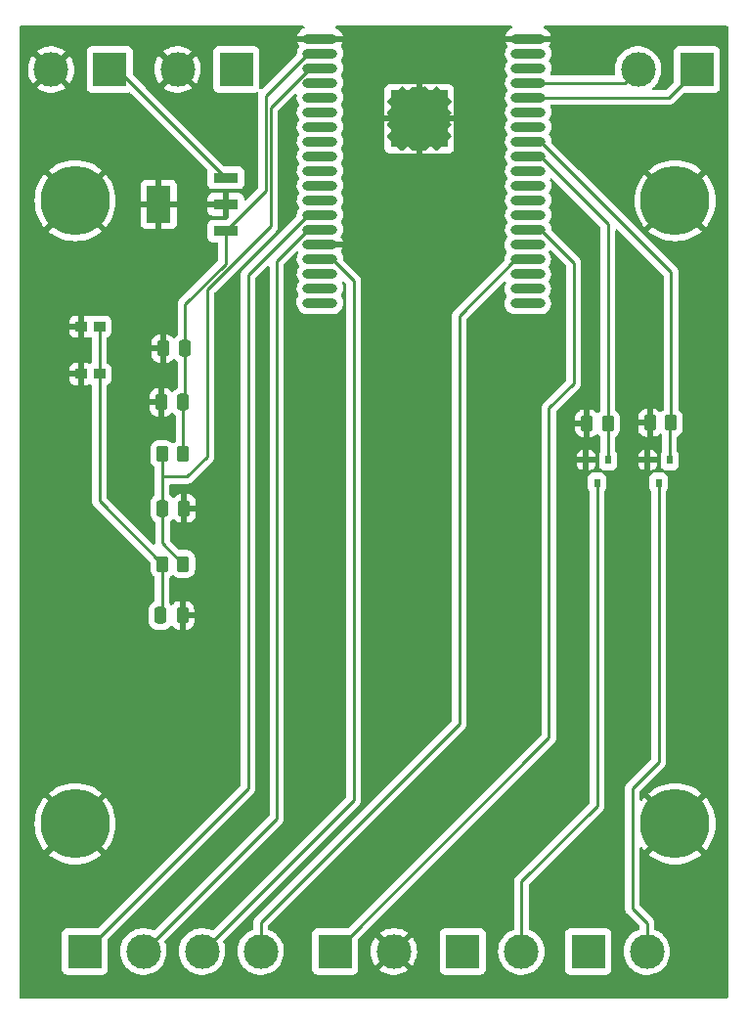
<source format=gtl>
G04 #@! TF.GenerationSoftware,KiCad,Pcbnew,(6.0.1)*
G04 #@! TF.CreationDate,2022-04-27T15:55:03+02:00*
G04 #@! TF.ProjectId,PompController_brian,506f6d70-436f-46e7-9472-6f6c6c65725f,rev?*
G04 #@! TF.SameCoordinates,Original*
G04 #@! TF.FileFunction,Copper,L1,Top*
G04 #@! TF.FilePolarity,Positive*
%FSLAX46Y46*%
G04 Gerber Fmt 4.6, Leading zero omitted, Abs format (unit mm)*
G04 Created by KiCad (PCBNEW (6.0.1)) date 2022-04-27 15:55:03*
%MOMM*%
%LPD*%
G01*
G04 APERTURE LIST*
G04 Aperture macros list*
%AMRoundRect*
0 Rectangle with rounded corners*
0 $1 Rounding radius*
0 $2 $3 $4 $5 $6 $7 $8 $9 X,Y pos of 4 corners*
0 Add a 4 corners polygon primitive as box body*
4,1,4,$2,$3,$4,$5,$6,$7,$8,$9,$2,$3,0*
0 Add four circle primitives for the rounded corners*
1,1,$1+$1,$2,$3*
1,1,$1+$1,$4,$5*
1,1,$1+$1,$6,$7*
1,1,$1+$1,$8,$9*
0 Add four rect primitives between the rounded corners*
20,1,$1+$1,$2,$3,$4,$5,0*
20,1,$1+$1,$4,$5,$6,$7,0*
20,1,$1+$1,$6,$7,$8,$9,0*
20,1,$1+$1,$8,$9,$2,$3,0*%
G04 Aperture macros list end*
G04 #@! TA.AperFunction,SMDPad,CuDef*
%ADD10R,2.150000X0.950000*%
G04 #@! TD*
G04 #@! TA.AperFunction,SMDPad,CuDef*
%ADD11R,2.150000X3.250000*%
G04 #@! TD*
G04 #@! TA.AperFunction,ComponentPad*
%ADD12R,3.000000X3.000000*%
G04 #@! TD*
G04 #@! TA.AperFunction,ComponentPad*
%ADD13C,3.000000*%
G04 #@! TD*
G04 #@! TA.AperFunction,SMDPad,CuDef*
%ADD14RoundRect,0.250000X0.262500X0.450000X-0.262500X0.450000X-0.262500X-0.450000X0.262500X-0.450000X0*%
G04 #@! TD*
G04 #@! TA.AperFunction,SMDPad,CuDef*
%ADD15R,1.000000X0.900000*%
G04 #@! TD*
G04 #@! TA.AperFunction,ComponentPad*
%ADD16C,0.800000*%
G04 #@! TD*
G04 #@! TA.AperFunction,ComponentPad*
%ADD17C,6.000000*%
G04 #@! TD*
G04 #@! TA.AperFunction,SMDPad,CuDef*
%ADD18RoundRect,0.250000X-0.250000X-0.475000X0.250000X-0.475000X0.250000X0.475000X-0.250000X0.475000X0*%
G04 #@! TD*
G04 #@! TA.AperFunction,SMDPad,CuDef*
%ADD19RoundRect,0.250000X0.250000X0.475000X-0.250000X0.475000X-0.250000X-0.475000X0.250000X-0.475000X0*%
G04 #@! TD*
G04 #@! TA.AperFunction,SMDPad,CuDef*
%ADD20O,3.000000X0.900000*%
G04 #@! TD*
G04 #@! TA.AperFunction,SMDPad,CuDef*
%ADD21R,5.000000X5.000000*%
G04 #@! TD*
G04 #@! TA.AperFunction,SMDPad,CuDef*
%ADD22R,0.559000X0.724000*%
G04 #@! TD*
G04 #@! TA.AperFunction,Conductor*
%ADD23C,0.250000*%
G04 #@! TD*
G04 APERTURE END LIST*
D10*
X69194000Y-48274000D03*
X69194000Y-45974000D03*
X69194000Y-43674000D03*
D11*
X63394000Y-45974000D03*
D12*
X89710000Y-110650000D03*
D13*
X94790000Y-110650000D03*
D14*
X65512500Y-67600000D03*
X63687500Y-67600000D03*
D15*
X56650000Y-56550000D03*
X56650000Y-60650000D03*
X58250000Y-56550000D03*
X58250000Y-60650000D03*
D14*
X107742500Y-64888000D03*
X105917500Y-64888000D03*
D16*
X56150000Y-43400000D03*
X54559010Y-47240990D03*
X54559010Y-44059010D03*
X53900000Y-45650000D03*
X57740990Y-44059010D03*
D17*
X56150000Y-45650000D03*
D16*
X58400000Y-45650000D03*
X56150000Y-47900000D03*
X57740990Y-47240990D03*
D14*
X65512500Y-77100000D03*
X63687500Y-77100000D03*
D12*
X78660000Y-110650000D03*
D13*
X83740000Y-110650000D03*
D12*
X59154000Y-34290000D03*
D13*
X54074000Y-34290000D03*
D14*
X102292500Y-64938000D03*
X100467500Y-64938000D03*
D18*
X63700000Y-72300000D03*
X65600000Y-72300000D03*
X63750000Y-58450000D03*
X65650000Y-58450000D03*
D19*
X65500000Y-63100000D03*
X63600000Y-63100000D03*
D12*
X70104000Y-34290000D03*
D13*
X65024000Y-34290000D03*
D20*
X77345000Y-31644000D03*
X77345000Y-32914000D03*
X77345000Y-34184000D03*
X77345000Y-35454000D03*
X77345000Y-36724000D03*
X77345000Y-37994000D03*
X77345000Y-39264000D03*
X77345000Y-40534000D03*
X77345000Y-41804000D03*
X77345000Y-43074000D03*
X77345000Y-44344000D03*
X77345000Y-45614000D03*
X77345000Y-46884000D03*
X77345000Y-48154000D03*
X77345000Y-49454000D03*
X77345000Y-50724000D03*
X77345000Y-51994000D03*
X77345000Y-53264000D03*
X77345000Y-54534000D03*
X95345000Y-54534000D03*
X95345000Y-53264000D03*
X95345000Y-51994000D03*
X95345000Y-50724000D03*
X95345000Y-49454000D03*
X95375000Y-48154000D03*
X95375000Y-46884000D03*
X95375000Y-45614000D03*
X95375000Y-44344000D03*
X95375000Y-43074000D03*
X95375000Y-41804000D03*
X95375000Y-40534000D03*
X95375000Y-39264000D03*
X95375000Y-37994000D03*
X95375000Y-36724000D03*
X95375000Y-35454000D03*
X95375000Y-34184000D03*
X95375000Y-32914000D03*
X95375000Y-31644000D03*
D16*
X85945000Y-40554000D03*
X83945000Y-40554000D03*
X83945000Y-36554000D03*
X84945000Y-38554000D03*
X84945000Y-37554000D03*
X86945000Y-36554000D03*
X83945000Y-37554000D03*
X86945000Y-38554000D03*
X84945000Y-39554000D03*
D21*
X85945000Y-38564000D03*
D16*
X86945000Y-40554000D03*
X87945000Y-39554000D03*
X85945000Y-39554000D03*
X87945000Y-37554000D03*
X83945000Y-39554000D03*
X86945000Y-37554000D03*
X84945000Y-40554000D03*
X87945000Y-36554000D03*
X87945000Y-38554000D03*
X86945000Y-39554000D03*
X84945000Y-36554000D03*
X85945000Y-37554000D03*
X85945000Y-38554000D03*
X83945000Y-38554000D03*
X87945000Y-40554000D03*
X85945000Y-36554000D03*
X110350000Y-99600000D03*
D17*
X108100000Y-99600000D03*
D16*
X109690990Y-98009010D03*
X108100000Y-97350000D03*
X109690990Y-101190990D03*
X108100000Y-101850000D03*
X106509010Y-101190990D03*
X106509010Y-98009010D03*
X105850000Y-99600000D03*
D19*
X65450000Y-81550000D03*
X63550000Y-81550000D03*
D12*
X56980000Y-110650000D03*
D13*
X62060000Y-110650000D03*
X67140000Y-110650000D03*
X72220000Y-110650000D03*
D16*
X110350000Y-45650000D03*
X109690990Y-47240990D03*
X106509010Y-47240990D03*
X106509010Y-44059010D03*
X109690990Y-44059010D03*
X108100000Y-47900000D03*
X105850000Y-45650000D03*
D17*
X108100000Y-45650000D03*
D16*
X108100000Y-43400000D03*
D22*
X107630000Y-68103500D03*
X105730000Y-68103500D03*
X106680000Y-70072500D03*
D12*
X100570000Y-110650000D03*
D13*
X105650000Y-110650000D03*
D12*
X109982000Y-34290000D03*
D13*
X104902000Y-34290000D03*
D22*
X102296000Y-68103500D03*
X100396000Y-68103500D03*
X101346000Y-70072500D03*
D16*
X56150000Y-97350000D03*
X56150000Y-101850000D03*
X57740990Y-101190990D03*
D17*
X56150000Y-99600000D03*
D16*
X54559010Y-98009010D03*
X54559010Y-101190990D03*
X53900000Y-99600000D03*
X58400000Y-99600000D03*
X57740990Y-98009010D03*
D23*
X76295000Y-48154000D02*
X77345000Y-48154000D01*
X73601520Y-99108480D02*
X73601520Y-50847480D01*
X62060000Y-110650000D02*
X73601520Y-99108480D01*
X73601520Y-50847480D02*
X76295000Y-48154000D01*
X76295000Y-46884000D02*
X77345000Y-46884000D01*
X71120000Y-52059000D02*
X76295000Y-46884000D01*
X71120000Y-96510000D02*
X71120000Y-52059000D01*
X56980000Y-110650000D02*
X71120000Y-96510000D01*
X76469664Y-34184000D02*
X77345000Y-34184000D01*
X73093520Y-37560144D02*
X76469664Y-34184000D01*
X67564000Y-67818000D02*
X67564000Y-53371718D01*
X67564000Y-53371718D02*
X73093520Y-47842198D01*
X65852500Y-69529500D02*
X67564000Y-67818000D01*
X63687500Y-69529500D02*
X65852500Y-69529500D01*
X73093520Y-47842198D02*
X73093520Y-37560144D01*
X72644000Y-36565000D02*
X76295000Y-32914000D01*
X76295000Y-32914000D02*
X77345000Y-32914000D01*
X72644000Y-44824000D02*
X72644000Y-36565000D01*
X69194000Y-48274000D02*
X72644000Y-44824000D01*
X78395000Y-50724000D02*
X77345000Y-50724000D01*
X80264000Y-97526000D02*
X80264000Y-52593000D01*
X80264000Y-52593000D02*
X78395000Y-50724000D01*
X67140000Y-110650000D02*
X80264000Y-97526000D01*
X96425000Y-40534000D02*
X95375000Y-40534000D01*
X107742500Y-51851500D02*
X96425000Y-40534000D01*
X107742500Y-64888000D02*
X107742500Y-51851500D01*
X102292500Y-64938000D02*
X102292500Y-47671500D01*
X102292500Y-47671500D02*
X96425000Y-41804000D01*
X96425000Y-41804000D02*
X95375000Y-41804000D01*
X72220000Y-108120000D02*
X72220000Y-110650000D01*
X89408000Y-90932000D02*
X72220000Y-108120000D01*
X89408000Y-55611000D02*
X89408000Y-90932000D01*
X94295000Y-50724000D02*
X89408000Y-55611000D01*
X95345000Y-50724000D02*
X94295000Y-50724000D01*
X99314000Y-51043000D02*
X96425000Y-48154000D01*
X99314000Y-61468000D02*
X99314000Y-51043000D01*
X97169520Y-63612480D02*
X99314000Y-61468000D01*
X97169520Y-92140480D02*
X97169520Y-63612480D01*
X96425000Y-48154000D02*
X95375000Y-48154000D01*
X78660000Y-110650000D02*
X97169520Y-92140480D01*
X107548000Y-36724000D02*
X95375000Y-36724000D01*
X109982000Y-34290000D02*
X107548000Y-36724000D01*
X104902000Y-34290000D02*
X103738000Y-35454000D01*
X103738000Y-35454000D02*
X95375000Y-35454000D01*
X96425000Y-54364000D02*
X95375000Y-54364000D01*
X59820000Y-34300000D02*
X69194000Y-43674000D01*
X59154000Y-34300000D02*
X59820000Y-34300000D01*
X95375000Y-46744000D02*
X96425000Y-46744000D01*
X107742500Y-64888000D02*
X107630000Y-65000500D01*
X107630000Y-65000500D02*
X107630000Y-68103500D01*
X95375000Y-48014000D02*
X96250336Y-48014000D01*
X102292500Y-64938000D02*
X102296000Y-64941500D01*
X102296000Y-64941500D02*
X102296000Y-68103500D01*
X69194000Y-51106000D02*
X65650000Y-54650000D01*
X65500000Y-63100000D02*
X65512500Y-63112500D01*
X65512500Y-63112500D02*
X65512500Y-67600000D01*
X69194000Y-48274000D02*
X69194000Y-51106000D01*
X65650000Y-54650000D02*
X65650000Y-58450000D01*
X65650000Y-58450000D02*
X65650000Y-62950000D01*
X65650000Y-62950000D02*
X65500000Y-63100000D01*
X77345000Y-40394000D02*
X76295000Y-40394000D01*
X63687500Y-69712500D02*
X63687500Y-72287500D01*
X63700000Y-72300000D02*
X63700000Y-75287500D01*
X63687500Y-67600000D02*
X63687500Y-69529500D01*
X63687500Y-72287500D02*
X63700000Y-72300000D01*
X63687500Y-69529500D02*
X63687500Y-69712500D01*
X63700000Y-75287500D02*
X65512500Y-77100000D01*
X63687500Y-77100000D02*
X63687500Y-81412500D01*
X58250000Y-56550000D02*
X58250000Y-60650000D01*
X63687500Y-77100000D02*
X58250000Y-71662500D01*
X63687500Y-81412500D02*
X63550000Y-81550000D01*
X58250000Y-71662500D02*
X58250000Y-60650000D01*
X75938000Y-54364000D02*
X77345000Y-54364000D01*
X105650000Y-108190000D02*
X105650000Y-110650000D01*
X106680000Y-70072500D02*
X106680000Y-94234000D01*
X104394000Y-106934000D02*
X105650000Y-108190000D01*
X104394000Y-96520000D02*
X104394000Y-106934000D01*
X106680000Y-94234000D02*
X104394000Y-96520000D01*
X101346000Y-98044000D02*
X94790000Y-104600000D01*
X101346000Y-70072500D02*
X101346000Y-98044000D01*
X94790000Y-104600000D02*
X94790000Y-110650000D01*
G04 #@! TA.AperFunction,Conductor*
G36*
X75961074Y-30528002D02*
G01*
X76007567Y-30581658D01*
X76017671Y-30651932D01*
X75988177Y-30716512D01*
X75930633Y-30754234D01*
X75921754Y-30757017D01*
X75910068Y-30762025D01*
X75751021Y-30850187D01*
X75740588Y-30857438D01*
X75602509Y-30975785D01*
X75593756Y-30984976D01*
X75482289Y-31128680D01*
X75475565Y-31139440D01*
X75395268Y-31302625D01*
X75390845Y-31314519D01*
X75375749Y-31372470D01*
X75376183Y-31386564D01*
X75384364Y-31390000D01*
X79304229Y-31390000D01*
X79317760Y-31386027D01*
X79318637Y-31379925D01*
X79262690Y-31227864D01*
X79257123Y-31216451D01*
X79161292Y-31061892D01*
X79153540Y-31051826D01*
X79028592Y-30919697D01*
X79018974Y-30911395D01*
X78870013Y-30807092D01*
X78858919Y-30800892D01*
X78740476Y-30749637D01*
X78685902Y-30704226D01*
X78664542Y-30636519D01*
X78683178Y-30568012D01*
X78735894Y-30520456D01*
X78790517Y-30508000D01*
X93922953Y-30508000D01*
X93991074Y-30528002D01*
X94037567Y-30581658D01*
X94047671Y-30651932D01*
X94018177Y-30716512D01*
X93960633Y-30754234D01*
X93951754Y-30757017D01*
X93940068Y-30762025D01*
X93781021Y-30850187D01*
X93770588Y-30857438D01*
X93632509Y-30975785D01*
X93623756Y-30984976D01*
X93512289Y-31128680D01*
X93505565Y-31139440D01*
X93425268Y-31302625D01*
X93420845Y-31314519D01*
X93405749Y-31372470D01*
X93406183Y-31386564D01*
X93414364Y-31390000D01*
X97334229Y-31390000D01*
X97347760Y-31386027D01*
X97348637Y-31379925D01*
X97292690Y-31227864D01*
X97287123Y-31216451D01*
X97191292Y-31061892D01*
X97183540Y-31051826D01*
X97058592Y-30919697D01*
X97048974Y-30911395D01*
X96900013Y-30807092D01*
X96888919Y-30800892D01*
X96770476Y-30749637D01*
X96715902Y-30704226D01*
X96694542Y-30636519D01*
X96713178Y-30568012D01*
X96765894Y-30520456D01*
X96820517Y-30508000D01*
X112566000Y-30508000D01*
X112634121Y-30528002D01*
X112680614Y-30581658D01*
X112692000Y-30634000D01*
X112692000Y-114566000D01*
X112671998Y-114634121D01*
X112618342Y-114680614D01*
X112566000Y-114692000D01*
X51434000Y-114692000D01*
X51365879Y-114671998D01*
X51319386Y-114618342D01*
X51308000Y-114566000D01*
X51308000Y-112198134D01*
X54971500Y-112198134D01*
X54978255Y-112260316D01*
X55029385Y-112396705D01*
X55116739Y-112513261D01*
X55233295Y-112600615D01*
X55369684Y-112651745D01*
X55431866Y-112658500D01*
X58528134Y-112658500D01*
X58590316Y-112651745D01*
X58726705Y-112600615D01*
X58843261Y-112513261D01*
X58930615Y-112396705D01*
X58981745Y-112260316D01*
X58988500Y-112198134D01*
X58988500Y-109589594D01*
X59008502Y-109521473D01*
X59025405Y-109500499D01*
X71512253Y-97013652D01*
X71520539Y-97006112D01*
X71527018Y-97002000D01*
X71573644Y-96952348D01*
X71576398Y-96949507D01*
X71596135Y-96929770D01*
X71598615Y-96926573D01*
X71606320Y-96917551D01*
X71631159Y-96891100D01*
X71636586Y-96885321D01*
X71640405Y-96878375D01*
X71640407Y-96878372D01*
X71646348Y-96867566D01*
X71657199Y-96851047D01*
X71664758Y-96841301D01*
X71669614Y-96835041D01*
X71672759Y-96827772D01*
X71672762Y-96827768D01*
X71687174Y-96794463D01*
X71692391Y-96783813D01*
X71713695Y-96745060D01*
X71718733Y-96725437D01*
X71725137Y-96706734D01*
X71730033Y-96695420D01*
X71730033Y-96695419D01*
X71733181Y-96688145D01*
X71734420Y-96680322D01*
X71734423Y-96680312D01*
X71740099Y-96644476D01*
X71742505Y-96632856D01*
X71751528Y-96597711D01*
X71751528Y-96597710D01*
X71753500Y-96590030D01*
X71753500Y-96569776D01*
X71755051Y-96550065D01*
X71756980Y-96537886D01*
X71758220Y-96530057D01*
X71754059Y-96486038D01*
X71753500Y-96474181D01*
X71753500Y-52373594D01*
X71773502Y-52305473D01*
X71790405Y-52284499D01*
X72752925Y-51321979D01*
X72815237Y-51287953D01*
X72886052Y-51293018D01*
X72942888Y-51335565D01*
X72967699Y-51402085D01*
X72968020Y-51411074D01*
X72968020Y-98793886D01*
X72948018Y-98862007D01*
X72931115Y-98882981D01*
X63022663Y-108791432D01*
X62960351Y-108825458D01*
X62882922Y-108817710D01*
X62745873Y-108757549D01*
X62745869Y-108757548D01*
X62741945Y-108755825D01*
X62478566Y-108680800D01*
X62474324Y-108680196D01*
X62474318Y-108680195D01*
X62269387Y-108651029D01*
X62207443Y-108642213D01*
X62063589Y-108641460D01*
X61937877Y-108640802D01*
X61937871Y-108640802D01*
X61933591Y-108640780D01*
X61929347Y-108641339D01*
X61929343Y-108641339D01*
X61855741Y-108651029D01*
X61662078Y-108676525D01*
X61657938Y-108677658D01*
X61657936Y-108677658D01*
X61590037Y-108696233D01*
X61397928Y-108748788D01*
X61393980Y-108750472D01*
X61149982Y-108854546D01*
X61149978Y-108854548D01*
X61146030Y-108856232D01*
X61126125Y-108868145D01*
X60914725Y-108994664D01*
X60914721Y-108994667D01*
X60911043Y-108996868D01*
X60697318Y-109168094D01*
X60508808Y-109366742D01*
X60349002Y-109589136D01*
X60220857Y-109831161D01*
X60219385Y-109835184D01*
X60219383Y-109835188D01*
X60212314Y-109854506D01*
X60126743Y-110088337D01*
X60068404Y-110355907D01*
X60046917Y-110628918D01*
X60062682Y-110902320D01*
X60063507Y-110906525D01*
X60063508Y-110906533D01*
X60084698Y-111014539D01*
X60115405Y-111171053D01*
X60116792Y-111175103D01*
X60116793Y-111175108D01*
X60137605Y-111235895D01*
X60204112Y-111430144D01*
X60327160Y-111674799D01*
X60329586Y-111678328D01*
X60329589Y-111678334D01*
X60458741Y-111866250D01*
X60482274Y-111900490D01*
X60666582Y-112103043D01*
X60876675Y-112278707D01*
X60880316Y-112280991D01*
X61105024Y-112421951D01*
X61105028Y-112421953D01*
X61108664Y-112424234D01*
X61176544Y-112454883D01*
X61354345Y-112535164D01*
X61354349Y-112535166D01*
X61358257Y-112536930D01*
X61362377Y-112538150D01*
X61362376Y-112538150D01*
X61616723Y-112613491D01*
X61616727Y-112613492D01*
X61620836Y-112614709D01*
X61625070Y-112615357D01*
X61625075Y-112615358D01*
X61887298Y-112655483D01*
X61887300Y-112655483D01*
X61891540Y-112656132D01*
X62030912Y-112658322D01*
X62161071Y-112660367D01*
X62161077Y-112660367D01*
X62165362Y-112660434D01*
X62437235Y-112627534D01*
X62702127Y-112558041D01*
X62706087Y-112556401D01*
X62706092Y-112556399D01*
X62828632Y-112505641D01*
X62955136Y-112453241D01*
X63191582Y-112315073D01*
X63407089Y-112146094D01*
X63448809Y-112103043D01*
X63594686Y-111952509D01*
X63597669Y-111949431D01*
X63600202Y-111945983D01*
X63600206Y-111945978D01*
X63757257Y-111732178D01*
X63759795Y-111728723D01*
X63761841Y-111724955D01*
X63888418Y-111491830D01*
X63888419Y-111491828D01*
X63890468Y-111488054D01*
X63987269Y-111231877D01*
X64048407Y-110964933D01*
X64054384Y-110897969D01*
X64072531Y-110694627D01*
X64072532Y-110694616D01*
X64072751Y-110692161D01*
X64073193Y-110650000D01*
X64071465Y-110624648D01*
X64054859Y-110381055D01*
X64054858Y-110381049D01*
X64054567Y-110376778D01*
X63999032Y-110108612D01*
X63907617Y-109850465D01*
X63905655Y-109846663D01*
X63905649Y-109846650D01*
X63898030Y-109831890D01*
X63884560Y-109762183D01*
X63910915Y-109696259D01*
X63920900Y-109685004D01*
X73993773Y-99612132D01*
X74002059Y-99604592D01*
X74008538Y-99600480D01*
X74055164Y-99550828D01*
X74057918Y-99547987D01*
X74077655Y-99528250D01*
X74080135Y-99525053D01*
X74087840Y-99516031D01*
X74112679Y-99489580D01*
X74118106Y-99483801D01*
X74121925Y-99476855D01*
X74121927Y-99476852D01*
X74127868Y-99466046D01*
X74138719Y-99449527D01*
X74146278Y-99439781D01*
X74151134Y-99433521D01*
X74154279Y-99426252D01*
X74154282Y-99426248D01*
X74168694Y-99392943D01*
X74173911Y-99382293D01*
X74195215Y-99343540D01*
X74200253Y-99323917D01*
X74206657Y-99305214D01*
X74211553Y-99293900D01*
X74211553Y-99293899D01*
X74214701Y-99286625D01*
X74215940Y-99278802D01*
X74215943Y-99278792D01*
X74221619Y-99242956D01*
X74224025Y-99231336D01*
X74233048Y-99196191D01*
X74233048Y-99196190D01*
X74235020Y-99188510D01*
X74235020Y-99168256D01*
X74236571Y-99148545D01*
X74238500Y-99136366D01*
X74239740Y-99128537D01*
X74235579Y-99084518D01*
X74235020Y-99072661D01*
X74235020Y-51162074D01*
X74255022Y-51093953D01*
X74271925Y-51072979D01*
X75275443Y-50069462D01*
X75337755Y-50035436D01*
X75408571Y-50040501D01*
X75465406Y-50083048D01*
X75490217Y-50149568D01*
X75477592Y-50214187D01*
X75394803Y-50382436D01*
X75394800Y-50382444D01*
X75391982Y-50388171D01*
X75390373Y-50394349D01*
X75390372Y-50394351D01*
X75368477Y-50478409D01*
X75342898Y-50576607D01*
X75342564Y-50582986D01*
X75333107Y-50763437D01*
X75332707Y-50771064D01*
X75352856Y-50904295D01*
X75358727Y-50943111D01*
X75361825Y-50963599D01*
X75364028Y-50969585D01*
X75364029Y-50969591D01*
X75426860Y-51140360D01*
X75426862Y-51140365D01*
X75429063Y-51146346D01*
X75520798Y-51294300D01*
X75539696Y-51362734D01*
X75518594Y-51430522D01*
X75513272Y-51437921D01*
X75477954Y-51483453D01*
X75391982Y-51658171D01*
X75390373Y-51664349D01*
X75390372Y-51664351D01*
X75350973Y-51815608D01*
X75342898Y-51846607D01*
X75341103Y-51880855D01*
X75333867Y-52018935D01*
X75332707Y-52041064D01*
X75361825Y-52233599D01*
X75364028Y-52239585D01*
X75364029Y-52239591D01*
X75426860Y-52410360D01*
X75426862Y-52410365D01*
X75429063Y-52416346D01*
X75520798Y-52564300D01*
X75539696Y-52632734D01*
X75518594Y-52700522D01*
X75513272Y-52707921D01*
X75477954Y-52753453D01*
X75391982Y-52928171D01*
X75390373Y-52934349D01*
X75390372Y-52934351D01*
X75368477Y-53018409D01*
X75342898Y-53116607D01*
X75332707Y-53311064D01*
X75361825Y-53503599D01*
X75364028Y-53509585D01*
X75364029Y-53509591D01*
X75426860Y-53680360D01*
X75426862Y-53680365D01*
X75429063Y-53686346D01*
X75432425Y-53691768D01*
X75487322Y-53780308D01*
X75506220Y-53848744D01*
X75485118Y-53916532D01*
X75477321Y-53927020D01*
X75403919Y-54015748D01*
X75403916Y-54015753D01*
X75398867Y-54021856D01*
X75395494Y-54029023D01*
X75395492Y-54029027D01*
X75395423Y-54029174D01*
X75330717Y-54166682D01*
X75300725Y-54323906D01*
X75310775Y-54483650D01*
X75326841Y-54533097D01*
X75331485Y-54568376D01*
X75332730Y-54568315D01*
X75333042Y-54574681D01*
X75332707Y-54581064D01*
X75361825Y-54773599D01*
X75364028Y-54779585D01*
X75364029Y-54779591D01*
X75426860Y-54950360D01*
X75426862Y-54950365D01*
X75429063Y-54956346D01*
X75432425Y-54961768D01*
X75526561Y-55113593D01*
X75531674Y-55121840D01*
X75536055Y-55126473D01*
X75536056Y-55126474D01*
X75600308Y-55194419D01*
X75665466Y-55263322D01*
X75824975Y-55375011D01*
X75830838Y-55377548D01*
X75997825Y-55449810D01*
X75997829Y-55449811D01*
X76003684Y-55452345D01*
X76009931Y-55453650D01*
X76009934Y-55453651D01*
X76189557Y-55491176D01*
X76189562Y-55491177D01*
X76194293Y-55492165D01*
X76200685Y-55492500D01*
X78443663Y-55492500D01*
X78512951Y-55485462D01*
X78582378Y-55478410D01*
X78582379Y-55478410D01*
X78588727Y-55477765D01*
X78669843Y-55452345D01*
X78768451Y-55421444D01*
X78768456Y-55421442D01*
X78774541Y-55419535D01*
X78865709Y-55368999D01*
X78939271Y-55328223D01*
X78939274Y-55328221D01*
X78944850Y-55325130D01*
X78949691Y-55320981D01*
X78949695Y-55320978D01*
X79087855Y-55202560D01*
X79092698Y-55198409D01*
X79212046Y-55044547D01*
X79252779Y-54961768D01*
X79295200Y-54875556D01*
X79298018Y-54869829D01*
X79299628Y-54863649D01*
X79345492Y-54687575D01*
X79345492Y-54687572D01*
X79347102Y-54681393D01*
X79352694Y-54574683D01*
X79356959Y-54493317D01*
X79356959Y-54493313D01*
X79357293Y-54486936D01*
X79328175Y-54294401D01*
X79325972Y-54288415D01*
X79325971Y-54288409D01*
X79263140Y-54117640D01*
X79263138Y-54117635D01*
X79260937Y-54111654D01*
X79169202Y-53963700D01*
X79150304Y-53895266D01*
X79171406Y-53827478D01*
X79176728Y-53820079D01*
X79208137Y-53779586D01*
X79212046Y-53774547D01*
X79298018Y-53599829D01*
X79299628Y-53593649D01*
X79345492Y-53417575D01*
X79345492Y-53417572D01*
X79347102Y-53411393D01*
X79357293Y-53216936D01*
X79328175Y-53024401D01*
X79325972Y-53018415D01*
X79325971Y-53018409D01*
X79263140Y-52847640D01*
X79263138Y-52847635D01*
X79260937Y-52841654D01*
X79254180Y-52830757D01*
X79235283Y-52762324D01*
X79256384Y-52694535D01*
X79310785Y-52648916D01*
X79381213Y-52639950D01*
X79450362Y-52675266D01*
X79593595Y-52818499D01*
X79627621Y-52880811D01*
X79630500Y-52907594D01*
X79630500Y-97211406D01*
X79610498Y-97279527D01*
X79593595Y-97300501D01*
X68102663Y-108791432D01*
X68040351Y-108825458D01*
X67962922Y-108817710D01*
X67825873Y-108757549D01*
X67825869Y-108757548D01*
X67821945Y-108755825D01*
X67558566Y-108680800D01*
X67554324Y-108680196D01*
X67554318Y-108680195D01*
X67349387Y-108651029D01*
X67287443Y-108642213D01*
X67143589Y-108641460D01*
X67017877Y-108640802D01*
X67017871Y-108640802D01*
X67013591Y-108640780D01*
X67009347Y-108641339D01*
X67009343Y-108641339D01*
X66935741Y-108651029D01*
X66742078Y-108676525D01*
X66737938Y-108677658D01*
X66737936Y-108677658D01*
X66670037Y-108696233D01*
X66477928Y-108748788D01*
X66473980Y-108750472D01*
X66229982Y-108854546D01*
X66229978Y-108854548D01*
X66226030Y-108856232D01*
X66206125Y-108868145D01*
X65994725Y-108994664D01*
X65994721Y-108994667D01*
X65991043Y-108996868D01*
X65777318Y-109168094D01*
X65588808Y-109366742D01*
X65429002Y-109589136D01*
X65300857Y-109831161D01*
X65299385Y-109835184D01*
X65299383Y-109835188D01*
X65292314Y-109854506D01*
X65206743Y-110088337D01*
X65148404Y-110355907D01*
X65126917Y-110628918D01*
X65142682Y-110902320D01*
X65143507Y-110906525D01*
X65143508Y-110906533D01*
X65164698Y-111014539D01*
X65195405Y-111171053D01*
X65196792Y-111175103D01*
X65196793Y-111175108D01*
X65217605Y-111235895D01*
X65284112Y-111430144D01*
X65407160Y-111674799D01*
X65409586Y-111678328D01*
X65409589Y-111678334D01*
X65538741Y-111866250D01*
X65562274Y-111900490D01*
X65746582Y-112103043D01*
X65956675Y-112278707D01*
X65960316Y-112280991D01*
X66185024Y-112421951D01*
X66185028Y-112421953D01*
X66188664Y-112424234D01*
X66256544Y-112454883D01*
X66434345Y-112535164D01*
X66434349Y-112535166D01*
X66438257Y-112536930D01*
X66442377Y-112538150D01*
X66442376Y-112538150D01*
X66696723Y-112613491D01*
X66696727Y-112613492D01*
X66700836Y-112614709D01*
X66705070Y-112615357D01*
X66705075Y-112615358D01*
X66967298Y-112655483D01*
X66967300Y-112655483D01*
X66971540Y-112656132D01*
X67110912Y-112658322D01*
X67241071Y-112660367D01*
X67241077Y-112660367D01*
X67245362Y-112660434D01*
X67517235Y-112627534D01*
X67782127Y-112558041D01*
X67786087Y-112556401D01*
X67786092Y-112556399D01*
X67908632Y-112505641D01*
X68035136Y-112453241D01*
X68271582Y-112315073D01*
X68487089Y-112146094D01*
X68528809Y-112103043D01*
X68674686Y-111952509D01*
X68677669Y-111949431D01*
X68680202Y-111945983D01*
X68680206Y-111945978D01*
X68837257Y-111732178D01*
X68839795Y-111728723D01*
X68841841Y-111724955D01*
X68968418Y-111491830D01*
X68968419Y-111491828D01*
X68970468Y-111488054D01*
X69067269Y-111231877D01*
X69128407Y-110964933D01*
X69134384Y-110897969D01*
X69152531Y-110694627D01*
X69152532Y-110694616D01*
X69152751Y-110692161D01*
X69153193Y-110650000D01*
X69151756Y-110628918D01*
X70206917Y-110628918D01*
X70222682Y-110902320D01*
X70223507Y-110906525D01*
X70223508Y-110906533D01*
X70244698Y-111014539D01*
X70275405Y-111171053D01*
X70276792Y-111175103D01*
X70276793Y-111175108D01*
X70297605Y-111235895D01*
X70364112Y-111430144D01*
X70487160Y-111674799D01*
X70489586Y-111678328D01*
X70489589Y-111678334D01*
X70618741Y-111866250D01*
X70642274Y-111900490D01*
X70826582Y-112103043D01*
X71036675Y-112278707D01*
X71040316Y-112280991D01*
X71265024Y-112421951D01*
X71265028Y-112421953D01*
X71268664Y-112424234D01*
X71336544Y-112454883D01*
X71514345Y-112535164D01*
X71514349Y-112535166D01*
X71518257Y-112536930D01*
X71522377Y-112538150D01*
X71522376Y-112538150D01*
X71776723Y-112613491D01*
X71776727Y-112613492D01*
X71780836Y-112614709D01*
X71785070Y-112615357D01*
X71785075Y-112615358D01*
X72047298Y-112655483D01*
X72047300Y-112655483D01*
X72051540Y-112656132D01*
X72190912Y-112658322D01*
X72321071Y-112660367D01*
X72321077Y-112660367D01*
X72325362Y-112660434D01*
X72597235Y-112627534D01*
X72862127Y-112558041D01*
X72866087Y-112556401D01*
X72866092Y-112556399D01*
X72988632Y-112505641D01*
X73115136Y-112453241D01*
X73351582Y-112315073D01*
X73567089Y-112146094D01*
X73608809Y-112103043D01*
X73754686Y-111952509D01*
X73757669Y-111949431D01*
X73760202Y-111945983D01*
X73760206Y-111945978D01*
X73917257Y-111732178D01*
X73919795Y-111728723D01*
X73921841Y-111724955D01*
X74048418Y-111491830D01*
X74048419Y-111491828D01*
X74050468Y-111488054D01*
X74147269Y-111231877D01*
X74208407Y-110964933D01*
X74214384Y-110897969D01*
X74232531Y-110694627D01*
X74232532Y-110694616D01*
X74232751Y-110692161D01*
X74233193Y-110650000D01*
X74231465Y-110624648D01*
X74214859Y-110381055D01*
X74214858Y-110381049D01*
X74214567Y-110376778D01*
X74159032Y-110108612D01*
X74067617Y-109850465D01*
X73942013Y-109607112D01*
X73932040Y-109592921D01*
X73787008Y-109386562D01*
X73784545Y-109383057D01*
X73598125Y-109182445D01*
X73594810Y-109179731D01*
X73594806Y-109179728D01*
X73433304Y-109047540D01*
X73386205Y-109008990D01*
X73152704Y-108865901D01*
X73148768Y-108864173D01*
X72928854Y-108767637D01*
X72874519Y-108721941D01*
X72853500Y-108652264D01*
X72853500Y-108434594D01*
X72873502Y-108366473D01*
X72890405Y-108345499D01*
X89800247Y-91435657D01*
X89808537Y-91428113D01*
X89815018Y-91424000D01*
X89861659Y-91374332D01*
X89864413Y-91371491D01*
X89884135Y-91351769D01*
X89886619Y-91348567D01*
X89894317Y-91339555D01*
X89919161Y-91313098D01*
X89924586Y-91307321D01*
X89934347Y-91289566D01*
X89945198Y-91273047D01*
X89957614Y-91257041D01*
X89975174Y-91216463D01*
X89980391Y-91205813D01*
X90001695Y-91167060D01*
X90006733Y-91147437D01*
X90013137Y-91128734D01*
X90018033Y-91117420D01*
X90018033Y-91117419D01*
X90021181Y-91110145D01*
X90022420Y-91102322D01*
X90022423Y-91102312D01*
X90028099Y-91066476D01*
X90030505Y-91054856D01*
X90039528Y-91019711D01*
X90039528Y-91019710D01*
X90041500Y-91012030D01*
X90041500Y-90991776D01*
X90043051Y-90972065D01*
X90044980Y-90959886D01*
X90046220Y-90952057D01*
X90042059Y-90908038D01*
X90041500Y-90896181D01*
X90041500Y-55925594D01*
X90061502Y-55857473D01*
X90078405Y-55836499D01*
X93246381Y-52668523D01*
X93308693Y-52634497D01*
X93379508Y-52639562D01*
X93436344Y-52682109D01*
X93461155Y-52748629D01*
X93448531Y-52813248D01*
X93437219Y-52836237D01*
X93391982Y-52928171D01*
X93390373Y-52934349D01*
X93390372Y-52934351D01*
X93368477Y-53018409D01*
X93342898Y-53116607D01*
X93332707Y-53311064D01*
X93361825Y-53503599D01*
X93364028Y-53509585D01*
X93364029Y-53509591D01*
X93426860Y-53680360D01*
X93426862Y-53680365D01*
X93429063Y-53686346D01*
X93520798Y-53834300D01*
X93539696Y-53902734D01*
X93518594Y-53970522D01*
X93513272Y-53977921D01*
X93477954Y-54023453D01*
X93391982Y-54198171D01*
X93390373Y-54204349D01*
X93390372Y-54204351D01*
X93357062Y-54332232D01*
X93342898Y-54386607D01*
X93332707Y-54581064D01*
X93361825Y-54773599D01*
X93364028Y-54779585D01*
X93364029Y-54779591D01*
X93426860Y-54950360D01*
X93426862Y-54950365D01*
X93429063Y-54956346D01*
X93432425Y-54961768D01*
X93526561Y-55113593D01*
X93531674Y-55121840D01*
X93536055Y-55126473D01*
X93536056Y-55126474D01*
X93600308Y-55194419D01*
X93665466Y-55263322D01*
X93824975Y-55375011D01*
X93830838Y-55377548D01*
X93997825Y-55449810D01*
X93997829Y-55449811D01*
X94003684Y-55452345D01*
X94009931Y-55453650D01*
X94009934Y-55453651D01*
X94189557Y-55491176D01*
X94189562Y-55491177D01*
X94194293Y-55492165D01*
X94200685Y-55492500D01*
X96443663Y-55492500D01*
X96512951Y-55485462D01*
X96582378Y-55478410D01*
X96582379Y-55478410D01*
X96588727Y-55477765D01*
X96669843Y-55452345D01*
X96768451Y-55421444D01*
X96768456Y-55421442D01*
X96774541Y-55419535D01*
X96865709Y-55368999D01*
X96939271Y-55328223D01*
X96939274Y-55328221D01*
X96944850Y-55325130D01*
X96949691Y-55320981D01*
X96949695Y-55320978D01*
X97087855Y-55202560D01*
X97092698Y-55198409D01*
X97212046Y-55044547D01*
X97252779Y-54961768D01*
X97295200Y-54875556D01*
X97298018Y-54869829D01*
X97299628Y-54863649D01*
X97345492Y-54687575D01*
X97345492Y-54687572D01*
X97347102Y-54681393D01*
X97352694Y-54574683D01*
X97356959Y-54493317D01*
X97356959Y-54493313D01*
X97357293Y-54486936D01*
X97328175Y-54294401D01*
X97325972Y-54288415D01*
X97325971Y-54288409D01*
X97263140Y-54117640D01*
X97263138Y-54117635D01*
X97260937Y-54111654D01*
X97169202Y-53963700D01*
X97150304Y-53895266D01*
X97171406Y-53827478D01*
X97176728Y-53820079D01*
X97208137Y-53779586D01*
X97212046Y-53774547D01*
X97298018Y-53599829D01*
X97299628Y-53593649D01*
X97345492Y-53417575D01*
X97345492Y-53417572D01*
X97347102Y-53411393D01*
X97357293Y-53216936D01*
X97328175Y-53024401D01*
X97325972Y-53018415D01*
X97325971Y-53018409D01*
X97263140Y-52847640D01*
X97263138Y-52847635D01*
X97260937Y-52841654D01*
X97169202Y-52693700D01*
X97150304Y-52625266D01*
X97171406Y-52557478D01*
X97176728Y-52550079D01*
X97182033Y-52543240D01*
X97212046Y-52504547D01*
X97298018Y-52329829D01*
X97302288Y-52313437D01*
X97345492Y-52147575D01*
X97345492Y-52147572D01*
X97347102Y-52141393D01*
X97352694Y-52034683D01*
X97356959Y-51953317D01*
X97356959Y-51953313D01*
X97357293Y-51946936D01*
X97328175Y-51754401D01*
X97325972Y-51748415D01*
X97325971Y-51748409D01*
X97263140Y-51577640D01*
X97263138Y-51577635D01*
X97260937Y-51571654D01*
X97169202Y-51423700D01*
X97150304Y-51355266D01*
X97171406Y-51287478D01*
X97176728Y-51280079D01*
X97208137Y-51239586D01*
X97212046Y-51234547D01*
X97298018Y-51059829D01*
X97311751Y-51007107D01*
X97345492Y-50877575D01*
X97345492Y-50877572D01*
X97347102Y-50871393D01*
X97354566Y-50728966D01*
X97356959Y-50683317D01*
X97356959Y-50683313D01*
X97357293Y-50676936D01*
X97328175Y-50484401D01*
X97325972Y-50478415D01*
X97325971Y-50478409D01*
X97263140Y-50307640D01*
X97263138Y-50307635D01*
X97260937Y-50301654D01*
X97169202Y-50153700D01*
X97150304Y-50085266D01*
X97171406Y-50017478D01*
X97176728Y-50010080D01*
X97180189Y-50005618D01*
X97237745Y-49964051D01*
X97308637Y-49960199D01*
X97368844Y-49993748D01*
X98012412Y-50637317D01*
X98643595Y-51268500D01*
X98677621Y-51330812D01*
X98680500Y-51357595D01*
X98680500Y-61153406D01*
X98660498Y-61221527D01*
X98643595Y-61242501D01*
X97689271Y-62196824D01*
X96777267Y-63108828D01*
X96768981Y-63116368D01*
X96762502Y-63120480D01*
X96757077Y-63126257D01*
X96715877Y-63170131D01*
X96713122Y-63172973D01*
X96693385Y-63192710D01*
X96690905Y-63195907D01*
X96683202Y-63204927D01*
X96652934Y-63237159D01*
X96649115Y-63244105D01*
X96649113Y-63244108D01*
X96643172Y-63254914D01*
X96632321Y-63271433D01*
X96619906Y-63287439D01*
X96616761Y-63294708D01*
X96616758Y-63294712D01*
X96602346Y-63328017D01*
X96597129Y-63338667D01*
X96575825Y-63377420D01*
X96573854Y-63385095D01*
X96573854Y-63385096D01*
X96570787Y-63397042D01*
X96564383Y-63415746D01*
X96556339Y-63434335D01*
X96555100Y-63442158D01*
X96555097Y-63442168D01*
X96549421Y-63478004D01*
X96547015Y-63489624D01*
X96536020Y-63532450D01*
X96536020Y-63552704D01*
X96534469Y-63572414D01*
X96531300Y-63592423D01*
X96532046Y-63600315D01*
X96535461Y-63636441D01*
X96536020Y-63648299D01*
X96536020Y-91825885D01*
X96516018Y-91894006D01*
X96499115Y-91914980D01*
X79809500Y-108604595D01*
X79747188Y-108638621D01*
X79720405Y-108641500D01*
X77111866Y-108641500D01*
X77049684Y-108648255D01*
X76913295Y-108699385D01*
X76796739Y-108786739D01*
X76709385Y-108903295D01*
X76658255Y-109039684D01*
X76651500Y-109101866D01*
X76651500Y-112198134D01*
X76658255Y-112260316D01*
X76709385Y-112396705D01*
X76796739Y-112513261D01*
X76913295Y-112600615D01*
X77049684Y-112651745D01*
X77111866Y-112658500D01*
X80208134Y-112658500D01*
X80270316Y-112651745D01*
X80406705Y-112600615D01*
X80523261Y-112513261D01*
X80610615Y-112396705D01*
X80661745Y-112260316D01*
X80663990Y-112239654D01*
X82515618Y-112239654D01*
X82522673Y-112249627D01*
X82553679Y-112275551D01*
X82560598Y-112280579D01*
X82785272Y-112421515D01*
X82792807Y-112425556D01*
X83034520Y-112534694D01*
X83042551Y-112537680D01*
X83296832Y-112613002D01*
X83305184Y-112614869D01*
X83567340Y-112654984D01*
X83575874Y-112655700D01*
X83841045Y-112659867D01*
X83849596Y-112659418D01*
X84112883Y-112627557D01*
X84121284Y-112625955D01*
X84377824Y-112558653D01*
X84385926Y-112555926D01*
X84630949Y-112454434D01*
X84638617Y-112450628D01*
X84867598Y-112316822D01*
X84874679Y-112312009D01*
X84954655Y-112249301D01*
X84963125Y-112237442D01*
X84956608Y-112225818D01*
X84928924Y-112198134D01*
X87701500Y-112198134D01*
X87708255Y-112260316D01*
X87759385Y-112396705D01*
X87846739Y-112513261D01*
X87963295Y-112600615D01*
X88099684Y-112651745D01*
X88161866Y-112658500D01*
X91258134Y-112658500D01*
X91320316Y-112651745D01*
X91456705Y-112600615D01*
X91573261Y-112513261D01*
X91660615Y-112396705D01*
X91711745Y-112260316D01*
X91718500Y-112198134D01*
X91718500Y-110628918D01*
X92776917Y-110628918D01*
X92792682Y-110902320D01*
X92793507Y-110906525D01*
X92793508Y-110906533D01*
X92814698Y-111014539D01*
X92845405Y-111171053D01*
X92846792Y-111175103D01*
X92846793Y-111175108D01*
X92867605Y-111235895D01*
X92934112Y-111430144D01*
X93057160Y-111674799D01*
X93059586Y-111678328D01*
X93059589Y-111678334D01*
X93188741Y-111866250D01*
X93212274Y-111900490D01*
X93396582Y-112103043D01*
X93606675Y-112278707D01*
X93610316Y-112280991D01*
X93835024Y-112421951D01*
X93835028Y-112421953D01*
X93838664Y-112424234D01*
X93906544Y-112454883D01*
X94084345Y-112535164D01*
X94084349Y-112535166D01*
X94088257Y-112536930D01*
X94092377Y-112538150D01*
X94092376Y-112538150D01*
X94346723Y-112613491D01*
X94346727Y-112613492D01*
X94350836Y-112614709D01*
X94355070Y-112615357D01*
X94355075Y-112615358D01*
X94617298Y-112655483D01*
X94617300Y-112655483D01*
X94621540Y-112656132D01*
X94760912Y-112658322D01*
X94891071Y-112660367D01*
X94891077Y-112660367D01*
X94895362Y-112660434D01*
X95167235Y-112627534D01*
X95432127Y-112558041D01*
X95436087Y-112556401D01*
X95436092Y-112556399D01*
X95558632Y-112505641D01*
X95685136Y-112453241D01*
X95921582Y-112315073D01*
X96070720Y-112198134D01*
X98561500Y-112198134D01*
X98568255Y-112260316D01*
X98619385Y-112396705D01*
X98706739Y-112513261D01*
X98823295Y-112600615D01*
X98959684Y-112651745D01*
X99021866Y-112658500D01*
X102118134Y-112658500D01*
X102180316Y-112651745D01*
X102316705Y-112600615D01*
X102433261Y-112513261D01*
X102520615Y-112396705D01*
X102571745Y-112260316D01*
X102578500Y-112198134D01*
X102578500Y-110628918D01*
X103636917Y-110628918D01*
X103652682Y-110902320D01*
X103653507Y-110906525D01*
X103653508Y-110906533D01*
X103674698Y-111014539D01*
X103705405Y-111171053D01*
X103706792Y-111175103D01*
X103706793Y-111175108D01*
X103727605Y-111235895D01*
X103794112Y-111430144D01*
X103917160Y-111674799D01*
X103919586Y-111678328D01*
X103919589Y-111678334D01*
X104048741Y-111866250D01*
X104072274Y-111900490D01*
X104256582Y-112103043D01*
X104466675Y-112278707D01*
X104470316Y-112280991D01*
X104695024Y-112421951D01*
X104695028Y-112421953D01*
X104698664Y-112424234D01*
X104766544Y-112454883D01*
X104944345Y-112535164D01*
X104944349Y-112535166D01*
X104948257Y-112536930D01*
X104952377Y-112538150D01*
X104952376Y-112538150D01*
X105206723Y-112613491D01*
X105206727Y-112613492D01*
X105210836Y-112614709D01*
X105215070Y-112615357D01*
X105215075Y-112615358D01*
X105477298Y-112655483D01*
X105477300Y-112655483D01*
X105481540Y-112656132D01*
X105620912Y-112658322D01*
X105751071Y-112660367D01*
X105751077Y-112660367D01*
X105755362Y-112660434D01*
X106027235Y-112627534D01*
X106292127Y-112558041D01*
X106296087Y-112556401D01*
X106296092Y-112556399D01*
X106418632Y-112505641D01*
X106545136Y-112453241D01*
X106781582Y-112315073D01*
X106997089Y-112146094D01*
X107038809Y-112103043D01*
X107184686Y-111952509D01*
X107187669Y-111949431D01*
X107190202Y-111945983D01*
X107190206Y-111945978D01*
X107347257Y-111732178D01*
X107349795Y-111728723D01*
X107351841Y-111724955D01*
X107478418Y-111491830D01*
X107478419Y-111491828D01*
X107480468Y-111488054D01*
X107577269Y-111231877D01*
X107638407Y-110964933D01*
X107644384Y-110897969D01*
X107662531Y-110694627D01*
X107662532Y-110694616D01*
X107662751Y-110692161D01*
X107663193Y-110650000D01*
X107661465Y-110624648D01*
X107644859Y-110381055D01*
X107644858Y-110381049D01*
X107644567Y-110376778D01*
X107589032Y-110108612D01*
X107497617Y-109850465D01*
X107372013Y-109607112D01*
X107362040Y-109592921D01*
X107217008Y-109386562D01*
X107214545Y-109383057D01*
X107028125Y-109182445D01*
X107024810Y-109179731D01*
X107024806Y-109179728D01*
X106863304Y-109047540D01*
X106816205Y-109008990D01*
X106582704Y-108865901D01*
X106578768Y-108864173D01*
X106358854Y-108767637D01*
X106304519Y-108721941D01*
X106283500Y-108652264D01*
X106283500Y-108268767D01*
X106284027Y-108257584D01*
X106285702Y-108250091D01*
X106283562Y-108182014D01*
X106283500Y-108178055D01*
X106283500Y-108150144D01*
X106282995Y-108146144D01*
X106282062Y-108134301D01*
X106280922Y-108098029D01*
X106280673Y-108090110D01*
X106275022Y-108070658D01*
X106271014Y-108051306D01*
X106269467Y-108039063D01*
X106268474Y-108031203D01*
X106265556Y-108023832D01*
X106252200Y-107990097D01*
X106248355Y-107978870D01*
X106247721Y-107976687D01*
X106236018Y-107936407D01*
X106231984Y-107929585D01*
X106231981Y-107929579D01*
X106225706Y-107918968D01*
X106217010Y-107901218D01*
X106212472Y-107889756D01*
X106212469Y-107889751D01*
X106209552Y-107882383D01*
X106183573Y-107846625D01*
X106177057Y-107836707D01*
X106158575Y-107805457D01*
X106154542Y-107798637D01*
X106140218Y-107784313D01*
X106127376Y-107769278D01*
X106115472Y-107752893D01*
X106081406Y-107724711D01*
X106072627Y-107716722D01*
X105064405Y-106708500D01*
X105030379Y-106646188D01*
X105027500Y-106619405D01*
X105027500Y-102255186D01*
X105809960Y-102255186D01*
X105817418Y-102265554D01*
X106032662Y-102439854D01*
X106037984Y-102443721D01*
X106340823Y-102640387D01*
X106346532Y-102643683D01*
X106668275Y-102807620D01*
X106674286Y-102810296D01*
X107011395Y-102939700D01*
X107017672Y-102941740D01*
X107366463Y-103035198D01*
X107372901Y-103036567D01*
X107729560Y-103093055D01*
X107736104Y-103093743D01*
X108096699Y-103112641D01*
X108103301Y-103112641D01*
X108463896Y-103093743D01*
X108470440Y-103093055D01*
X108827099Y-103036567D01*
X108833537Y-103035198D01*
X109182328Y-102941740D01*
X109188605Y-102939700D01*
X109525714Y-102810296D01*
X109531725Y-102807620D01*
X109853468Y-102643683D01*
X109859177Y-102640387D01*
X110162016Y-102443721D01*
X110167338Y-102439854D01*
X110381634Y-102266322D01*
X110390100Y-102254067D01*
X110383766Y-102242976D01*
X108112812Y-99972022D01*
X108098868Y-99964408D01*
X108097035Y-99964539D01*
X108090420Y-99968790D01*
X105817100Y-102242110D01*
X105809960Y-102255186D01*
X105027500Y-102255186D01*
X105027500Y-101734916D01*
X105047502Y-101666795D01*
X105101158Y-101620302D01*
X105171432Y-101610198D01*
X105236012Y-101639692D01*
X105255440Y-101660860D01*
X105260152Y-101667346D01*
X105433678Y-101881634D01*
X105445933Y-101890100D01*
X105457024Y-101883766D01*
X107727978Y-99612812D01*
X107734356Y-99601132D01*
X108464408Y-99601132D01*
X108464539Y-99602965D01*
X108468790Y-99609580D01*
X110742110Y-101882900D01*
X110755186Y-101890040D01*
X110765554Y-101882582D01*
X110939854Y-101667338D01*
X110943721Y-101662016D01*
X111140387Y-101359177D01*
X111143683Y-101353468D01*
X111307620Y-101031725D01*
X111310296Y-101025714D01*
X111439700Y-100688605D01*
X111441740Y-100682328D01*
X111535198Y-100333537D01*
X111536567Y-100327099D01*
X111593055Y-99970440D01*
X111593743Y-99963896D01*
X111612641Y-99603301D01*
X111612641Y-99596699D01*
X111593743Y-99236104D01*
X111593055Y-99229560D01*
X111536567Y-98872901D01*
X111535198Y-98866463D01*
X111441740Y-98517672D01*
X111439700Y-98511395D01*
X111310296Y-98174286D01*
X111307620Y-98168275D01*
X111143683Y-97846532D01*
X111140387Y-97840823D01*
X110943721Y-97537984D01*
X110939854Y-97532662D01*
X110766322Y-97318366D01*
X110754067Y-97309900D01*
X110742976Y-97316234D01*
X108472022Y-99587188D01*
X108464408Y-99601132D01*
X107734356Y-99601132D01*
X107735592Y-99598868D01*
X107735461Y-99597035D01*
X107731210Y-99590420D01*
X105457890Y-97317100D01*
X105444814Y-97309960D01*
X105434446Y-97317418D01*
X105260152Y-97532654D01*
X105255440Y-97539140D01*
X105199219Y-97582497D01*
X105128484Y-97588576D01*
X105065690Y-97555447D01*
X105030776Y-97493629D01*
X105027500Y-97465084D01*
X105027500Y-96945933D01*
X105809900Y-96945933D01*
X105816234Y-96957024D01*
X108087188Y-99227978D01*
X108101132Y-99235592D01*
X108102965Y-99235461D01*
X108109580Y-99231210D01*
X110382900Y-96957890D01*
X110390040Y-96944814D01*
X110382582Y-96934446D01*
X110167338Y-96760146D01*
X110162016Y-96756279D01*
X109859177Y-96559613D01*
X109853468Y-96556317D01*
X109531725Y-96392380D01*
X109525714Y-96389704D01*
X109188605Y-96260300D01*
X109182328Y-96258260D01*
X108833537Y-96164802D01*
X108827099Y-96163433D01*
X108470440Y-96106945D01*
X108463896Y-96106257D01*
X108103301Y-96087359D01*
X108096699Y-96087359D01*
X107736104Y-96106257D01*
X107729560Y-96106945D01*
X107372901Y-96163433D01*
X107366463Y-96164802D01*
X107017672Y-96258260D01*
X107011395Y-96260300D01*
X106674286Y-96389704D01*
X106668275Y-96392380D01*
X106346532Y-96556317D01*
X106340823Y-96559613D01*
X106037984Y-96756279D01*
X106032662Y-96760146D01*
X105818366Y-96933678D01*
X105809900Y-96945933D01*
X105027500Y-96945933D01*
X105027500Y-96834594D01*
X105047502Y-96766473D01*
X105064405Y-96745499D01*
X107072247Y-94737657D01*
X107080537Y-94730113D01*
X107087018Y-94726000D01*
X107133659Y-94676332D01*
X107136413Y-94673491D01*
X107156134Y-94653770D01*
X107158612Y-94650575D01*
X107166318Y-94641553D01*
X107191158Y-94615101D01*
X107196586Y-94609321D01*
X107206346Y-94591568D01*
X107217199Y-94575045D01*
X107224753Y-94565306D01*
X107229613Y-94559041D01*
X107247176Y-94518457D01*
X107252383Y-94507827D01*
X107273695Y-94469060D01*
X107275666Y-94461383D01*
X107275668Y-94461378D01*
X107278732Y-94449442D01*
X107285138Y-94430730D01*
X107290033Y-94419419D01*
X107293181Y-94412145D01*
X107294421Y-94404317D01*
X107294423Y-94404310D01*
X107300099Y-94368476D01*
X107302505Y-94356856D01*
X107311528Y-94321711D01*
X107311528Y-94321710D01*
X107313500Y-94314030D01*
X107313500Y-94293776D01*
X107315051Y-94274065D01*
X107316980Y-94261886D01*
X107318220Y-94254057D01*
X107314059Y-94210038D01*
X107313500Y-94198181D01*
X107313500Y-70852093D01*
X107333502Y-70783972D01*
X107338674Y-70776528D01*
X107404729Y-70688391D01*
X107410115Y-70681205D01*
X107461245Y-70544816D01*
X107468000Y-70482634D01*
X107468000Y-69662366D01*
X107461245Y-69600184D01*
X107410115Y-69463795D01*
X107322761Y-69347239D01*
X107206205Y-69259885D01*
X107069816Y-69208755D01*
X107007634Y-69202000D01*
X106352366Y-69202000D01*
X106290184Y-69208755D01*
X106153795Y-69259885D01*
X106037239Y-69347239D01*
X105949885Y-69463795D01*
X105898755Y-69600184D01*
X105892000Y-69662366D01*
X105892000Y-70482634D01*
X105898755Y-70544816D01*
X105949885Y-70681205D01*
X105955271Y-70688391D01*
X106021326Y-70776528D01*
X106046174Y-70843034D01*
X106046500Y-70852093D01*
X106046500Y-93919405D01*
X106026498Y-93987526D01*
X106009595Y-94008500D01*
X104001747Y-96016348D01*
X103993461Y-96023888D01*
X103986982Y-96028000D01*
X103981557Y-96033777D01*
X103940357Y-96077651D01*
X103937602Y-96080493D01*
X103917865Y-96100230D01*
X103915385Y-96103427D01*
X103907682Y-96112447D01*
X103877414Y-96144679D01*
X103873595Y-96151625D01*
X103873593Y-96151628D01*
X103867652Y-96162434D01*
X103856801Y-96178953D01*
X103844386Y-96194959D01*
X103841241Y-96202228D01*
X103841238Y-96202232D01*
X103826826Y-96235537D01*
X103821609Y-96246187D01*
X103800305Y-96284940D01*
X103798334Y-96292615D01*
X103798334Y-96292616D01*
X103795267Y-96304562D01*
X103788863Y-96323266D01*
X103780819Y-96341855D01*
X103779580Y-96349678D01*
X103779577Y-96349688D01*
X103773901Y-96385524D01*
X103771495Y-96397144D01*
X103760500Y-96439970D01*
X103760500Y-96460224D01*
X103758949Y-96479934D01*
X103755780Y-96499943D01*
X103756526Y-96507835D01*
X103759941Y-96543961D01*
X103760500Y-96555819D01*
X103760500Y-106855233D01*
X103759973Y-106866416D01*
X103758298Y-106873909D01*
X103758547Y-106881835D01*
X103758547Y-106881836D01*
X103760438Y-106941986D01*
X103760500Y-106945945D01*
X103760500Y-106973856D01*
X103760997Y-106977790D01*
X103760997Y-106977791D01*
X103761005Y-106977856D01*
X103761938Y-106989693D01*
X103763327Y-107033889D01*
X103768978Y-107053339D01*
X103772987Y-107072700D01*
X103775526Y-107092797D01*
X103778445Y-107100168D01*
X103778445Y-107100170D01*
X103791804Y-107133912D01*
X103795649Y-107145142D01*
X103807982Y-107187593D01*
X103812015Y-107194412D01*
X103812017Y-107194417D01*
X103818293Y-107205028D01*
X103826988Y-107222776D01*
X103834448Y-107241617D01*
X103839110Y-107248033D01*
X103839110Y-107248034D01*
X103860436Y-107277387D01*
X103866952Y-107287307D01*
X103889458Y-107325362D01*
X103903779Y-107339683D01*
X103916619Y-107354716D01*
X103928528Y-107371107D01*
X103934634Y-107376158D01*
X103962605Y-107399298D01*
X103971384Y-107407288D01*
X104979595Y-108415499D01*
X105013621Y-108477811D01*
X105016500Y-108504594D01*
X105016500Y-108653362D01*
X104996498Y-108721483D01*
X104939935Y-108769259D01*
X104887951Y-108791432D01*
X104739982Y-108854546D01*
X104739978Y-108854548D01*
X104736030Y-108856232D01*
X104716125Y-108868145D01*
X104504725Y-108994664D01*
X104504721Y-108994667D01*
X104501043Y-108996868D01*
X104287318Y-109168094D01*
X104098808Y-109366742D01*
X103939002Y-109589136D01*
X103810857Y-109831161D01*
X103809385Y-109835184D01*
X103809383Y-109835188D01*
X103802314Y-109854506D01*
X103716743Y-110088337D01*
X103658404Y-110355907D01*
X103636917Y-110628918D01*
X102578500Y-110628918D01*
X102578500Y-109101866D01*
X102571745Y-109039684D01*
X102520615Y-108903295D01*
X102433261Y-108786739D01*
X102316705Y-108699385D01*
X102180316Y-108648255D01*
X102118134Y-108641500D01*
X99021866Y-108641500D01*
X98959684Y-108648255D01*
X98823295Y-108699385D01*
X98706739Y-108786739D01*
X98619385Y-108903295D01*
X98568255Y-109039684D01*
X98561500Y-109101866D01*
X98561500Y-112198134D01*
X96070720Y-112198134D01*
X96137089Y-112146094D01*
X96178809Y-112103043D01*
X96324686Y-111952509D01*
X96327669Y-111949431D01*
X96330202Y-111945983D01*
X96330206Y-111945978D01*
X96487257Y-111732178D01*
X96489795Y-111728723D01*
X96491841Y-111724955D01*
X96618418Y-111491830D01*
X96618419Y-111491828D01*
X96620468Y-111488054D01*
X96717269Y-111231877D01*
X96778407Y-110964933D01*
X96784384Y-110897969D01*
X96802531Y-110694627D01*
X96802532Y-110694616D01*
X96802751Y-110692161D01*
X96803193Y-110650000D01*
X96801465Y-110624648D01*
X96784859Y-110381055D01*
X96784858Y-110381049D01*
X96784567Y-110376778D01*
X96729032Y-110108612D01*
X96637617Y-109850465D01*
X96512013Y-109607112D01*
X96502040Y-109592921D01*
X96357008Y-109386562D01*
X96354545Y-109383057D01*
X96168125Y-109182445D01*
X96164810Y-109179731D01*
X96164806Y-109179728D01*
X96003304Y-109047540D01*
X95956205Y-109008990D01*
X95722704Y-108865901D01*
X95718768Y-108864173D01*
X95498854Y-108767637D01*
X95444519Y-108721941D01*
X95423500Y-108652264D01*
X95423500Y-104914594D01*
X95443502Y-104846473D01*
X95460405Y-104825499D01*
X101738253Y-98547652D01*
X101746539Y-98540112D01*
X101753018Y-98536000D01*
X101799644Y-98486348D01*
X101802398Y-98483507D01*
X101822135Y-98463770D01*
X101824615Y-98460573D01*
X101832320Y-98451551D01*
X101857159Y-98425100D01*
X101862586Y-98419321D01*
X101866405Y-98412375D01*
X101866407Y-98412372D01*
X101872348Y-98401566D01*
X101883199Y-98385047D01*
X101890758Y-98375301D01*
X101895614Y-98369041D01*
X101898759Y-98361772D01*
X101898762Y-98361768D01*
X101913174Y-98328463D01*
X101918391Y-98317813D01*
X101939695Y-98279060D01*
X101944733Y-98259437D01*
X101951137Y-98240734D01*
X101956033Y-98229420D01*
X101956033Y-98229419D01*
X101959181Y-98222145D01*
X101960420Y-98214322D01*
X101960423Y-98214312D01*
X101966099Y-98178476D01*
X101968505Y-98166856D01*
X101977528Y-98131711D01*
X101977528Y-98131710D01*
X101979500Y-98124030D01*
X101979500Y-98103776D01*
X101981051Y-98084065D01*
X101982980Y-98071886D01*
X101984220Y-98064057D01*
X101980059Y-98020038D01*
X101979500Y-98008181D01*
X101979500Y-70852093D01*
X101999502Y-70783972D01*
X102004674Y-70776528D01*
X102070729Y-70688391D01*
X102076115Y-70681205D01*
X102127245Y-70544816D01*
X102134000Y-70482634D01*
X102134000Y-69662366D01*
X102127245Y-69600184D01*
X102076115Y-69463795D01*
X101988761Y-69347239D01*
X101872205Y-69259885D01*
X101735816Y-69208755D01*
X101673634Y-69202000D01*
X101018366Y-69202000D01*
X100956184Y-69208755D01*
X100819795Y-69259885D01*
X100703239Y-69347239D01*
X100615885Y-69463795D01*
X100564755Y-69600184D01*
X100558000Y-69662366D01*
X100558000Y-70482634D01*
X100564755Y-70544816D01*
X100615885Y-70681205D01*
X100621271Y-70688391D01*
X100687326Y-70776528D01*
X100712174Y-70843034D01*
X100712500Y-70852093D01*
X100712500Y-97729406D01*
X100692498Y-97797527D01*
X100675595Y-97818501D01*
X94397747Y-104096348D01*
X94389461Y-104103888D01*
X94382982Y-104108000D01*
X94377557Y-104113777D01*
X94336357Y-104157651D01*
X94333602Y-104160493D01*
X94313865Y-104180230D01*
X94311385Y-104183427D01*
X94303682Y-104192447D01*
X94273414Y-104224679D01*
X94269595Y-104231625D01*
X94269593Y-104231628D01*
X94263652Y-104242434D01*
X94252801Y-104258953D01*
X94240386Y-104274959D01*
X94237241Y-104282228D01*
X94237238Y-104282232D01*
X94222826Y-104315537D01*
X94217609Y-104326187D01*
X94196305Y-104364940D01*
X94194334Y-104372615D01*
X94194334Y-104372616D01*
X94191267Y-104384562D01*
X94184863Y-104403266D01*
X94176819Y-104421855D01*
X94175580Y-104429678D01*
X94175577Y-104429688D01*
X94169901Y-104465524D01*
X94167495Y-104477144D01*
X94156500Y-104519970D01*
X94156500Y-104540224D01*
X94154949Y-104559934D01*
X94151780Y-104579943D01*
X94152526Y-104587835D01*
X94155941Y-104623961D01*
X94156500Y-104635819D01*
X94156500Y-108653362D01*
X94136498Y-108721483D01*
X94079935Y-108769259D01*
X94027951Y-108791432D01*
X93879982Y-108854546D01*
X93879978Y-108854548D01*
X93876030Y-108856232D01*
X93856125Y-108868145D01*
X93644725Y-108994664D01*
X93644721Y-108994667D01*
X93641043Y-108996868D01*
X93427318Y-109168094D01*
X93238808Y-109366742D01*
X93079002Y-109589136D01*
X92950857Y-109831161D01*
X92949385Y-109835184D01*
X92949383Y-109835188D01*
X92942314Y-109854506D01*
X92856743Y-110088337D01*
X92798404Y-110355907D01*
X92776917Y-110628918D01*
X91718500Y-110628918D01*
X91718500Y-109101866D01*
X91711745Y-109039684D01*
X91660615Y-108903295D01*
X91573261Y-108786739D01*
X91456705Y-108699385D01*
X91320316Y-108648255D01*
X91258134Y-108641500D01*
X88161866Y-108641500D01*
X88099684Y-108648255D01*
X87963295Y-108699385D01*
X87846739Y-108786739D01*
X87759385Y-108903295D01*
X87708255Y-109039684D01*
X87701500Y-109101866D01*
X87701500Y-112198134D01*
X84928924Y-112198134D01*
X83752812Y-111022022D01*
X83738868Y-111014408D01*
X83737035Y-111014539D01*
X83730420Y-111018790D01*
X82522910Y-112226300D01*
X82515618Y-112239654D01*
X80663990Y-112239654D01*
X80668500Y-112198134D01*
X80668500Y-110633204D01*
X81727665Y-110633204D01*
X81742932Y-110897969D01*
X81744005Y-110906470D01*
X81795065Y-111166722D01*
X81797276Y-111174974D01*
X81883184Y-111425894D01*
X81886499Y-111433779D01*
X82005664Y-111670713D01*
X82010020Y-111678079D01*
X82139347Y-111866250D01*
X82149601Y-111874594D01*
X82163342Y-111867448D01*
X83367978Y-110662812D01*
X83374356Y-110651132D01*
X84104408Y-110651132D01*
X84104539Y-110652965D01*
X84108790Y-110659580D01*
X85315730Y-111866520D01*
X85327939Y-111873187D01*
X85339439Y-111864497D01*
X85436831Y-111731913D01*
X85441418Y-111724685D01*
X85567962Y-111491621D01*
X85571530Y-111483827D01*
X85665271Y-111235750D01*
X85667748Y-111227544D01*
X85726954Y-110969038D01*
X85728294Y-110960577D01*
X85752031Y-110694616D01*
X85752277Y-110689677D01*
X85752666Y-110652485D01*
X85752523Y-110647519D01*
X85734362Y-110381123D01*
X85733201Y-110372649D01*
X85679419Y-110112944D01*
X85677120Y-110104709D01*
X85588588Y-109854705D01*
X85585191Y-109846854D01*
X85463550Y-109611178D01*
X85459122Y-109603866D01*
X85340031Y-109434417D01*
X85329509Y-109426037D01*
X85316121Y-109433089D01*
X84112022Y-110637188D01*
X84104408Y-110651132D01*
X83374356Y-110651132D01*
X83375592Y-110648868D01*
X83375461Y-110647035D01*
X83371210Y-110640420D01*
X82163814Y-109433024D01*
X82151804Y-109426466D01*
X82140064Y-109435434D01*
X82031935Y-109585911D01*
X82027418Y-109593196D01*
X81903325Y-109827567D01*
X81899839Y-109835395D01*
X81808700Y-110084446D01*
X81806311Y-110092670D01*
X81749812Y-110351795D01*
X81748563Y-110360250D01*
X81727754Y-110624653D01*
X81727665Y-110633204D01*
X80668500Y-110633204D01*
X80668500Y-109589594D01*
X80688502Y-109521473D01*
X80705405Y-109500499D01*
X81143404Y-109062500D01*
X82516584Y-109062500D01*
X82522980Y-109073770D01*
X83727188Y-110277978D01*
X83741132Y-110285592D01*
X83742965Y-110285461D01*
X83749580Y-110281210D01*
X84956604Y-109074186D01*
X84963795Y-109061017D01*
X84956473Y-109050780D01*
X84909233Y-109012115D01*
X84902261Y-109007160D01*
X84676122Y-108868582D01*
X84668552Y-108864624D01*
X84425704Y-108758022D01*
X84417644Y-108755120D01*
X84162592Y-108682467D01*
X84154214Y-108680685D01*
X83891656Y-108643318D01*
X83883111Y-108642691D01*
X83617908Y-108641302D01*
X83609374Y-108641839D01*
X83346433Y-108676456D01*
X83338035Y-108678149D01*
X83082238Y-108748127D01*
X83074143Y-108750946D01*
X82830199Y-108854997D01*
X82822577Y-108858881D01*
X82595013Y-108995075D01*
X82587981Y-108999962D01*
X82525053Y-109050377D01*
X82516584Y-109062500D01*
X81143404Y-109062500D01*
X97561767Y-92644137D01*
X97570057Y-92636593D01*
X97576538Y-92632480D01*
X97623179Y-92582812D01*
X97625933Y-92579971D01*
X97645654Y-92560250D01*
X97648132Y-92557055D01*
X97655838Y-92548033D01*
X97680678Y-92521581D01*
X97686106Y-92515801D01*
X97695866Y-92498048D01*
X97706719Y-92481525D01*
X97714273Y-92471786D01*
X97719133Y-92465521D01*
X97736696Y-92424937D01*
X97741903Y-92414307D01*
X97763215Y-92375540D01*
X97765186Y-92367863D01*
X97765188Y-92367858D01*
X97768252Y-92355922D01*
X97774658Y-92337210D01*
X97779553Y-92325899D01*
X97782701Y-92318625D01*
X97783941Y-92310797D01*
X97783943Y-92310790D01*
X97789619Y-92274956D01*
X97792025Y-92263336D01*
X97801048Y-92228191D01*
X97801048Y-92228190D01*
X97803020Y-92220510D01*
X97803020Y-92200256D01*
X97804571Y-92180545D01*
X97806500Y-92168366D01*
X97807740Y-92160537D01*
X97803579Y-92116518D01*
X97803020Y-92104661D01*
X97803020Y-68510169D01*
X99608501Y-68510169D01*
X99608871Y-68516990D01*
X99614395Y-68567852D01*
X99618021Y-68583104D01*
X99663176Y-68703554D01*
X99671714Y-68719149D01*
X99748215Y-68821224D01*
X99760776Y-68833785D01*
X99862851Y-68910286D01*
X99878446Y-68918824D01*
X99998894Y-68963978D01*
X100014149Y-68967605D01*
X100065014Y-68973131D01*
X100071828Y-68973500D01*
X100123885Y-68973500D01*
X100139124Y-68969025D01*
X100140329Y-68967635D01*
X100142000Y-68959952D01*
X100142000Y-68955384D01*
X100650000Y-68955384D01*
X100654475Y-68970623D01*
X100655865Y-68971828D01*
X100663548Y-68973499D01*
X100720169Y-68973499D01*
X100726990Y-68973129D01*
X100777852Y-68967605D01*
X100793104Y-68963979D01*
X100913554Y-68918824D01*
X100929149Y-68910286D01*
X101031224Y-68833785D01*
X101043785Y-68821224D01*
X101120286Y-68719149D01*
X101128824Y-68703554D01*
X101173978Y-68583106D01*
X101177605Y-68567851D01*
X101183131Y-68516986D01*
X101183500Y-68510172D01*
X101183500Y-68375615D01*
X101179025Y-68360376D01*
X101177635Y-68359171D01*
X101169952Y-68357500D01*
X100668115Y-68357500D01*
X100652876Y-68361975D01*
X100651671Y-68363365D01*
X100650000Y-68371048D01*
X100650000Y-68955384D01*
X100142000Y-68955384D01*
X100142000Y-68375615D01*
X100137525Y-68360376D01*
X100136135Y-68359171D01*
X100128452Y-68357500D01*
X99626616Y-68357500D01*
X99611377Y-68361975D01*
X99610172Y-68363365D01*
X99608501Y-68371048D01*
X99608501Y-68510169D01*
X97803020Y-68510169D01*
X97803020Y-67831385D01*
X99608500Y-67831385D01*
X99612975Y-67846624D01*
X99614365Y-67847829D01*
X99622048Y-67849500D01*
X100123885Y-67849500D01*
X100139124Y-67845025D01*
X100140329Y-67843635D01*
X100142000Y-67835952D01*
X100142000Y-67831385D01*
X100650000Y-67831385D01*
X100654475Y-67846624D01*
X100655865Y-67847829D01*
X100663548Y-67849500D01*
X101165384Y-67849500D01*
X101180623Y-67845025D01*
X101181828Y-67843635D01*
X101183499Y-67835952D01*
X101183499Y-67696831D01*
X101183129Y-67690010D01*
X101177605Y-67639148D01*
X101173979Y-67623896D01*
X101128824Y-67503446D01*
X101120286Y-67487851D01*
X101043785Y-67385776D01*
X101031224Y-67373215D01*
X100929149Y-67296714D01*
X100913554Y-67288176D01*
X100793106Y-67243022D01*
X100777851Y-67239395D01*
X100726986Y-67233869D01*
X100720172Y-67233500D01*
X100668115Y-67233500D01*
X100652876Y-67237975D01*
X100651671Y-67239365D01*
X100650000Y-67247048D01*
X100650000Y-67831385D01*
X100142000Y-67831385D01*
X100142000Y-67251616D01*
X100137525Y-67236377D01*
X100136135Y-67235172D01*
X100128452Y-67233501D01*
X100071831Y-67233501D01*
X100065010Y-67233871D01*
X100014148Y-67239395D01*
X99998896Y-67243021D01*
X99878446Y-67288176D01*
X99862851Y-67296714D01*
X99760776Y-67373215D01*
X99748215Y-67385776D01*
X99671714Y-67487851D01*
X99663176Y-67503446D01*
X99618022Y-67623894D01*
X99614395Y-67639149D01*
X99608869Y-67690014D01*
X99608500Y-67696828D01*
X99608500Y-67831385D01*
X97803020Y-67831385D01*
X97803020Y-65435095D01*
X99447001Y-65435095D01*
X99447338Y-65441614D01*
X99457257Y-65537206D01*
X99460149Y-65550600D01*
X99511588Y-65704784D01*
X99517761Y-65717962D01*
X99603063Y-65855807D01*
X99612099Y-65867208D01*
X99726829Y-65981739D01*
X99738240Y-65990751D01*
X99876243Y-66075816D01*
X99889424Y-66081963D01*
X100043710Y-66133138D01*
X100057086Y-66136005D01*
X100151438Y-66145672D01*
X100157854Y-66146000D01*
X100195385Y-66146000D01*
X100210624Y-66141525D01*
X100211829Y-66140135D01*
X100213500Y-66132452D01*
X100213500Y-65210115D01*
X100209025Y-65194876D01*
X100207635Y-65193671D01*
X100199952Y-65192000D01*
X99465116Y-65192000D01*
X99449877Y-65196475D01*
X99448672Y-65197865D01*
X99447001Y-65205548D01*
X99447001Y-65435095D01*
X97803020Y-65435095D01*
X97803020Y-64665885D01*
X99447000Y-64665885D01*
X99451475Y-64681124D01*
X99452865Y-64682329D01*
X99460548Y-64684000D01*
X100195385Y-64684000D01*
X100210624Y-64679525D01*
X100211829Y-64678135D01*
X100213500Y-64670452D01*
X100213500Y-63748116D01*
X100209025Y-63732877D01*
X100207635Y-63731672D01*
X100199952Y-63730001D01*
X100157905Y-63730001D01*
X100151386Y-63730338D01*
X100055794Y-63740257D01*
X100042400Y-63743149D01*
X99888216Y-63794588D01*
X99875038Y-63800761D01*
X99737193Y-63886063D01*
X99725792Y-63895099D01*
X99611261Y-64009829D01*
X99602249Y-64021240D01*
X99517184Y-64159243D01*
X99511037Y-64172424D01*
X99459862Y-64326710D01*
X99456995Y-64340086D01*
X99447328Y-64434438D01*
X99447000Y-64440855D01*
X99447000Y-64665885D01*
X97803020Y-64665885D01*
X97803020Y-63927074D01*
X97823022Y-63858953D01*
X97839925Y-63837979D01*
X99706247Y-61971657D01*
X99714537Y-61964113D01*
X99721018Y-61960000D01*
X99742444Y-61937184D01*
X99767658Y-61910333D01*
X99770413Y-61907491D01*
X99790135Y-61887769D01*
X99792619Y-61884567D01*
X99800317Y-61875555D01*
X99825161Y-61849098D01*
X99830586Y-61843321D01*
X99840347Y-61825566D01*
X99851198Y-61809047D01*
X99863614Y-61793041D01*
X99881174Y-61752463D01*
X99886391Y-61741813D01*
X99907695Y-61703060D01*
X99912733Y-61683437D01*
X99919137Y-61664734D01*
X99924033Y-61653420D01*
X99924033Y-61653419D01*
X99927181Y-61646145D01*
X99928420Y-61638322D01*
X99928423Y-61638312D01*
X99934099Y-61602476D01*
X99936505Y-61590856D01*
X99945528Y-61555711D01*
X99945528Y-61555710D01*
X99947500Y-61548030D01*
X99947500Y-61527776D01*
X99949051Y-61508065D01*
X99950980Y-61495886D01*
X99952220Y-61488057D01*
X99948059Y-61444038D01*
X99947500Y-61432181D01*
X99947500Y-51121767D01*
X99948027Y-51110584D01*
X99949702Y-51103091D01*
X99947562Y-51035000D01*
X99947500Y-51031043D01*
X99947500Y-51003144D01*
X99946996Y-50999153D01*
X99946063Y-50987311D01*
X99945120Y-50957285D01*
X99944674Y-50943111D01*
X99942462Y-50935497D01*
X99942461Y-50935492D01*
X99939023Y-50923659D01*
X99935012Y-50904295D01*
X99933467Y-50892064D01*
X99932474Y-50884203D01*
X99929557Y-50876836D01*
X99929556Y-50876831D01*
X99916198Y-50843092D01*
X99912354Y-50831865D01*
X99902230Y-50797022D01*
X99900018Y-50789407D01*
X99889707Y-50771972D01*
X99881012Y-50754224D01*
X99873552Y-50735383D01*
X99847564Y-50699613D01*
X99841048Y-50689693D01*
X99822580Y-50658465D01*
X99822578Y-50658462D01*
X99818542Y-50651638D01*
X99804221Y-50637317D01*
X99791380Y-50622283D01*
X99784131Y-50612306D01*
X99779472Y-50605893D01*
X99745395Y-50577702D01*
X99736616Y-50569712D01*
X97421311Y-48254407D01*
X97387285Y-48192095D01*
X97384579Y-48158717D01*
X97386959Y-48113317D01*
X97386959Y-48113313D01*
X97387293Y-48106936D01*
X97358175Y-47914401D01*
X97355972Y-47908415D01*
X97355971Y-47908409D01*
X97293140Y-47737640D01*
X97293138Y-47737635D01*
X97290937Y-47731654D01*
X97199202Y-47583700D01*
X97180304Y-47515266D01*
X97201406Y-47447478D01*
X97206728Y-47440079D01*
X97238137Y-47399586D01*
X97242046Y-47394547D01*
X97328018Y-47219829D01*
X97329628Y-47213649D01*
X97375492Y-47037575D01*
X97375492Y-47037572D01*
X97377102Y-47031393D01*
X97387293Y-46836936D01*
X97358175Y-46644401D01*
X97355972Y-46638415D01*
X97355971Y-46638409D01*
X97293140Y-46467640D01*
X97293138Y-46467635D01*
X97290937Y-46461654D01*
X97199202Y-46313700D01*
X97180304Y-46245266D01*
X97201406Y-46177478D01*
X97206728Y-46170079D01*
X97238137Y-46129586D01*
X97242046Y-46124547D01*
X97328018Y-45949829D01*
X97339986Y-45903885D01*
X97375492Y-45767575D01*
X97375492Y-45767572D01*
X97377102Y-45761393D01*
X97382767Y-45653301D01*
X97386959Y-45573317D01*
X97386959Y-45573313D01*
X97387293Y-45566936D01*
X97358175Y-45374401D01*
X97355972Y-45368415D01*
X97355971Y-45368409D01*
X97293140Y-45197640D01*
X97293138Y-45197635D01*
X97290937Y-45191654D01*
X97199202Y-45043700D01*
X97180304Y-44975266D01*
X97201406Y-44907478D01*
X97206728Y-44900079D01*
X97238137Y-44859586D01*
X97242046Y-44854547D01*
X97328018Y-44679829D01*
X97329628Y-44673649D01*
X97375492Y-44497575D01*
X97375492Y-44497572D01*
X97377102Y-44491393D01*
X97382694Y-44384683D01*
X97386959Y-44303317D01*
X97386959Y-44303313D01*
X97387293Y-44296936D01*
X97358175Y-44104401D01*
X97355972Y-44098415D01*
X97355971Y-44098409D01*
X97293140Y-43927640D01*
X97293138Y-43927635D01*
X97290937Y-43921654D01*
X97284183Y-43910761D01*
X97265285Y-43842325D01*
X97286387Y-43774537D01*
X97340788Y-43728918D01*
X97411216Y-43719953D01*
X97480364Y-43755269D01*
X101622095Y-47897000D01*
X101656121Y-47959312D01*
X101659000Y-47986095D01*
X101659000Y-63755366D01*
X101638998Y-63823487D01*
X101599304Y-63862509D01*
X101555652Y-63889522D01*
X101550479Y-63894704D01*
X101468862Y-63976463D01*
X101406579Y-64010542D01*
X101335759Y-64005539D01*
X101290671Y-63976618D01*
X101208171Y-63894261D01*
X101196760Y-63885249D01*
X101058757Y-63800184D01*
X101045576Y-63794037D01*
X100891290Y-63742862D01*
X100877914Y-63739995D01*
X100783562Y-63730328D01*
X100777145Y-63730000D01*
X100739615Y-63730000D01*
X100724376Y-63734475D01*
X100723171Y-63735865D01*
X100721500Y-63743548D01*
X100721500Y-66127884D01*
X100725975Y-66143123D01*
X100727365Y-66144328D01*
X100735048Y-66145999D01*
X100777095Y-66145999D01*
X100783614Y-66145662D01*
X100879206Y-66135743D01*
X100892600Y-66132851D01*
X101046784Y-66081412D01*
X101059962Y-66075239D01*
X101197807Y-65989937D01*
X101209208Y-65980901D01*
X101290430Y-65899538D01*
X101352713Y-65865459D01*
X101423533Y-65870462D01*
X101468620Y-65899383D01*
X101551512Y-65982130D01*
X101551517Y-65982134D01*
X101556697Y-65987305D01*
X101562927Y-65991145D01*
X101562928Y-65991146D01*
X101602616Y-66015610D01*
X101650109Y-66068382D01*
X101662500Y-66122870D01*
X101662500Y-67323907D01*
X101642498Y-67392028D01*
X101637329Y-67399467D01*
X101565885Y-67494795D01*
X101514755Y-67631184D01*
X101508000Y-67693366D01*
X101508000Y-68513634D01*
X101514755Y-68575816D01*
X101565885Y-68712205D01*
X101653239Y-68828761D01*
X101769795Y-68916115D01*
X101906184Y-68967245D01*
X101968366Y-68974000D01*
X102623634Y-68974000D01*
X102685816Y-68967245D01*
X102822205Y-68916115D01*
X102938761Y-68828761D01*
X103026115Y-68712205D01*
X103077245Y-68575816D01*
X103084000Y-68513634D01*
X103084000Y-68510169D01*
X104942501Y-68510169D01*
X104942871Y-68516990D01*
X104948395Y-68567852D01*
X104952021Y-68583104D01*
X104997176Y-68703554D01*
X105005714Y-68719149D01*
X105082215Y-68821224D01*
X105094776Y-68833785D01*
X105196851Y-68910286D01*
X105212446Y-68918824D01*
X105332894Y-68963978D01*
X105348149Y-68967605D01*
X105399014Y-68973131D01*
X105405828Y-68973500D01*
X105457885Y-68973500D01*
X105473124Y-68969025D01*
X105474329Y-68967635D01*
X105476000Y-68959952D01*
X105476000Y-68955384D01*
X105984000Y-68955384D01*
X105988475Y-68970623D01*
X105989865Y-68971828D01*
X105997548Y-68973499D01*
X106054169Y-68973499D01*
X106060990Y-68973129D01*
X106111852Y-68967605D01*
X106127104Y-68963979D01*
X106247554Y-68918824D01*
X106263149Y-68910286D01*
X106365224Y-68833785D01*
X106377785Y-68821224D01*
X106454286Y-68719149D01*
X106462824Y-68703554D01*
X106507978Y-68583106D01*
X106511605Y-68567851D01*
X106517131Y-68516986D01*
X106517500Y-68510172D01*
X106517500Y-68375615D01*
X106513025Y-68360376D01*
X106511635Y-68359171D01*
X106503952Y-68357500D01*
X106002115Y-68357500D01*
X105986876Y-68361975D01*
X105985671Y-68363365D01*
X105984000Y-68371048D01*
X105984000Y-68955384D01*
X105476000Y-68955384D01*
X105476000Y-68375615D01*
X105471525Y-68360376D01*
X105470135Y-68359171D01*
X105462452Y-68357500D01*
X104960616Y-68357500D01*
X104945377Y-68361975D01*
X104944172Y-68363365D01*
X104942501Y-68371048D01*
X104942501Y-68510169D01*
X103084000Y-68510169D01*
X103084000Y-67831385D01*
X104942500Y-67831385D01*
X104946975Y-67846624D01*
X104948365Y-67847829D01*
X104956048Y-67849500D01*
X105457885Y-67849500D01*
X105473124Y-67845025D01*
X105474329Y-67843635D01*
X105476000Y-67835952D01*
X105476000Y-67831385D01*
X105984000Y-67831385D01*
X105988475Y-67846624D01*
X105989865Y-67847829D01*
X105997548Y-67849500D01*
X106499384Y-67849500D01*
X106514623Y-67845025D01*
X106515828Y-67843635D01*
X106517499Y-67835952D01*
X106517499Y-67696831D01*
X106517129Y-67690010D01*
X106511605Y-67639148D01*
X106507979Y-67623896D01*
X106462824Y-67503446D01*
X106454286Y-67487851D01*
X106377785Y-67385776D01*
X106365224Y-67373215D01*
X106263149Y-67296714D01*
X106247554Y-67288176D01*
X106127106Y-67243022D01*
X106111851Y-67239395D01*
X106060986Y-67233869D01*
X106054172Y-67233500D01*
X106002115Y-67233500D01*
X105986876Y-67237975D01*
X105985671Y-67239365D01*
X105984000Y-67247048D01*
X105984000Y-67831385D01*
X105476000Y-67831385D01*
X105476000Y-67251616D01*
X105471525Y-67236377D01*
X105470135Y-67235172D01*
X105462452Y-67233501D01*
X105405831Y-67233501D01*
X105399010Y-67233871D01*
X105348148Y-67239395D01*
X105332896Y-67243021D01*
X105212446Y-67288176D01*
X105196851Y-67296714D01*
X105094776Y-67373215D01*
X105082215Y-67385776D01*
X105005714Y-67487851D01*
X104997176Y-67503446D01*
X104952022Y-67623894D01*
X104948395Y-67639149D01*
X104942869Y-67690014D01*
X104942500Y-67696828D01*
X104942500Y-67831385D01*
X103084000Y-67831385D01*
X103084000Y-67693366D01*
X103077245Y-67631184D01*
X103026115Y-67494795D01*
X102954674Y-67399471D01*
X102929826Y-67332966D01*
X102929500Y-67323907D01*
X102929500Y-66118468D01*
X102949502Y-66050347D01*
X102989194Y-66011326D01*
X103029348Y-65986478D01*
X103154305Y-65861303D01*
X103182564Y-65815459D01*
X103243275Y-65716968D01*
X103243276Y-65716966D01*
X103247115Y-65710738D01*
X103302797Y-65542861D01*
X103313500Y-65438400D01*
X103313500Y-65385095D01*
X104897001Y-65385095D01*
X104897338Y-65391614D01*
X104907257Y-65487206D01*
X104910149Y-65500600D01*
X104961588Y-65654784D01*
X104967761Y-65667962D01*
X105053063Y-65805807D01*
X105062099Y-65817208D01*
X105176829Y-65931739D01*
X105188240Y-65940751D01*
X105326243Y-66025816D01*
X105339424Y-66031963D01*
X105493710Y-66083138D01*
X105507086Y-66086005D01*
X105601438Y-66095672D01*
X105607854Y-66096000D01*
X105645385Y-66096000D01*
X105660624Y-66091525D01*
X105661829Y-66090135D01*
X105663500Y-66082452D01*
X105663500Y-65160115D01*
X105659025Y-65144876D01*
X105657635Y-65143671D01*
X105649952Y-65142000D01*
X104915116Y-65142000D01*
X104899877Y-65146475D01*
X104898672Y-65147865D01*
X104897001Y-65155548D01*
X104897001Y-65385095D01*
X103313500Y-65385095D01*
X103313500Y-64615885D01*
X104897000Y-64615885D01*
X104901475Y-64631124D01*
X104902865Y-64632329D01*
X104910548Y-64634000D01*
X105645385Y-64634000D01*
X105660624Y-64629525D01*
X105661829Y-64628135D01*
X105663500Y-64620452D01*
X105663500Y-63698116D01*
X105659025Y-63682877D01*
X105657635Y-63681672D01*
X105649952Y-63680001D01*
X105607905Y-63680001D01*
X105601386Y-63680338D01*
X105505794Y-63690257D01*
X105492400Y-63693149D01*
X105338216Y-63744588D01*
X105325038Y-63750761D01*
X105187193Y-63836063D01*
X105175792Y-63845099D01*
X105061261Y-63959829D01*
X105052249Y-63971240D01*
X104967184Y-64109243D01*
X104961037Y-64122424D01*
X104909862Y-64276710D01*
X104906995Y-64290086D01*
X104897328Y-64384438D01*
X104897000Y-64390855D01*
X104897000Y-64615885D01*
X103313500Y-64615885D01*
X103313500Y-64437600D01*
X103307975Y-64384350D01*
X103303238Y-64338692D01*
X103303237Y-64338688D01*
X103302526Y-64331834D01*
X103299581Y-64323005D01*
X103248868Y-64171002D01*
X103246550Y-64164054D01*
X103153478Y-64013652D01*
X103028303Y-63888695D01*
X103005898Y-63874884D01*
X102985883Y-63862546D01*
X102938390Y-63809774D01*
X102926000Y-63755287D01*
X102926000Y-48235095D01*
X102946002Y-48166974D01*
X102999658Y-48120481D01*
X103069932Y-48110377D01*
X103134512Y-48139871D01*
X103141095Y-48146000D01*
X107072095Y-52077000D01*
X107106121Y-52139312D01*
X107109000Y-52166095D01*
X107109000Y-63705366D01*
X107088998Y-63773487D01*
X107049304Y-63812509D01*
X107005652Y-63839522D01*
X107000479Y-63844704D01*
X106918862Y-63926463D01*
X106856579Y-63960542D01*
X106785759Y-63955539D01*
X106740671Y-63926618D01*
X106658171Y-63844261D01*
X106646760Y-63835249D01*
X106508757Y-63750184D01*
X106495576Y-63744037D01*
X106341290Y-63692862D01*
X106327914Y-63689995D01*
X106233562Y-63680328D01*
X106227145Y-63680000D01*
X106189615Y-63680000D01*
X106174376Y-63684475D01*
X106173171Y-63685865D01*
X106171500Y-63693548D01*
X106171500Y-66077884D01*
X106175975Y-66093123D01*
X106177365Y-66094328D01*
X106185048Y-66095999D01*
X106227095Y-66095999D01*
X106233614Y-66095662D01*
X106329206Y-66085743D01*
X106342600Y-66082851D01*
X106496784Y-66031412D01*
X106509962Y-66025239D01*
X106647807Y-65939937D01*
X106659208Y-65930901D01*
X106740430Y-65849538D01*
X106802713Y-65815459D01*
X106873533Y-65820462D01*
X106918620Y-65849382D01*
X106959517Y-65890207D01*
X106993597Y-65952489D01*
X106996500Y-65979381D01*
X106996500Y-67323907D01*
X106976498Y-67392028D01*
X106971329Y-67399467D01*
X106899885Y-67494795D01*
X106848755Y-67631184D01*
X106842000Y-67693366D01*
X106842000Y-68513634D01*
X106848755Y-68575816D01*
X106899885Y-68712205D01*
X106987239Y-68828761D01*
X107103795Y-68916115D01*
X107240184Y-68967245D01*
X107302366Y-68974000D01*
X107957634Y-68974000D01*
X108019816Y-68967245D01*
X108156205Y-68916115D01*
X108272761Y-68828761D01*
X108360115Y-68712205D01*
X108411245Y-68575816D01*
X108418000Y-68513634D01*
X108418000Y-67693366D01*
X108411245Y-67631184D01*
X108360115Y-67494795D01*
X108288674Y-67399471D01*
X108263826Y-67332966D01*
X108263500Y-67323907D01*
X108263500Y-66139387D01*
X108283502Y-66071266D01*
X108329730Y-66030816D01*
X108328946Y-66029550D01*
X108473120Y-65940332D01*
X108479348Y-65936478D01*
X108604305Y-65811303D01*
X108608146Y-65805072D01*
X108693275Y-65666968D01*
X108693276Y-65666966D01*
X108697115Y-65660738D01*
X108752797Y-65492861D01*
X108763500Y-65388400D01*
X108763500Y-64387600D01*
X108758570Y-64340086D01*
X108753238Y-64288692D01*
X108753237Y-64288688D01*
X108752526Y-64281834D01*
X108725376Y-64200454D01*
X108698868Y-64121002D01*
X108696550Y-64114054D01*
X108603478Y-63963652D01*
X108478303Y-63838695D01*
X108472069Y-63834852D01*
X108435883Y-63812546D01*
X108388390Y-63759774D01*
X108376000Y-63705287D01*
X108376000Y-51930267D01*
X108376527Y-51919084D01*
X108378202Y-51911591D01*
X108376652Y-51862266D01*
X108376062Y-51843514D01*
X108376000Y-51839555D01*
X108376000Y-51811644D01*
X108375495Y-51807644D01*
X108374562Y-51795801D01*
X108373422Y-51759530D01*
X108373173Y-51751611D01*
X108367521Y-51732157D01*
X108363513Y-51712800D01*
X108361968Y-51700570D01*
X108361968Y-51700569D01*
X108360974Y-51692703D01*
X108355113Y-51677900D01*
X108344696Y-51651588D01*
X108340851Y-51640358D01*
X108330729Y-51605517D01*
X108330729Y-51605516D01*
X108328518Y-51597907D01*
X108324485Y-51591088D01*
X108324483Y-51591083D01*
X108318207Y-51580472D01*
X108309512Y-51562724D01*
X108302052Y-51543883D01*
X108276064Y-51508113D01*
X108269548Y-51498193D01*
X108251080Y-51466965D01*
X108251078Y-51466962D01*
X108247042Y-51460138D01*
X108232721Y-51445817D01*
X108219880Y-51430783D01*
X108212631Y-51420806D01*
X108207972Y-51414393D01*
X108173895Y-51386202D01*
X108165116Y-51378212D01*
X105092091Y-48305186D01*
X105809960Y-48305186D01*
X105817418Y-48315554D01*
X106032662Y-48489854D01*
X106037984Y-48493721D01*
X106340823Y-48690387D01*
X106346532Y-48693683D01*
X106668275Y-48857620D01*
X106674286Y-48860296D01*
X107011395Y-48989700D01*
X107017672Y-48991740D01*
X107366463Y-49085198D01*
X107372901Y-49086567D01*
X107729560Y-49143055D01*
X107736104Y-49143743D01*
X108096699Y-49162641D01*
X108103301Y-49162641D01*
X108463896Y-49143743D01*
X108470440Y-49143055D01*
X108827099Y-49086567D01*
X108833537Y-49085198D01*
X109182328Y-48991740D01*
X109188605Y-48989700D01*
X109525714Y-48860296D01*
X109531725Y-48857620D01*
X109853468Y-48693683D01*
X109859177Y-48690387D01*
X110162016Y-48493721D01*
X110167338Y-48489854D01*
X110381634Y-48316322D01*
X110390100Y-48304067D01*
X110383766Y-48292976D01*
X108112812Y-46022022D01*
X108098868Y-46014408D01*
X108097035Y-46014539D01*
X108090420Y-46018790D01*
X105817100Y-48292110D01*
X105809960Y-48305186D01*
X105092091Y-48305186D01*
X102440206Y-45653301D01*
X104587359Y-45653301D01*
X104606257Y-46013896D01*
X104606945Y-46020440D01*
X104663433Y-46377099D01*
X104664802Y-46383537D01*
X104758260Y-46732328D01*
X104760300Y-46738605D01*
X104889704Y-47075714D01*
X104892380Y-47081725D01*
X105056317Y-47403468D01*
X105059613Y-47409177D01*
X105256279Y-47712016D01*
X105260146Y-47717338D01*
X105433678Y-47931634D01*
X105445933Y-47940100D01*
X105457024Y-47933766D01*
X107727978Y-45662812D01*
X107734356Y-45651132D01*
X108464408Y-45651132D01*
X108464539Y-45652965D01*
X108468790Y-45659580D01*
X110742110Y-47932900D01*
X110755186Y-47940040D01*
X110765554Y-47932582D01*
X110939854Y-47717338D01*
X110943721Y-47712016D01*
X111140387Y-47409177D01*
X111143683Y-47403468D01*
X111307620Y-47081725D01*
X111310296Y-47075714D01*
X111439700Y-46738605D01*
X111441740Y-46732328D01*
X111535198Y-46383537D01*
X111536567Y-46377099D01*
X111593055Y-46020440D01*
X111593743Y-46013896D01*
X111612641Y-45653301D01*
X111612641Y-45646699D01*
X111593743Y-45286104D01*
X111593055Y-45279560D01*
X111536567Y-44922901D01*
X111535198Y-44916463D01*
X111441740Y-44567672D01*
X111439700Y-44561395D01*
X111310296Y-44224286D01*
X111307620Y-44218275D01*
X111143683Y-43896532D01*
X111140387Y-43890823D01*
X110943721Y-43587984D01*
X110939854Y-43582662D01*
X110766322Y-43368366D01*
X110754067Y-43359900D01*
X110742976Y-43366234D01*
X108472022Y-45637188D01*
X108464408Y-45651132D01*
X107734356Y-45651132D01*
X107735592Y-45648868D01*
X107735461Y-45647035D01*
X107731210Y-45640420D01*
X105457890Y-43367100D01*
X105444814Y-43359960D01*
X105434446Y-43367418D01*
X105260146Y-43582662D01*
X105256279Y-43587984D01*
X105059613Y-43890823D01*
X105056317Y-43896532D01*
X104892380Y-44218275D01*
X104889704Y-44224286D01*
X104760300Y-44561395D01*
X104758260Y-44567672D01*
X104664802Y-44916463D01*
X104663433Y-44922901D01*
X104606945Y-45279560D01*
X104606257Y-45286104D01*
X104587359Y-45646699D01*
X104587359Y-45653301D01*
X102440206Y-45653301D01*
X99782838Y-42995933D01*
X105809900Y-42995933D01*
X105816234Y-43007024D01*
X108087188Y-45277978D01*
X108101132Y-45285592D01*
X108102965Y-45285461D01*
X108109580Y-45281210D01*
X110382900Y-43007890D01*
X110390040Y-42994814D01*
X110382582Y-42984446D01*
X110167338Y-42810146D01*
X110162016Y-42806279D01*
X109859177Y-42609613D01*
X109853468Y-42606317D01*
X109531725Y-42442380D01*
X109525714Y-42439704D01*
X109188605Y-42310300D01*
X109182328Y-42308260D01*
X108833537Y-42214802D01*
X108827099Y-42213433D01*
X108470440Y-42156945D01*
X108463896Y-42156257D01*
X108103301Y-42137359D01*
X108096699Y-42137359D01*
X107736104Y-42156257D01*
X107729560Y-42156945D01*
X107372901Y-42213433D01*
X107366463Y-42214802D01*
X107017672Y-42308260D01*
X107011395Y-42310300D01*
X106674286Y-42439704D01*
X106668275Y-42442380D01*
X106346532Y-42606317D01*
X106340823Y-42609613D01*
X106037984Y-42806279D01*
X106032662Y-42810146D01*
X105818366Y-42983678D01*
X105809900Y-42995933D01*
X99782838Y-42995933D01*
X97421311Y-40634406D01*
X97387285Y-40572094D01*
X97384579Y-40538716D01*
X97386959Y-40493317D01*
X97386959Y-40493313D01*
X97387293Y-40486936D01*
X97358175Y-40294401D01*
X97355972Y-40288415D01*
X97355971Y-40288409D01*
X97293140Y-40117640D01*
X97293138Y-40117635D01*
X97290937Y-40111654D01*
X97199202Y-39963700D01*
X97180304Y-39895266D01*
X97201406Y-39827478D01*
X97206728Y-39820079D01*
X97238137Y-39779586D01*
X97242046Y-39774547D01*
X97328018Y-39599829D01*
X97329628Y-39593649D01*
X97375492Y-39417575D01*
X97375492Y-39417572D01*
X97377102Y-39411393D01*
X97387293Y-39216936D01*
X97358175Y-39024401D01*
X97355972Y-39018415D01*
X97355971Y-39018409D01*
X97293140Y-38847640D01*
X97293138Y-38847635D01*
X97290937Y-38841654D01*
X97199202Y-38693700D01*
X97180304Y-38625266D01*
X97201406Y-38557478D01*
X97206728Y-38550079D01*
X97238137Y-38509586D01*
X97242046Y-38504547D01*
X97328018Y-38329829D01*
X97333183Y-38310000D01*
X97375492Y-38147575D01*
X97375492Y-38147572D01*
X97377102Y-38141393D01*
X97382184Y-38044420D01*
X97386959Y-37953317D01*
X97386959Y-37953313D01*
X97387293Y-37946936D01*
X97358175Y-37754401D01*
X97355972Y-37748415D01*
X97355971Y-37748409D01*
X97293140Y-37577640D01*
X97293138Y-37577635D01*
X97290937Y-37571654D01*
X97277447Y-37549897D01*
X97258549Y-37481461D01*
X97279651Y-37413673D01*
X97334052Y-37368054D01*
X97384533Y-37357500D01*
X107469233Y-37357500D01*
X107480416Y-37358027D01*
X107487909Y-37359702D01*
X107495835Y-37359453D01*
X107495836Y-37359453D01*
X107555986Y-37357562D01*
X107559945Y-37357500D01*
X107587856Y-37357500D01*
X107591791Y-37357003D01*
X107591856Y-37356995D01*
X107603693Y-37356062D01*
X107635951Y-37355048D01*
X107639970Y-37354922D01*
X107647889Y-37354673D01*
X107667343Y-37349021D01*
X107686700Y-37345013D01*
X107698930Y-37343468D01*
X107698931Y-37343468D01*
X107706797Y-37342474D01*
X107714168Y-37339555D01*
X107714170Y-37339555D01*
X107747912Y-37326196D01*
X107759142Y-37322351D01*
X107793983Y-37312229D01*
X107793984Y-37312229D01*
X107801593Y-37310018D01*
X107808412Y-37305985D01*
X107808417Y-37305983D01*
X107819028Y-37299707D01*
X107836776Y-37291012D01*
X107855617Y-37283552D01*
X107891387Y-37257564D01*
X107901307Y-37251048D01*
X107932535Y-37232580D01*
X107932538Y-37232578D01*
X107939362Y-37228542D01*
X107953683Y-37214221D01*
X107968717Y-37201380D01*
X107978694Y-37194131D01*
X107985107Y-37189472D01*
X108013298Y-37155395D01*
X108021288Y-37146616D01*
X108832499Y-36335405D01*
X108894811Y-36301379D01*
X108921594Y-36298500D01*
X111530134Y-36298500D01*
X111592316Y-36291745D01*
X111728705Y-36240615D01*
X111845261Y-36153261D01*
X111932615Y-36036705D01*
X111983745Y-35900316D01*
X111990500Y-35838134D01*
X111990500Y-32741866D01*
X111983745Y-32679684D01*
X111932615Y-32543295D01*
X111845261Y-32426739D01*
X111728705Y-32339385D01*
X111592316Y-32288255D01*
X111530134Y-32281500D01*
X108433866Y-32281500D01*
X108371684Y-32288255D01*
X108235295Y-32339385D01*
X108118739Y-32426739D01*
X108031385Y-32543295D01*
X107980255Y-32679684D01*
X107973500Y-32741866D01*
X107973500Y-35350405D01*
X107953498Y-35418526D01*
X107936595Y-35439500D01*
X107322500Y-36053595D01*
X107260188Y-36087621D01*
X107233405Y-36090500D01*
X106225761Y-36090500D01*
X106157640Y-36070498D01*
X106111147Y-36016842D01*
X106101043Y-35946568D01*
X106130537Y-35881988D01*
X106148015Y-35865346D01*
X106178388Y-35841531D01*
X106249089Y-35786094D01*
X106336673Y-35695715D01*
X106428077Y-35601393D01*
X106439669Y-35589431D01*
X106442202Y-35585983D01*
X106442206Y-35585978D01*
X106599257Y-35372178D01*
X106601795Y-35368723D01*
X106603841Y-35364955D01*
X106730418Y-35131830D01*
X106730419Y-35131828D01*
X106732468Y-35128054D01*
X106829269Y-34871877D01*
X106871193Y-34688826D01*
X106889449Y-34609117D01*
X106889450Y-34609113D01*
X106890407Y-34604933D01*
X106890816Y-34600360D01*
X106914531Y-34334627D01*
X106914532Y-34334616D01*
X106914751Y-34332161D01*
X106915193Y-34290000D01*
X106910740Y-34224683D01*
X106896859Y-34021055D01*
X106896858Y-34021049D01*
X106896567Y-34016778D01*
X106841032Y-33748612D01*
X106749617Y-33490465D01*
X106624013Y-33247112D01*
X106614040Y-33232921D01*
X106501662Y-33073024D01*
X106466545Y-33023057D01*
X106280125Y-32822445D01*
X106276810Y-32819731D01*
X106276806Y-32819728D01*
X106106965Y-32680715D01*
X106068205Y-32648990D01*
X105834704Y-32505901D01*
X105830768Y-32504173D01*
X105587873Y-32397549D01*
X105587869Y-32397548D01*
X105583945Y-32395825D01*
X105320566Y-32320800D01*
X105316324Y-32320196D01*
X105316318Y-32320195D01*
X105111387Y-32291029D01*
X105049443Y-32282213D01*
X104905589Y-32281460D01*
X104779877Y-32280802D01*
X104779871Y-32280802D01*
X104775591Y-32280780D01*
X104771347Y-32281339D01*
X104771343Y-32281339D01*
X104697741Y-32291029D01*
X104504078Y-32316525D01*
X104499938Y-32317658D01*
X104499936Y-32317658D01*
X104468858Y-32326160D01*
X104239928Y-32388788D01*
X104235980Y-32390472D01*
X103991982Y-32494546D01*
X103991978Y-32494548D01*
X103988030Y-32496232D01*
X103968125Y-32508145D01*
X103756725Y-32634664D01*
X103756721Y-32634667D01*
X103753043Y-32636868D01*
X103539318Y-32808094D01*
X103350808Y-33006742D01*
X103191002Y-33229136D01*
X103062857Y-33471161D01*
X103061385Y-33475184D01*
X103061383Y-33475188D01*
X103054314Y-33494506D01*
X102968743Y-33728337D01*
X102910404Y-33995907D01*
X102888917Y-34268918D01*
X102904682Y-34542320D01*
X102905509Y-34546535D01*
X102929779Y-34670243D01*
X102923266Y-34740940D01*
X102879565Y-34796893D01*
X102806136Y-34820500D01*
X97382498Y-34820500D01*
X97314377Y-34800498D01*
X97267884Y-34746842D01*
X97257780Y-34676568D01*
X97269443Y-34638871D01*
X97325198Y-34525560D01*
X97328018Y-34519829D01*
X97329628Y-34513649D01*
X97375492Y-34337575D01*
X97375492Y-34337572D01*
X97377102Y-34331393D01*
X97387293Y-34136936D01*
X97358175Y-33944401D01*
X97355972Y-33938415D01*
X97355971Y-33938409D01*
X97293140Y-33767640D01*
X97293138Y-33767635D01*
X97290937Y-33761654D01*
X97199202Y-33613700D01*
X97180304Y-33545266D01*
X97201406Y-33477478D01*
X97206728Y-33470079D01*
X97238137Y-33429586D01*
X97242046Y-33424547D01*
X97328018Y-33249829D01*
X97334248Y-33225911D01*
X97375492Y-33067575D01*
X97375492Y-33067572D01*
X97377102Y-33061393D01*
X97387293Y-32866936D01*
X97358175Y-32674401D01*
X97355972Y-32668415D01*
X97355971Y-32668409D01*
X97293140Y-32497640D01*
X97293138Y-32497635D01*
X97290937Y-32491654D01*
X97198920Y-32343247D01*
X97180023Y-32274814D01*
X97201125Y-32207025D01*
X97206447Y-32199626D01*
X97237711Y-32159320D01*
X97244435Y-32148560D01*
X97324732Y-31985375D01*
X97329155Y-31973481D01*
X97344251Y-31915530D01*
X97343817Y-31901436D01*
X97335636Y-31898000D01*
X93415771Y-31898000D01*
X93402240Y-31901973D01*
X93401363Y-31908075D01*
X93457310Y-32060136D01*
X93462877Y-32071549D01*
X93551124Y-32213877D01*
X93570022Y-32282313D01*
X93548920Y-32350101D01*
X93543598Y-32357499D01*
X93511866Y-32398408D01*
X93511861Y-32398417D01*
X93507954Y-32403453D01*
X93421982Y-32578171D01*
X93420373Y-32584349D01*
X93420372Y-32584351D01*
X93379343Y-32741866D01*
X93372898Y-32766607D01*
X93372564Y-32772986D01*
X93364170Y-32933157D01*
X93362707Y-32961064D01*
X93391825Y-33153599D01*
X93394028Y-33159585D01*
X93394029Y-33159591D01*
X93456860Y-33330360D01*
X93456862Y-33330365D01*
X93459063Y-33336346D01*
X93550798Y-33484300D01*
X93569696Y-33552734D01*
X93548594Y-33620522D01*
X93543272Y-33627921D01*
X93507954Y-33673453D01*
X93421982Y-33848171D01*
X93420373Y-33854349D01*
X93420372Y-33854351D01*
X93379139Y-34012649D01*
X93372898Y-34036607D01*
X93362707Y-34231064D01*
X93391825Y-34423599D01*
X93394028Y-34429585D01*
X93394029Y-34429591D01*
X93456860Y-34600360D01*
X93456862Y-34600365D01*
X93459063Y-34606346D01*
X93550798Y-34754300D01*
X93569696Y-34822734D01*
X93548594Y-34890522D01*
X93543272Y-34897921D01*
X93507954Y-34943453D01*
X93421982Y-35118171D01*
X93420373Y-35124349D01*
X93420372Y-35124351D01*
X93398477Y-35208409D01*
X93372898Y-35306607D01*
X93369462Y-35372178D01*
X93367033Y-35418526D01*
X93362707Y-35501064D01*
X93391825Y-35693599D01*
X93394028Y-35699585D01*
X93394029Y-35699591D01*
X93456860Y-35870360D01*
X93456862Y-35870365D01*
X93459063Y-35876346D01*
X93550798Y-36024300D01*
X93569696Y-36092734D01*
X93548594Y-36160522D01*
X93543272Y-36167921D01*
X93507954Y-36213453D01*
X93421982Y-36388171D01*
X93420373Y-36394349D01*
X93420372Y-36394351D01*
X93379082Y-36552868D01*
X93372898Y-36576607D01*
X93372564Y-36582986D01*
X93366984Y-36689461D01*
X93362707Y-36771064D01*
X93391825Y-36963599D01*
X93394028Y-36969585D01*
X93394029Y-36969591D01*
X93456860Y-37140360D01*
X93456862Y-37140365D01*
X93459063Y-37146346D01*
X93550798Y-37294300D01*
X93569696Y-37362734D01*
X93548594Y-37430522D01*
X93543272Y-37437921D01*
X93507954Y-37483453D01*
X93421982Y-37658171D01*
X93420373Y-37664349D01*
X93420372Y-37664351D01*
X93383315Y-37806617D01*
X93372898Y-37846607D01*
X93372564Y-37852986D01*
X93363433Y-38027217D01*
X93362707Y-38041064D01*
X93391825Y-38233599D01*
X93394028Y-38239585D01*
X93394029Y-38239591D01*
X93456860Y-38410360D01*
X93456862Y-38410365D01*
X93459063Y-38416346D01*
X93550798Y-38564300D01*
X93569696Y-38632734D01*
X93548594Y-38700522D01*
X93543272Y-38707921D01*
X93507954Y-38753453D01*
X93421982Y-38928171D01*
X93420373Y-38934349D01*
X93420372Y-38934351D01*
X93385869Y-39066812D01*
X93372898Y-39116607D01*
X93362707Y-39311064D01*
X93391825Y-39503599D01*
X93394028Y-39509585D01*
X93394029Y-39509591D01*
X93456860Y-39680360D01*
X93456862Y-39680365D01*
X93459063Y-39686346D01*
X93550798Y-39834300D01*
X93569696Y-39902734D01*
X93548594Y-39970522D01*
X93543272Y-39977921D01*
X93507954Y-40023453D01*
X93421982Y-40198171D01*
X93420373Y-40204349D01*
X93420372Y-40204351D01*
X93398477Y-40288409D01*
X93372898Y-40386607D01*
X93368496Y-40470597D01*
X93364185Y-40552868D01*
X93362707Y-40581064D01*
X93391825Y-40773599D01*
X93394028Y-40779585D01*
X93394029Y-40779591D01*
X93456860Y-40950360D01*
X93456862Y-40950365D01*
X93459063Y-40956346D01*
X93550798Y-41104300D01*
X93569696Y-41172734D01*
X93548594Y-41240522D01*
X93543272Y-41247921D01*
X93507954Y-41293453D01*
X93421982Y-41468171D01*
X93420373Y-41474349D01*
X93420372Y-41474351D01*
X93394937Y-41572000D01*
X93372898Y-41656607D01*
X93362707Y-41851064D01*
X93391825Y-42043599D01*
X93394028Y-42049585D01*
X93394029Y-42049591D01*
X93456860Y-42220360D01*
X93456862Y-42220365D01*
X93459063Y-42226346D01*
X93550798Y-42374300D01*
X93569696Y-42442734D01*
X93548594Y-42510522D01*
X93543272Y-42517921D01*
X93507954Y-42563453D01*
X93421982Y-42738171D01*
X93420373Y-42744349D01*
X93420372Y-42744351D01*
X93398477Y-42828409D01*
X93372898Y-42926607D01*
X93369265Y-42995933D01*
X93364792Y-43081285D01*
X93362707Y-43121064D01*
X93391825Y-43313599D01*
X93394028Y-43319585D01*
X93394029Y-43319591D01*
X93456860Y-43490360D01*
X93456862Y-43490365D01*
X93459063Y-43496346D01*
X93550798Y-43644300D01*
X93569696Y-43712734D01*
X93548594Y-43780522D01*
X93543272Y-43787921D01*
X93507954Y-43833453D01*
X93421982Y-44008171D01*
X93420373Y-44014349D01*
X93420372Y-44014351D01*
X93398477Y-44098409D01*
X93372898Y-44196607D01*
X93362707Y-44391064D01*
X93391825Y-44583599D01*
X93394028Y-44589585D01*
X93394029Y-44589591D01*
X93456860Y-44760360D01*
X93456862Y-44760365D01*
X93459063Y-44766346D01*
X93550798Y-44914300D01*
X93569696Y-44982734D01*
X93548594Y-45050522D01*
X93543272Y-45057921D01*
X93507954Y-45103453D01*
X93421982Y-45278171D01*
X93420373Y-45284349D01*
X93420372Y-45284351D01*
X93376096Y-45454331D01*
X93372898Y-45466607D01*
X93368496Y-45550597D01*
X93363114Y-45653301D01*
X93362707Y-45661064D01*
X93391825Y-45853599D01*
X93394028Y-45859585D01*
X93394029Y-45859591D01*
X93456860Y-46030360D01*
X93456862Y-46030365D01*
X93459063Y-46036346D01*
X93550798Y-46184300D01*
X93569696Y-46252734D01*
X93548594Y-46320522D01*
X93543272Y-46327921D01*
X93507954Y-46373453D01*
X93421982Y-46548171D01*
X93420373Y-46554349D01*
X93420372Y-46554351D01*
X93385806Y-46687054D01*
X93372898Y-46736607D01*
X93372564Y-46742986D01*
X93364170Y-46903156D01*
X93362707Y-46931064D01*
X93391825Y-47123599D01*
X93394028Y-47129585D01*
X93394029Y-47129591D01*
X93456860Y-47300360D01*
X93456862Y-47300365D01*
X93459063Y-47306346D01*
X93550798Y-47454300D01*
X93569696Y-47522734D01*
X93548594Y-47590522D01*
X93543272Y-47597921D01*
X93507954Y-47643453D01*
X93421982Y-47818171D01*
X93420373Y-47824349D01*
X93420372Y-47824351D01*
X93382223Y-47970809D01*
X93372898Y-48006607D01*
X93369598Y-48069576D01*
X93364480Y-48167239D01*
X93362707Y-48201064D01*
X93391825Y-48393599D01*
X93394028Y-48399585D01*
X93394029Y-48399591D01*
X93456860Y-48570360D01*
X93456862Y-48570365D01*
X93459063Y-48576346D01*
X93529772Y-48690387D01*
X93547809Y-48719478D01*
X93566707Y-48787914D01*
X93545605Y-48855702D01*
X93540297Y-48863081D01*
X93477954Y-48943453D01*
X93475138Y-48949176D01*
X93475136Y-48949179D01*
X93437114Y-49026451D01*
X93391982Y-49118171D01*
X93390373Y-49124349D01*
X93390372Y-49124351D01*
X93352724Y-49268886D01*
X93342898Y-49306607D01*
X93332707Y-49501064D01*
X93361825Y-49693599D01*
X93364028Y-49699585D01*
X93364029Y-49699591D01*
X93426860Y-49870360D01*
X93426862Y-49870365D01*
X93429063Y-49876346D01*
X93520798Y-50024300D01*
X93539696Y-50092734D01*
X93518594Y-50160522D01*
X93513272Y-50167921D01*
X93477954Y-50213453D01*
X93391982Y-50388171D01*
X93390373Y-50394349D01*
X93390372Y-50394351D01*
X93368477Y-50478409D01*
X93342898Y-50576607D01*
X93334914Y-50728966D01*
X93334170Y-50743157D01*
X93310631Y-50810138D01*
X93297438Y-50825658D01*
X89015747Y-55107348D01*
X89007461Y-55114888D01*
X89000982Y-55119000D01*
X88995557Y-55124777D01*
X88954357Y-55168651D01*
X88951602Y-55171493D01*
X88931865Y-55191230D01*
X88929385Y-55194427D01*
X88921682Y-55203447D01*
X88891414Y-55235679D01*
X88887595Y-55242625D01*
X88887593Y-55242628D01*
X88881652Y-55253434D01*
X88870801Y-55269953D01*
X88858386Y-55285959D01*
X88855241Y-55293228D01*
X88855238Y-55293232D01*
X88840826Y-55326537D01*
X88835609Y-55337187D01*
X88814305Y-55375940D01*
X88812334Y-55383615D01*
X88812334Y-55383616D01*
X88809267Y-55395562D01*
X88802863Y-55414266D01*
X88794819Y-55432855D01*
X88793580Y-55440678D01*
X88793577Y-55440688D01*
X88787901Y-55476524D01*
X88785495Y-55488144D01*
X88784377Y-55492500D01*
X88774500Y-55530970D01*
X88774500Y-55551224D01*
X88772949Y-55570934D01*
X88769780Y-55590943D01*
X88770526Y-55598835D01*
X88773941Y-55634961D01*
X88774500Y-55646819D01*
X88774500Y-90617406D01*
X88754498Y-90685527D01*
X88737595Y-90706501D01*
X80275839Y-99168256D01*
X71827747Y-107616348D01*
X71819461Y-107623888D01*
X71812982Y-107628000D01*
X71807557Y-107633777D01*
X71766357Y-107677651D01*
X71763602Y-107680493D01*
X71743865Y-107700230D01*
X71741385Y-107703427D01*
X71733682Y-107712447D01*
X71703414Y-107744679D01*
X71699595Y-107751625D01*
X71699593Y-107751628D01*
X71693652Y-107762434D01*
X71682801Y-107778953D01*
X71670386Y-107794959D01*
X71667241Y-107802228D01*
X71667238Y-107802232D01*
X71652826Y-107835537D01*
X71647609Y-107846187D01*
X71626305Y-107884940D01*
X71622126Y-107901218D01*
X71621267Y-107904562D01*
X71614863Y-107923266D01*
X71606819Y-107941855D01*
X71605580Y-107949678D01*
X71605577Y-107949688D01*
X71599901Y-107985524D01*
X71597495Y-107997144D01*
X71586500Y-108039970D01*
X71586500Y-108060224D01*
X71584949Y-108079934D01*
X71581780Y-108099943D01*
X71582526Y-108107835D01*
X71585941Y-108143961D01*
X71586500Y-108155819D01*
X71586500Y-108653362D01*
X71566498Y-108721483D01*
X71509935Y-108769259D01*
X71457951Y-108791432D01*
X71309982Y-108854546D01*
X71309978Y-108854548D01*
X71306030Y-108856232D01*
X71286125Y-108868145D01*
X71074725Y-108994664D01*
X71074721Y-108994667D01*
X71071043Y-108996868D01*
X70857318Y-109168094D01*
X70668808Y-109366742D01*
X70509002Y-109589136D01*
X70380857Y-109831161D01*
X70379385Y-109835184D01*
X70379383Y-109835188D01*
X70372314Y-109854506D01*
X70286743Y-110088337D01*
X70228404Y-110355907D01*
X70206917Y-110628918D01*
X69151756Y-110628918D01*
X69151465Y-110624648D01*
X69134859Y-110381055D01*
X69134858Y-110381049D01*
X69134567Y-110376778D01*
X69079032Y-110108612D01*
X68987617Y-109850465D01*
X68985655Y-109846663D01*
X68985649Y-109846650D01*
X68978030Y-109831890D01*
X68964560Y-109762183D01*
X68990915Y-109696259D01*
X69000900Y-109685004D01*
X80656253Y-98029652D01*
X80664539Y-98022112D01*
X80671018Y-98018000D01*
X80717644Y-97968348D01*
X80720398Y-97965507D01*
X80740135Y-97945770D01*
X80742615Y-97942573D01*
X80750320Y-97933551D01*
X80775159Y-97907100D01*
X80780586Y-97901321D01*
X80784405Y-97894375D01*
X80784407Y-97894372D01*
X80790348Y-97883566D01*
X80801199Y-97867047D01*
X80808758Y-97857301D01*
X80813614Y-97851041D01*
X80816759Y-97843772D01*
X80816762Y-97843768D01*
X80831174Y-97810463D01*
X80836391Y-97799813D01*
X80857695Y-97761060D01*
X80862733Y-97741437D01*
X80869137Y-97722734D01*
X80874033Y-97711420D01*
X80874033Y-97711419D01*
X80877181Y-97704145D01*
X80878420Y-97696322D01*
X80878423Y-97696312D01*
X80884099Y-97660476D01*
X80886505Y-97648856D01*
X80895528Y-97613711D01*
X80895528Y-97613710D01*
X80897500Y-97606030D01*
X80897500Y-97585776D01*
X80899051Y-97566065D01*
X80900980Y-97553886D01*
X80902220Y-97546057D01*
X80898059Y-97502038D01*
X80897500Y-97490181D01*
X80897500Y-52671767D01*
X80898027Y-52660584D01*
X80899702Y-52653091D01*
X80899118Y-52634497D01*
X80897562Y-52585014D01*
X80897500Y-52581055D01*
X80897500Y-52553144D01*
X80896995Y-52549144D01*
X80896062Y-52537301D01*
X80894922Y-52501029D01*
X80894673Y-52493110D01*
X80889022Y-52473658D01*
X80885014Y-52454306D01*
X80883467Y-52442063D01*
X80882474Y-52434203D01*
X80875404Y-52416346D01*
X80866200Y-52393097D01*
X80862355Y-52381870D01*
X80859950Y-52373594D01*
X80850018Y-52339407D01*
X80844354Y-52329829D01*
X80839707Y-52321972D01*
X80831012Y-52304224D01*
X80823552Y-52285383D01*
X80797564Y-52249613D01*
X80791048Y-52239693D01*
X80772580Y-52208465D01*
X80772578Y-52208462D01*
X80768542Y-52201638D01*
X80754221Y-52187317D01*
X80741380Y-52172283D01*
X80734131Y-52162306D01*
X80729472Y-52155893D01*
X80695395Y-52127702D01*
X80686616Y-52119712D01*
X79391311Y-50824407D01*
X79357285Y-50762095D01*
X79354579Y-50728717D01*
X79356959Y-50683317D01*
X79356959Y-50683313D01*
X79357293Y-50676936D01*
X79328175Y-50484401D01*
X79325972Y-50478415D01*
X79325971Y-50478409D01*
X79263140Y-50307640D01*
X79263138Y-50307635D01*
X79260937Y-50301654D01*
X79168920Y-50153247D01*
X79150023Y-50084814D01*
X79171125Y-50017025D01*
X79176447Y-50009626D01*
X79207711Y-49969320D01*
X79214435Y-49958560D01*
X79294732Y-49795375D01*
X79299155Y-49783481D01*
X79314251Y-49725530D01*
X79313817Y-49711436D01*
X79305636Y-49708000D01*
X77217000Y-49708000D01*
X77148879Y-49687998D01*
X77102386Y-49634342D01*
X77091000Y-49582000D01*
X77091000Y-49326000D01*
X77111002Y-49257879D01*
X77164658Y-49211386D01*
X77217000Y-49200000D01*
X79304229Y-49200000D01*
X79317760Y-49196027D01*
X79318637Y-49189925D01*
X79262690Y-49037864D01*
X79257123Y-49026451D01*
X79158538Y-48867450D01*
X79139640Y-48799014D01*
X79160742Y-48731226D01*
X79166064Y-48723827D01*
X79208137Y-48669586D01*
X79212046Y-48664547D01*
X79298018Y-48489829D01*
X79299628Y-48483649D01*
X79345492Y-48307575D01*
X79345492Y-48307572D01*
X79347102Y-48301393D01*
X79352830Y-48192095D01*
X79356959Y-48113317D01*
X79356959Y-48113313D01*
X79357293Y-48106936D01*
X79328175Y-47914401D01*
X79325972Y-47908415D01*
X79325971Y-47908409D01*
X79263140Y-47737640D01*
X79263138Y-47737635D01*
X79260937Y-47731654D01*
X79169202Y-47583700D01*
X79150304Y-47515266D01*
X79171406Y-47447478D01*
X79176728Y-47440079D01*
X79208137Y-47399586D01*
X79212046Y-47394547D01*
X79298018Y-47219829D01*
X79299628Y-47213649D01*
X79345492Y-47037575D01*
X79345492Y-47037572D01*
X79347102Y-47031393D01*
X79357293Y-46836936D01*
X79328175Y-46644401D01*
X79325972Y-46638415D01*
X79325971Y-46638409D01*
X79263140Y-46467640D01*
X79263138Y-46467635D01*
X79260937Y-46461654D01*
X79169202Y-46313700D01*
X79150304Y-46245266D01*
X79171406Y-46177478D01*
X79176728Y-46170079D01*
X79208137Y-46129586D01*
X79212046Y-46124547D01*
X79298018Y-45949829D01*
X79309986Y-45903885D01*
X79345492Y-45767575D01*
X79345492Y-45767572D01*
X79347102Y-45761393D01*
X79352767Y-45653301D01*
X79356959Y-45573317D01*
X79356959Y-45573313D01*
X79357293Y-45566936D01*
X79328175Y-45374401D01*
X79325972Y-45368415D01*
X79325971Y-45368409D01*
X79263140Y-45197640D01*
X79263138Y-45197635D01*
X79260937Y-45191654D01*
X79169202Y-45043700D01*
X79150304Y-44975266D01*
X79171406Y-44907478D01*
X79176728Y-44900079D01*
X79208137Y-44859586D01*
X79212046Y-44854547D01*
X79298018Y-44679829D01*
X79299628Y-44673649D01*
X79345492Y-44497575D01*
X79345492Y-44497572D01*
X79347102Y-44491393D01*
X79352694Y-44384683D01*
X79356959Y-44303317D01*
X79356959Y-44303313D01*
X79357293Y-44296936D01*
X79328175Y-44104401D01*
X79325972Y-44098415D01*
X79325971Y-44098409D01*
X79263140Y-43927640D01*
X79263138Y-43927635D01*
X79260937Y-43921654D01*
X79169202Y-43773700D01*
X79150304Y-43705266D01*
X79171406Y-43637478D01*
X79176728Y-43630079D01*
X79208137Y-43589586D01*
X79212046Y-43584547D01*
X79298018Y-43409829D01*
X79299628Y-43403649D01*
X79345492Y-43227575D01*
X79345492Y-43227572D01*
X79347102Y-43221393D01*
X79357293Y-43026936D01*
X79328175Y-42834401D01*
X79325972Y-42828415D01*
X79325971Y-42828409D01*
X79263140Y-42657640D01*
X79263138Y-42657635D01*
X79260937Y-42651654D01*
X79169202Y-42503700D01*
X79150304Y-42435266D01*
X79171406Y-42367478D01*
X79176728Y-42360079D01*
X79208137Y-42319586D01*
X79212046Y-42314547D01*
X79298018Y-42139829D01*
X79299628Y-42133649D01*
X79345492Y-41957575D01*
X79345492Y-41957572D01*
X79347102Y-41951393D01*
X79357293Y-41756936D01*
X79329324Y-41571999D01*
X79329130Y-41570715D01*
X79329130Y-41570714D01*
X79328175Y-41564401D01*
X79325972Y-41558415D01*
X79325971Y-41558409D01*
X79263140Y-41387640D01*
X79263138Y-41387635D01*
X79260937Y-41381654D01*
X79169202Y-41233700D01*
X79150304Y-41165266D01*
X79167922Y-41108669D01*
X82937001Y-41108669D01*
X82937371Y-41115490D01*
X82942895Y-41166352D01*
X82946521Y-41181604D01*
X82991676Y-41302054D01*
X83000214Y-41317649D01*
X83076715Y-41419724D01*
X83089276Y-41432285D01*
X83191351Y-41508786D01*
X83206946Y-41517324D01*
X83327394Y-41562478D01*
X83342649Y-41566105D01*
X83393514Y-41571631D01*
X83400328Y-41572000D01*
X85672885Y-41572000D01*
X85688124Y-41567525D01*
X85689329Y-41566135D01*
X85691000Y-41558452D01*
X85691000Y-41553884D01*
X86199000Y-41553884D01*
X86203475Y-41569123D01*
X86204865Y-41570328D01*
X86212548Y-41571999D01*
X88489669Y-41571999D01*
X88496490Y-41571629D01*
X88547352Y-41566105D01*
X88562604Y-41562479D01*
X88683054Y-41517324D01*
X88698649Y-41508786D01*
X88800724Y-41432285D01*
X88813285Y-41419724D01*
X88889786Y-41317649D01*
X88898324Y-41302054D01*
X88943478Y-41181606D01*
X88947105Y-41166351D01*
X88952631Y-41115486D01*
X88953000Y-41108672D01*
X88953000Y-38836115D01*
X88948525Y-38820876D01*
X88947135Y-38819671D01*
X88939452Y-38818000D01*
X88586325Y-38818000D01*
X88575300Y-38821237D01*
X88578538Y-38828328D01*
X88715115Y-38964905D01*
X88749141Y-39027217D01*
X88744076Y-39098032D01*
X88715115Y-39143095D01*
X88317022Y-39541188D01*
X88309408Y-39555132D01*
X88309539Y-39556965D01*
X88313790Y-39563580D01*
X88715115Y-39964905D01*
X88749141Y-40027217D01*
X88744076Y-40098032D01*
X88715115Y-40143095D01*
X87534095Y-41324115D01*
X87471783Y-41358141D01*
X87400968Y-41353076D01*
X87355905Y-41324115D01*
X86957812Y-40926022D01*
X86943868Y-40918408D01*
X86942035Y-40918539D01*
X86935420Y-40922790D01*
X86534095Y-41324115D01*
X86471783Y-41358141D01*
X86400968Y-41353076D01*
X86355905Y-41324115D01*
X86211812Y-41180022D01*
X86201723Y-41174513D01*
X86199000Y-41181814D01*
X86199000Y-41553884D01*
X85691000Y-41553884D01*
X85691000Y-41185325D01*
X85687763Y-41174300D01*
X85680672Y-41177538D01*
X85534095Y-41324115D01*
X85471783Y-41358141D01*
X85400968Y-41353076D01*
X85355905Y-41324115D01*
X84957812Y-40926022D01*
X84943868Y-40918408D01*
X84942035Y-40918539D01*
X84935420Y-40922790D01*
X84534095Y-41324115D01*
X84471783Y-41358141D01*
X84400968Y-41353076D01*
X84355905Y-41324115D01*
X83586922Y-40555132D01*
X84309408Y-40555132D01*
X84309539Y-40556965D01*
X84313790Y-40563580D01*
X84432188Y-40681978D01*
X84446132Y-40689592D01*
X84447965Y-40689461D01*
X84454580Y-40685210D01*
X84572978Y-40566812D01*
X84579356Y-40555132D01*
X85309408Y-40555132D01*
X85309539Y-40556965D01*
X85313790Y-40563580D01*
X85432188Y-40681978D01*
X85446132Y-40689592D01*
X85447965Y-40689461D01*
X85454580Y-40685210D01*
X85572978Y-40566812D01*
X85579356Y-40555132D01*
X86309408Y-40555132D01*
X86309539Y-40556965D01*
X86313790Y-40563580D01*
X86432188Y-40681978D01*
X86446132Y-40689592D01*
X86447965Y-40689461D01*
X86454580Y-40685210D01*
X86572978Y-40566812D01*
X86579356Y-40555132D01*
X87309408Y-40555132D01*
X87309539Y-40556965D01*
X87313790Y-40563580D01*
X87432188Y-40681978D01*
X87446132Y-40689592D01*
X87447965Y-40689461D01*
X87454580Y-40685210D01*
X87572978Y-40566812D01*
X87580592Y-40552868D01*
X87580461Y-40551035D01*
X87576210Y-40544420D01*
X87457812Y-40426022D01*
X87443868Y-40418408D01*
X87442035Y-40418539D01*
X87435420Y-40422790D01*
X87317022Y-40541188D01*
X87309408Y-40555132D01*
X86579356Y-40555132D01*
X86580592Y-40552868D01*
X86580461Y-40551035D01*
X86576210Y-40544420D01*
X86457812Y-40426022D01*
X86443868Y-40418408D01*
X86442035Y-40418539D01*
X86435420Y-40422790D01*
X86317022Y-40541188D01*
X86309408Y-40555132D01*
X85579356Y-40555132D01*
X85580592Y-40552868D01*
X85580461Y-40551035D01*
X85576210Y-40544420D01*
X85457812Y-40426022D01*
X85443868Y-40418408D01*
X85442035Y-40418539D01*
X85435420Y-40422790D01*
X85317022Y-40541188D01*
X85309408Y-40555132D01*
X84579356Y-40555132D01*
X84580592Y-40552868D01*
X84580461Y-40551035D01*
X84576210Y-40544420D01*
X84457812Y-40426022D01*
X84443868Y-40418408D01*
X84442035Y-40418539D01*
X84435420Y-40422790D01*
X84317022Y-40541188D01*
X84309408Y-40555132D01*
X83586922Y-40555132D01*
X83174885Y-40143095D01*
X83140859Y-40080783D01*
X83142694Y-40055132D01*
X83809408Y-40055132D01*
X83809539Y-40056965D01*
X83813790Y-40063580D01*
X83932188Y-40181978D01*
X83946132Y-40189592D01*
X83947965Y-40189461D01*
X83954580Y-40185210D01*
X84072978Y-40066812D01*
X84079356Y-40055132D01*
X84809408Y-40055132D01*
X84809539Y-40056965D01*
X84813790Y-40063580D01*
X84932188Y-40181978D01*
X84946132Y-40189592D01*
X84947965Y-40189461D01*
X84954580Y-40185210D01*
X85072978Y-40066812D01*
X85079356Y-40055132D01*
X86809408Y-40055132D01*
X86809539Y-40056965D01*
X86813790Y-40063580D01*
X86932188Y-40181978D01*
X86946132Y-40189592D01*
X86947965Y-40189461D01*
X86954580Y-40185210D01*
X87072978Y-40066812D01*
X87079356Y-40055132D01*
X87809408Y-40055132D01*
X87809539Y-40056965D01*
X87813790Y-40063580D01*
X87932188Y-40181978D01*
X87946132Y-40189592D01*
X87947965Y-40189461D01*
X87954580Y-40185210D01*
X88072978Y-40066812D01*
X88080592Y-40052868D01*
X88080461Y-40051035D01*
X88076210Y-40044420D01*
X87957812Y-39926022D01*
X87943868Y-39918408D01*
X87942035Y-39918539D01*
X87935420Y-39922790D01*
X87817022Y-40041188D01*
X87809408Y-40055132D01*
X87079356Y-40055132D01*
X87080592Y-40052868D01*
X87080461Y-40051035D01*
X87076210Y-40044420D01*
X86957812Y-39926022D01*
X86943868Y-39918408D01*
X86942035Y-39918539D01*
X86935420Y-39922790D01*
X86817022Y-40041188D01*
X86809408Y-40055132D01*
X85079356Y-40055132D01*
X85080592Y-40052868D01*
X85080461Y-40051035D01*
X85076210Y-40044420D01*
X84957812Y-39926022D01*
X84943868Y-39918408D01*
X84942035Y-39918539D01*
X84935420Y-39922790D01*
X84817022Y-40041188D01*
X84809408Y-40055132D01*
X84079356Y-40055132D01*
X84080592Y-40052868D01*
X84080461Y-40051035D01*
X84076210Y-40044420D01*
X83957812Y-39926022D01*
X83943868Y-39918408D01*
X83942035Y-39918539D01*
X83935420Y-39922790D01*
X83817022Y-40041188D01*
X83809408Y-40055132D01*
X83142694Y-40055132D01*
X83145924Y-40009968D01*
X83174885Y-39964905D01*
X83572978Y-39566812D01*
X83579356Y-39555132D01*
X84309408Y-39555132D01*
X84309539Y-39556965D01*
X84313790Y-39563580D01*
X84432188Y-39681978D01*
X84446132Y-39689592D01*
X84447965Y-39689461D01*
X84454580Y-39685210D01*
X84572978Y-39566812D01*
X84579356Y-39555132D01*
X85309408Y-39555132D01*
X85309539Y-39556965D01*
X85313790Y-39563580D01*
X85432188Y-39681978D01*
X85446132Y-39689592D01*
X85447965Y-39689461D01*
X85454580Y-39685210D01*
X85572978Y-39566812D01*
X85579356Y-39555132D01*
X86309408Y-39555132D01*
X86309539Y-39556965D01*
X86313790Y-39563580D01*
X86432188Y-39681978D01*
X86446132Y-39689592D01*
X86447965Y-39689461D01*
X86454580Y-39685210D01*
X86572978Y-39566812D01*
X86579356Y-39555132D01*
X87309408Y-39555132D01*
X87309539Y-39556965D01*
X87313790Y-39563580D01*
X87432188Y-39681978D01*
X87446132Y-39689592D01*
X87447965Y-39689461D01*
X87454580Y-39685210D01*
X87572978Y-39566812D01*
X87580592Y-39552868D01*
X87580461Y-39551035D01*
X87576210Y-39544420D01*
X87457812Y-39426022D01*
X87443868Y-39418408D01*
X87442035Y-39418539D01*
X87435420Y-39422790D01*
X87317022Y-39541188D01*
X87309408Y-39555132D01*
X86579356Y-39555132D01*
X86580592Y-39552868D01*
X86580461Y-39551035D01*
X86576210Y-39544420D01*
X86457812Y-39426022D01*
X86443868Y-39418408D01*
X86442035Y-39418539D01*
X86435420Y-39422790D01*
X86317022Y-39541188D01*
X86309408Y-39555132D01*
X85579356Y-39555132D01*
X85580592Y-39552868D01*
X85580461Y-39551035D01*
X85576210Y-39544420D01*
X85457812Y-39426022D01*
X85443868Y-39418408D01*
X85442035Y-39418539D01*
X85435420Y-39422790D01*
X85317022Y-39541188D01*
X85309408Y-39555132D01*
X84579356Y-39555132D01*
X84580592Y-39552868D01*
X84580461Y-39551035D01*
X84576210Y-39544420D01*
X84457812Y-39426022D01*
X84443868Y-39418408D01*
X84442035Y-39418539D01*
X84435420Y-39422790D01*
X84317022Y-39541188D01*
X84309408Y-39555132D01*
X83579356Y-39555132D01*
X83580592Y-39552868D01*
X83580461Y-39551035D01*
X83576210Y-39544420D01*
X83174885Y-39143095D01*
X83140859Y-39080783D01*
X83142694Y-39055132D01*
X83809408Y-39055132D01*
X83809539Y-39056965D01*
X83813790Y-39063580D01*
X83932188Y-39181978D01*
X83946132Y-39189592D01*
X83947965Y-39189461D01*
X83954580Y-39185210D01*
X84072978Y-39066812D01*
X84079356Y-39055132D01*
X84809408Y-39055132D01*
X84809539Y-39056965D01*
X84813790Y-39063580D01*
X84932188Y-39181978D01*
X84946132Y-39189592D01*
X84947965Y-39189461D01*
X84954580Y-39185210D01*
X85072978Y-39066812D01*
X85079356Y-39055132D01*
X86809408Y-39055132D01*
X86809539Y-39056965D01*
X86813790Y-39063580D01*
X86932188Y-39181978D01*
X86946132Y-39189592D01*
X86947965Y-39189461D01*
X86954580Y-39185210D01*
X87072978Y-39066812D01*
X87079356Y-39055132D01*
X87809408Y-39055132D01*
X87809539Y-39056965D01*
X87813790Y-39063580D01*
X87932188Y-39181978D01*
X87946132Y-39189592D01*
X87947965Y-39189461D01*
X87954580Y-39185210D01*
X88072978Y-39066812D01*
X88080592Y-39052868D01*
X88080461Y-39051035D01*
X88076210Y-39044420D01*
X87957812Y-38926022D01*
X87943868Y-38918408D01*
X87942035Y-38918539D01*
X87935420Y-38922790D01*
X87817022Y-39041188D01*
X87809408Y-39055132D01*
X87079356Y-39055132D01*
X87080592Y-39052868D01*
X87080461Y-39051035D01*
X87076210Y-39044420D01*
X86957812Y-38926022D01*
X86943868Y-38918408D01*
X86942035Y-38918539D01*
X86935420Y-38922790D01*
X86817022Y-39041188D01*
X86809408Y-39055132D01*
X85079356Y-39055132D01*
X85080592Y-39052868D01*
X85080461Y-39051035D01*
X85076210Y-39044420D01*
X84957812Y-38926022D01*
X84943868Y-38918408D01*
X84942035Y-38918539D01*
X84935420Y-38922790D01*
X84817022Y-39041188D01*
X84809408Y-39055132D01*
X84079356Y-39055132D01*
X84080592Y-39052868D01*
X84080461Y-39051035D01*
X84076210Y-39044420D01*
X83957812Y-38926022D01*
X83943868Y-38918408D01*
X83942035Y-38918539D01*
X83935420Y-38922790D01*
X83817022Y-39041188D01*
X83809408Y-39055132D01*
X83142694Y-39055132D01*
X83145924Y-39009968D01*
X83174885Y-38964905D01*
X83308978Y-38830812D01*
X83314487Y-38820723D01*
X83307186Y-38818000D01*
X82955116Y-38818000D01*
X82939877Y-38822475D01*
X82938672Y-38823865D01*
X82937001Y-38831548D01*
X82937001Y-41108669D01*
X79167922Y-41108669D01*
X79171406Y-41097478D01*
X79176728Y-41090079D01*
X79208137Y-41049586D01*
X79212046Y-41044547D01*
X79298018Y-40869829D01*
X79299628Y-40863649D01*
X79345492Y-40687575D01*
X79345492Y-40687572D01*
X79347102Y-40681393D01*
X79353934Y-40551035D01*
X79356959Y-40493317D01*
X79356959Y-40493313D01*
X79357293Y-40486936D01*
X79328175Y-40294401D01*
X79325972Y-40288415D01*
X79325971Y-40288409D01*
X79263140Y-40117640D01*
X79263138Y-40117635D01*
X79260937Y-40111654D01*
X79169202Y-39963700D01*
X79150304Y-39895266D01*
X79171406Y-39827478D01*
X79176728Y-39820079D01*
X79208137Y-39779586D01*
X79212046Y-39774547D01*
X79298018Y-39599829D01*
X79299628Y-39593649D01*
X79345492Y-39417575D01*
X79345492Y-39417572D01*
X79347102Y-39411393D01*
X79357293Y-39216936D01*
X79328175Y-39024401D01*
X79325972Y-39018415D01*
X79325971Y-39018409D01*
X79263140Y-38847640D01*
X79263138Y-38847635D01*
X79260937Y-38841654D01*
X79169202Y-38693700D01*
X79150304Y-38625266D01*
X79171406Y-38557478D01*
X79176728Y-38550079D01*
X79208137Y-38509586D01*
X79212046Y-38504547D01*
X79298018Y-38329829D01*
X79303183Y-38310000D01*
X79307902Y-38291885D01*
X82937000Y-38291885D01*
X82941475Y-38307124D01*
X82942865Y-38308329D01*
X82950548Y-38310000D01*
X83323675Y-38310000D01*
X83334700Y-38306763D01*
X83331462Y-38299672D01*
X83174885Y-38143095D01*
X83140859Y-38080783D01*
X83142694Y-38055132D01*
X83809408Y-38055132D01*
X83809539Y-38056965D01*
X83813790Y-38063580D01*
X83932188Y-38181978D01*
X83946132Y-38189592D01*
X83947965Y-38189461D01*
X83954580Y-38185210D01*
X84072978Y-38066812D01*
X84079356Y-38055132D01*
X84809408Y-38055132D01*
X84809539Y-38056965D01*
X84813790Y-38063580D01*
X84932188Y-38181978D01*
X84946132Y-38189592D01*
X84947965Y-38189461D01*
X84954580Y-38185210D01*
X85072978Y-38066812D01*
X85079356Y-38055132D01*
X86809408Y-38055132D01*
X86809539Y-38056965D01*
X86813790Y-38063580D01*
X86932188Y-38181978D01*
X86946132Y-38189592D01*
X86947965Y-38189461D01*
X86954580Y-38185210D01*
X87072978Y-38066812D01*
X87079356Y-38055132D01*
X87809408Y-38055132D01*
X87809539Y-38056965D01*
X87813790Y-38063580D01*
X87932188Y-38181978D01*
X87946132Y-38189592D01*
X87947965Y-38189461D01*
X87954580Y-38185210D01*
X88072978Y-38066812D01*
X88080592Y-38052868D01*
X88080461Y-38051035D01*
X88076210Y-38044420D01*
X87957812Y-37926022D01*
X87943868Y-37918408D01*
X87942035Y-37918539D01*
X87935420Y-37922790D01*
X87817022Y-38041188D01*
X87809408Y-38055132D01*
X87079356Y-38055132D01*
X87080592Y-38052868D01*
X87080461Y-38051035D01*
X87076210Y-38044420D01*
X86957812Y-37926022D01*
X86943868Y-37918408D01*
X86942035Y-37918539D01*
X86935420Y-37922790D01*
X86817022Y-38041188D01*
X86809408Y-38055132D01*
X85079356Y-38055132D01*
X85080592Y-38052868D01*
X85080461Y-38051035D01*
X85076210Y-38044420D01*
X84957812Y-37926022D01*
X84943868Y-37918408D01*
X84942035Y-37918539D01*
X84935420Y-37922790D01*
X84817022Y-38041188D01*
X84809408Y-38055132D01*
X84079356Y-38055132D01*
X84080592Y-38052868D01*
X84080461Y-38051035D01*
X84076210Y-38044420D01*
X83957812Y-37926022D01*
X83943868Y-37918408D01*
X83942035Y-37918539D01*
X83935420Y-37922790D01*
X83817022Y-38041188D01*
X83809408Y-38055132D01*
X83142694Y-38055132D01*
X83145924Y-38009968D01*
X83174885Y-37964905D01*
X83572978Y-37566812D01*
X83579356Y-37555132D01*
X84309408Y-37555132D01*
X84309539Y-37556965D01*
X84313790Y-37563580D01*
X84432188Y-37681978D01*
X84446132Y-37689592D01*
X84447965Y-37689461D01*
X84454580Y-37685210D01*
X84572978Y-37566812D01*
X84579356Y-37555132D01*
X85309408Y-37555132D01*
X85309539Y-37556965D01*
X85313790Y-37563580D01*
X85432188Y-37681978D01*
X85446132Y-37689592D01*
X85447965Y-37689461D01*
X85454580Y-37685210D01*
X85572978Y-37566812D01*
X85579356Y-37555132D01*
X86309408Y-37555132D01*
X86309539Y-37556965D01*
X86313790Y-37563580D01*
X86432188Y-37681978D01*
X86446132Y-37689592D01*
X86447965Y-37689461D01*
X86454580Y-37685210D01*
X86572978Y-37566812D01*
X86579356Y-37555132D01*
X87309408Y-37555132D01*
X87309539Y-37556965D01*
X87313790Y-37563580D01*
X87432188Y-37681978D01*
X87446132Y-37689592D01*
X87447965Y-37689461D01*
X87454580Y-37685210D01*
X87572978Y-37566812D01*
X87580592Y-37552868D01*
X87580461Y-37551035D01*
X87576210Y-37544420D01*
X87457812Y-37426022D01*
X87443868Y-37418408D01*
X87442035Y-37418539D01*
X87435420Y-37422790D01*
X87317022Y-37541188D01*
X87309408Y-37555132D01*
X86579356Y-37555132D01*
X86580592Y-37552868D01*
X86580461Y-37551035D01*
X86576210Y-37544420D01*
X86457812Y-37426022D01*
X86443868Y-37418408D01*
X86442035Y-37418539D01*
X86435420Y-37422790D01*
X86317022Y-37541188D01*
X86309408Y-37555132D01*
X85579356Y-37555132D01*
X85580592Y-37552868D01*
X85580461Y-37551035D01*
X85576210Y-37544420D01*
X85457812Y-37426022D01*
X85443868Y-37418408D01*
X85442035Y-37418539D01*
X85435420Y-37422790D01*
X85317022Y-37541188D01*
X85309408Y-37555132D01*
X84579356Y-37555132D01*
X84580592Y-37552868D01*
X84580461Y-37551035D01*
X84576210Y-37544420D01*
X84457812Y-37426022D01*
X84443868Y-37418408D01*
X84442035Y-37418539D01*
X84435420Y-37422790D01*
X84317022Y-37541188D01*
X84309408Y-37555132D01*
X83579356Y-37555132D01*
X83580592Y-37552868D01*
X83580461Y-37551035D01*
X83576210Y-37544420D01*
X83174885Y-37143095D01*
X83140859Y-37080783D01*
X83142694Y-37055132D01*
X83809408Y-37055132D01*
X83809539Y-37056965D01*
X83813790Y-37063580D01*
X83932188Y-37181978D01*
X83946132Y-37189592D01*
X83947965Y-37189461D01*
X83954580Y-37185210D01*
X84072978Y-37066812D01*
X84079356Y-37055132D01*
X84809408Y-37055132D01*
X84809539Y-37056965D01*
X84813790Y-37063580D01*
X84932188Y-37181978D01*
X84946132Y-37189592D01*
X84947965Y-37189461D01*
X84954580Y-37185210D01*
X85072978Y-37066812D01*
X85079356Y-37055132D01*
X86809408Y-37055132D01*
X86809539Y-37056965D01*
X86813790Y-37063580D01*
X86932188Y-37181978D01*
X86946132Y-37189592D01*
X86947965Y-37189461D01*
X86954580Y-37185210D01*
X87072978Y-37066812D01*
X87079356Y-37055132D01*
X87809408Y-37055132D01*
X87809539Y-37056965D01*
X87813790Y-37063580D01*
X87932188Y-37181978D01*
X87946132Y-37189592D01*
X87947965Y-37189461D01*
X87954580Y-37185210D01*
X88072978Y-37066812D01*
X88080592Y-37052868D01*
X88080461Y-37051035D01*
X88076210Y-37044420D01*
X87957812Y-36926022D01*
X87943868Y-36918408D01*
X87942035Y-36918539D01*
X87935420Y-36922790D01*
X87817022Y-37041188D01*
X87809408Y-37055132D01*
X87079356Y-37055132D01*
X87080592Y-37052868D01*
X87080461Y-37051035D01*
X87076210Y-37044420D01*
X86957812Y-36926022D01*
X86943868Y-36918408D01*
X86942035Y-36918539D01*
X86935420Y-36922790D01*
X86817022Y-37041188D01*
X86809408Y-37055132D01*
X85079356Y-37055132D01*
X85080592Y-37052868D01*
X85080461Y-37051035D01*
X85076210Y-37044420D01*
X84957812Y-36926022D01*
X84943868Y-36918408D01*
X84942035Y-36918539D01*
X84935420Y-36922790D01*
X84817022Y-37041188D01*
X84809408Y-37055132D01*
X84079356Y-37055132D01*
X84080592Y-37052868D01*
X84080461Y-37051035D01*
X84076210Y-37044420D01*
X83957812Y-36926022D01*
X83943868Y-36918408D01*
X83942035Y-36918539D01*
X83935420Y-36922790D01*
X83817022Y-37041188D01*
X83809408Y-37055132D01*
X83142694Y-37055132D01*
X83145924Y-37009968D01*
X83174885Y-36964905D01*
X83584658Y-36555132D01*
X84309408Y-36555132D01*
X84309539Y-36556965D01*
X84313790Y-36563580D01*
X84432188Y-36681978D01*
X84446132Y-36689592D01*
X84447965Y-36689461D01*
X84454580Y-36685210D01*
X84572978Y-36566812D01*
X84579356Y-36555132D01*
X85309408Y-36555132D01*
X85309539Y-36556965D01*
X85313790Y-36563580D01*
X85432188Y-36681978D01*
X85446132Y-36689592D01*
X85447965Y-36689461D01*
X85454580Y-36685210D01*
X85572978Y-36566812D01*
X85579356Y-36555132D01*
X86309408Y-36555132D01*
X86309539Y-36556965D01*
X86313790Y-36563580D01*
X86432188Y-36681978D01*
X86446132Y-36689592D01*
X86447965Y-36689461D01*
X86454580Y-36685210D01*
X86572978Y-36566812D01*
X86579356Y-36555132D01*
X87309408Y-36555132D01*
X87309539Y-36556965D01*
X87313790Y-36563580D01*
X87432188Y-36681978D01*
X87446132Y-36689592D01*
X87447965Y-36689461D01*
X87454580Y-36685210D01*
X87572978Y-36566812D01*
X87580592Y-36552868D01*
X87580461Y-36551035D01*
X87576210Y-36544420D01*
X87457812Y-36426022D01*
X87443868Y-36418408D01*
X87442035Y-36418539D01*
X87435420Y-36422790D01*
X87317022Y-36541188D01*
X87309408Y-36555132D01*
X86579356Y-36555132D01*
X86580592Y-36552868D01*
X86580461Y-36551035D01*
X86576210Y-36544420D01*
X86457812Y-36426022D01*
X86443868Y-36418408D01*
X86442035Y-36418539D01*
X86435420Y-36422790D01*
X86317022Y-36541188D01*
X86309408Y-36555132D01*
X85579356Y-36555132D01*
X85580592Y-36552868D01*
X85580461Y-36551035D01*
X85576210Y-36544420D01*
X85457812Y-36426022D01*
X85443868Y-36418408D01*
X85442035Y-36418539D01*
X85435420Y-36422790D01*
X85317022Y-36541188D01*
X85309408Y-36555132D01*
X84579356Y-36555132D01*
X84580592Y-36552868D01*
X84580461Y-36551035D01*
X84576210Y-36544420D01*
X84457812Y-36426022D01*
X84443868Y-36418408D01*
X84442035Y-36418539D01*
X84435420Y-36422790D01*
X84317022Y-36541188D01*
X84309408Y-36555132D01*
X83584658Y-36555132D01*
X84355905Y-35783885D01*
X84418217Y-35749859D01*
X84489032Y-35754924D01*
X84534095Y-35783885D01*
X84932188Y-36181978D01*
X84946132Y-36189592D01*
X84947965Y-36189461D01*
X84954580Y-36185210D01*
X85355905Y-35783885D01*
X85418217Y-35749859D01*
X85489032Y-35754924D01*
X85534095Y-35783885D01*
X85678188Y-35927978D01*
X85688277Y-35933487D01*
X85691000Y-35926186D01*
X85691000Y-35922675D01*
X86199000Y-35922675D01*
X86202237Y-35933700D01*
X86209328Y-35930462D01*
X86355905Y-35783885D01*
X86418217Y-35749859D01*
X86489032Y-35754924D01*
X86534095Y-35783885D01*
X86932188Y-36181978D01*
X86946132Y-36189592D01*
X86947965Y-36189461D01*
X86954580Y-36185210D01*
X87355905Y-35783885D01*
X87418217Y-35749859D01*
X87489032Y-35754924D01*
X87534095Y-35783885D01*
X88715115Y-36964905D01*
X88749141Y-37027217D01*
X88744076Y-37098032D01*
X88715115Y-37143095D01*
X88317022Y-37541188D01*
X88309408Y-37555132D01*
X88309539Y-37556965D01*
X88313790Y-37563580D01*
X88715115Y-37964905D01*
X88749141Y-38027217D01*
X88744076Y-38098032D01*
X88715115Y-38143095D01*
X88561022Y-38297188D01*
X88555513Y-38307277D01*
X88562814Y-38310000D01*
X88934884Y-38310000D01*
X88950123Y-38305525D01*
X88951328Y-38304135D01*
X88952999Y-38296452D01*
X88952999Y-36019331D01*
X88952629Y-36012510D01*
X88947105Y-35961648D01*
X88943479Y-35946396D01*
X88898324Y-35825946D01*
X88889786Y-35810351D01*
X88813285Y-35708276D01*
X88800724Y-35695715D01*
X88698649Y-35619214D01*
X88683054Y-35610676D01*
X88562606Y-35565522D01*
X88547351Y-35561895D01*
X88496486Y-35556369D01*
X88489672Y-35556000D01*
X86217115Y-35556000D01*
X86201876Y-35560475D01*
X86200671Y-35561865D01*
X86199000Y-35569548D01*
X86199000Y-35922675D01*
X85691000Y-35922675D01*
X85691000Y-35574116D01*
X85686525Y-35558877D01*
X85685135Y-35557672D01*
X85677452Y-35556001D01*
X83400331Y-35556001D01*
X83393510Y-35556371D01*
X83342648Y-35561895D01*
X83327396Y-35565521D01*
X83206946Y-35610676D01*
X83191351Y-35619214D01*
X83089276Y-35695715D01*
X83076715Y-35708276D01*
X83000214Y-35810351D01*
X82991676Y-35825946D01*
X82946522Y-35946394D01*
X82942895Y-35961649D01*
X82937369Y-36012514D01*
X82937000Y-36019328D01*
X82937000Y-38291885D01*
X79307902Y-38291885D01*
X79345492Y-38147575D01*
X79345492Y-38147572D01*
X79347102Y-38141393D01*
X79352184Y-38044420D01*
X79356959Y-37953317D01*
X79356959Y-37953313D01*
X79357293Y-37946936D01*
X79328175Y-37754401D01*
X79325972Y-37748415D01*
X79325971Y-37748409D01*
X79263140Y-37577640D01*
X79263138Y-37577635D01*
X79260937Y-37571654D01*
X79169202Y-37423700D01*
X79150304Y-37355266D01*
X79171406Y-37287478D01*
X79176728Y-37280079D01*
X79196900Y-37254073D01*
X79212046Y-37234547D01*
X79298018Y-37059829D01*
X79311006Y-37009968D01*
X79345492Y-36877575D01*
X79345492Y-36877572D01*
X79347102Y-36871393D01*
X79356637Y-36689461D01*
X79356959Y-36683317D01*
X79356959Y-36683313D01*
X79357293Y-36676936D01*
X79328175Y-36484401D01*
X79325972Y-36478415D01*
X79325971Y-36478409D01*
X79263140Y-36307640D01*
X79263138Y-36307635D01*
X79260937Y-36301654D01*
X79169202Y-36153700D01*
X79150304Y-36085266D01*
X79171406Y-36017478D01*
X79176728Y-36010079D01*
X79208137Y-35969586D01*
X79212046Y-35964547D01*
X79298018Y-35789829D01*
X79307110Y-35754924D01*
X79345492Y-35607575D01*
X79345492Y-35607572D01*
X79347102Y-35601393D01*
X79352694Y-35494683D01*
X79356959Y-35413317D01*
X79356959Y-35413313D01*
X79357293Y-35406936D01*
X79328175Y-35214401D01*
X79325972Y-35208415D01*
X79325971Y-35208409D01*
X79263140Y-35037640D01*
X79263138Y-35037635D01*
X79260937Y-35031654D01*
X79169202Y-34883700D01*
X79150304Y-34815266D01*
X79171406Y-34747478D01*
X79176728Y-34740079D01*
X79208137Y-34699586D01*
X79212046Y-34694547D01*
X79298018Y-34519829D01*
X79299628Y-34513649D01*
X79345492Y-34337575D01*
X79345492Y-34337572D01*
X79347102Y-34331393D01*
X79357293Y-34136936D01*
X79328175Y-33944401D01*
X79325972Y-33938415D01*
X79325971Y-33938409D01*
X79263140Y-33767640D01*
X79263138Y-33767635D01*
X79260937Y-33761654D01*
X79169202Y-33613700D01*
X79150304Y-33545266D01*
X79171406Y-33477478D01*
X79176728Y-33470079D01*
X79208137Y-33429586D01*
X79212046Y-33424547D01*
X79298018Y-33249829D01*
X79304248Y-33225911D01*
X79345492Y-33067575D01*
X79345492Y-33067572D01*
X79347102Y-33061393D01*
X79357293Y-32866936D01*
X79328175Y-32674401D01*
X79325972Y-32668415D01*
X79325971Y-32668409D01*
X79263140Y-32497640D01*
X79263138Y-32497635D01*
X79260937Y-32491654D01*
X79168920Y-32343247D01*
X79150023Y-32274814D01*
X79171125Y-32207025D01*
X79176447Y-32199626D01*
X79207711Y-32159320D01*
X79214435Y-32148560D01*
X79294732Y-31985375D01*
X79299155Y-31973481D01*
X79314251Y-31915530D01*
X79313817Y-31901436D01*
X79305636Y-31898000D01*
X75385771Y-31898000D01*
X75372240Y-31901973D01*
X75371363Y-31908075D01*
X75427310Y-32060136D01*
X75432877Y-32071549D01*
X75521124Y-32213877D01*
X75540022Y-32282313D01*
X75518920Y-32350101D01*
X75513598Y-32357499D01*
X75481866Y-32398408D01*
X75481861Y-32398417D01*
X75477954Y-32403453D01*
X75391982Y-32578171D01*
X75390373Y-32584349D01*
X75390372Y-32584351D01*
X75349343Y-32741866D01*
X75342898Y-32766607D01*
X75337972Y-32860618D01*
X75334170Y-32933157D01*
X75310631Y-33000138D01*
X75297438Y-33015658D01*
X72321325Y-35991770D01*
X72259013Y-36025796D01*
X72188197Y-36020731D01*
X72131362Y-35978184D01*
X72106551Y-35911664D01*
X72106967Y-35889067D01*
X72112131Y-35841531D01*
X72112500Y-35838134D01*
X72112500Y-32741866D01*
X72105745Y-32679684D01*
X72054615Y-32543295D01*
X71967261Y-32426739D01*
X71850705Y-32339385D01*
X71714316Y-32288255D01*
X71652134Y-32281500D01*
X68555866Y-32281500D01*
X68493684Y-32288255D01*
X68357295Y-32339385D01*
X68240739Y-32426739D01*
X68153385Y-32543295D01*
X68102255Y-32679684D01*
X68095500Y-32741866D01*
X68095500Y-35838134D01*
X68102255Y-35900316D01*
X68153385Y-36036705D01*
X68240739Y-36153261D01*
X68357295Y-36240615D01*
X68493684Y-36291745D01*
X68555866Y-36298500D01*
X71652134Y-36298500D01*
X71714316Y-36291745D01*
X71850705Y-36240615D01*
X71853607Y-36238440D01*
X71920332Y-36223846D01*
X71986880Y-36248581D01*
X72029491Y-36305368D01*
X72034637Y-36376178D01*
X72033506Y-36380646D01*
X72030819Y-36386855D01*
X72029579Y-36394681D01*
X72029578Y-36394686D01*
X72023901Y-36430524D01*
X72021495Y-36442144D01*
X72010500Y-36484970D01*
X72010500Y-36505224D01*
X72008949Y-36524934D01*
X72005780Y-36544943D01*
X72006526Y-36552835D01*
X72009941Y-36588961D01*
X72010500Y-36600819D01*
X72010500Y-44509406D01*
X71990498Y-44577527D01*
X71973595Y-44598501D01*
X70992094Y-45580001D01*
X70929782Y-45614027D01*
X70858966Y-45608962D01*
X70802131Y-45566415D01*
X70777320Y-45499895D01*
X70776999Y-45490906D01*
X70776999Y-45454331D01*
X70776629Y-45447510D01*
X70771105Y-45396648D01*
X70767479Y-45381396D01*
X70722324Y-45260946D01*
X70713786Y-45245351D01*
X70637285Y-45143276D01*
X70624724Y-45130715D01*
X70522649Y-45054214D01*
X70507054Y-45045676D01*
X70386606Y-45000522D01*
X70371351Y-44996895D01*
X70320486Y-44991369D01*
X70313672Y-44991000D01*
X69466115Y-44991000D01*
X69450876Y-44995475D01*
X69449671Y-44996865D01*
X69448000Y-45004548D01*
X69448000Y-46938884D01*
X69457549Y-46971405D01*
X69477248Y-47002058D01*
X69477246Y-47073055D01*
X69445446Y-47126649D01*
X69318500Y-47253595D01*
X69256188Y-47287621D01*
X69229405Y-47290500D01*
X68070866Y-47290500D01*
X68008684Y-47297255D01*
X67872295Y-47348385D01*
X67755739Y-47435739D01*
X67668385Y-47552295D01*
X67617255Y-47688684D01*
X67610500Y-47750866D01*
X67610500Y-48797134D01*
X67617255Y-48859316D01*
X67668385Y-48995705D01*
X67755739Y-49112261D01*
X67872295Y-49199615D01*
X68008684Y-49250745D01*
X68070866Y-49257500D01*
X68434500Y-49257500D01*
X68502621Y-49277502D01*
X68549114Y-49331158D01*
X68560500Y-49383500D01*
X68560500Y-50791406D01*
X68540498Y-50859527D01*
X68523595Y-50880501D01*
X66866794Y-52537301D01*
X65257747Y-54146348D01*
X65249461Y-54153888D01*
X65242982Y-54158000D01*
X65237557Y-54163777D01*
X65196357Y-54207651D01*
X65193602Y-54210493D01*
X65173865Y-54230230D01*
X65171385Y-54233427D01*
X65163682Y-54242447D01*
X65133414Y-54274679D01*
X65129595Y-54281625D01*
X65129593Y-54281628D01*
X65123652Y-54292434D01*
X65112801Y-54308953D01*
X65100386Y-54324959D01*
X65097241Y-54332228D01*
X65097238Y-54332232D01*
X65082826Y-54365537D01*
X65077609Y-54376187D01*
X65056305Y-54414940D01*
X65054334Y-54422615D01*
X65054334Y-54422616D01*
X65051267Y-54434562D01*
X65044863Y-54453266D01*
X65036819Y-54471855D01*
X65035580Y-54479678D01*
X65035577Y-54479688D01*
X65029901Y-54515524D01*
X65027495Y-54527144D01*
X65020265Y-54555304D01*
X65016500Y-54569970D01*
X65016500Y-54590224D01*
X65014949Y-54609934D01*
X65011780Y-54629943D01*
X65012526Y-54637835D01*
X65015941Y-54673961D01*
X65016500Y-54685819D01*
X65016500Y-57250101D01*
X64996498Y-57318222D01*
X64956803Y-57357245D01*
X64925652Y-57376522D01*
X64800695Y-57501697D01*
X64797898Y-57506235D01*
X64740647Y-57546824D01*
X64669724Y-57550054D01*
X64608313Y-57514428D01*
X64600938Y-57505932D01*
X64592902Y-57495793D01*
X64478171Y-57381261D01*
X64466760Y-57372249D01*
X64328757Y-57287184D01*
X64315576Y-57281037D01*
X64161290Y-57229862D01*
X64147914Y-57226995D01*
X64053562Y-57217328D01*
X64047145Y-57217000D01*
X64022115Y-57217000D01*
X64006876Y-57221475D01*
X64005671Y-57222865D01*
X64004000Y-57230548D01*
X64004000Y-59664884D01*
X64008475Y-59680123D01*
X64009865Y-59681328D01*
X64017548Y-59682999D01*
X64047095Y-59682999D01*
X64053614Y-59682662D01*
X64149206Y-59672743D01*
X64162600Y-59669851D01*
X64316784Y-59618412D01*
X64329962Y-59612239D01*
X64467807Y-59526937D01*
X64479208Y-59517901D01*
X64593738Y-59403172D01*
X64600794Y-59394238D01*
X64658712Y-59353177D01*
X64729635Y-59349947D01*
X64791046Y-59385574D01*
X64797846Y-59393407D01*
X64801522Y-59399348D01*
X64926697Y-59524305D01*
X64932927Y-59528145D01*
X64956618Y-59542749D01*
X65004110Y-59595522D01*
X65016500Y-59650008D01*
X65016500Y-61812484D01*
X64996498Y-61880605D01*
X64942842Y-61927098D01*
X64935126Y-61930137D01*
X64933003Y-61931132D01*
X64926054Y-61933450D01*
X64775652Y-62026522D01*
X64650695Y-62151697D01*
X64647898Y-62156235D01*
X64590647Y-62196824D01*
X64519724Y-62200054D01*
X64458313Y-62164428D01*
X64450938Y-62155932D01*
X64442902Y-62145793D01*
X64328171Y-62031261D01*
X64316760Y-62022249D01*
X64178757Y-61937184D01*
X64165576Y-61931037D01*
X64011290Y-61879862D01*
X63997914Y-61876995D01*
X63903562Y-61867328D01*
X63897145Y-61867000D01*
X63872115Y-61867000D01*
X63856876Y-61871475D01*
X63855671Y-61872865D01*
X63854000Y-61880548D01*
X63854000Y-64314884D01*
X63858475Y-64330123D01*
X63859865Y-64331328D01*
X63867548Y-64332999D01*
X63897095Y-64332999D01*
X63903614Y-64332662D01*
X63999206Y-64322743D01*
X64012600Y-64319851D01*
X64166784Y-64268412D01*
X64179962Y-64262239D01*
X64317807Y-64176937D01*
X64329208Y-64167901D01*
X64443738Y-64053172D01*
X64450794Y-64044238D01*
X64508712Y-64003177D01*
X64579635Y-63999947D01*
X64641046Y-64035574D01*
X64647846Y-64043407D01*
X64651522Y-64049348D01*
X64776697Y-64174305D01*
X64782929Y-64178147D01*
X64782931Y-64178148D01*
X64819117Y-64200454D01*
X64866610Y-64253226D01*
X64879000Y-64307713D01*
X64879000Y-66417366D01*
X64858998Y-66485487D01*
X64819304Y-66524509D01*
X64775652Y-66551522D01*
X64770479Y-66556704D01*
X64689216Y-66638109D01*
X64626934Y-66672188D01*
X64556114Y-66667185D01*
X64511025Y-66638264D01*
X64428483Y-66555866D01*
X64423303Y-66550695D01*
X64380882Y-66524546D01*
X64278968Y-66461725D01*
X64278966Y-66461724D01*
X64272738Y-66457885D01*
X64192995Y-66431436D01*
X64111389Y-66404368D01*
X64111387Y-66404368D01*
X64104861Y-66402203D01*
X64098025Y-66401503D01*
X64098022Y-66401502D01*
X64054969Y-66397091D01*
X64000400Y-66391500D01*
X63374600Y-66391500D01*
X63371354Y-66391837D01*
X63371350Y-66391837D01*
X63275692Y-66401762D01*
X63275688Y-66401763D01*
X63268834Y-66402474D01*
X63262298Y-66404655D01*
X63262296Y-66404655D01*
X63224434Y-66417287D01*
X63101054Y-66458450D01*
X62950652Y-66551522D01*
X62825695Y-66676697D01*
X62732885Y-66827262D01*
X62677203Y-66995139D01*
X62666500Y-67099600D01*
X62666500Y-68100400D01*
X62666837Y-68103646D01*
X62666837Y-68103650D01*
X62676741Y-68199100D01*
X62677474Y-68206166D01*
X62679655Y-68212702D01*
X62679655Y-68212704D01*
X62710188Y-68304223D01*
X62733450Y-68373946D01*
X62826522Y-68524348D01*
X62951697Y-68649305D01*
X62957929Y-68653147D01*
X62957931Y-68653148D01*
X62994117Y-68675454D01*
X63041610Y-68728226D01*
X63054000Y-68782713D01*
X63054000Y-69457707D01*
X63051768Y-69481316D01*
X63050225Y-69489406D01*
X63050723Y-69497317D01*
X63053751Y-69545451D01*
X63054000Y-69553362D01*
X63054000Y-71107835D01*
X63033998Y-71175956D01*
X62994305Y-71214978D01*
X62981877Y-71222669D01*
X62981872Y-71222673D01*
X62975652Y-71226522D01*
X62850695Y-71351697D01*
X62757885Y-71502262D01*
X62702203Y-71670139D01*
X62691500Y-71774600D01*
X62691500Y-72825400D01*
X62691837Y-72828646D01*
X62691837Y-72828650D01*
X62701618Y-72922914D01*
X62702474Y-72931166D01*
X62758450Y-73098946D01*
X62851522Y-73249348D01*
X62976697Y-73374305D01*
X62982927Y-73378145D01*
X63006618Y-73392749D01*
X63054110Y-73445522D01*
X63066500Y-73500008D01*
X63066500Y-75208733D01*
X63065973Y-75219916D01*
X63064298Y-75227409D01*
X63064547Y-75235335D01*
X63064547Y-75235336D01*
X63065771Y-75274280D01*
X63047918Y-75342996D01*
X62995750Y-75391151D01*
X62925828Y-75403457D01*
X62860352Y-75376007D01*
X62850738Y-75367333D01*
X58920405Y-71437000D01*
X58886379Y-71374688D01*
X58883500Y-71347905D01*
X58883500Y-63622095D01*
X62592001Y-63622095D01*
X62592338Y-63628614D01*
X62602257Y-63724206D01*
X62605149Y-63737600D01*
X62656588Y-63891784D01*
X62662761Y-63904962D01*
X62748063Y-64042807D01*
X62757099Y-64054208D01*
X62871829Y-64168739D01*
X62883240Y-64177751D01*
X63021243Y-64262816D01*
X63034424Y-64268963D01*
X63188710Y-64320138D01*
X63202086Y-64323005D01*
X63296438Y-64332672D01*
X63302854Y-64333000D01*
X63327885Y-64333000D01*
X63343124Y-64328525D01*
X63344329Y-64327135D01*
X63346000Y-64319452D01*
X63346000Y-63372115D01*
X63341525Y-63356876D01*
X63340135Y-63355671D01*
X63332452Y-63354000D01*
X62610116Y-63354000D01*
X62594877Y-63358475D01*
X62593672Y-63359865D01*
X62592001Y-63367548D01*
X62592001Y-63622095D01*
X58883500Y-63622095D01*
X58883500Y-62827885D01*
X62592000Y-62827885D01*
X62596475Y-62843124D01*
X62597865Y-62844329D01*
X62605548Y-62846000D01*
X63327885Y-62846000D01*
X63343124Y-62841525D01*
X63344329Y-62840135D01*
X63346000Y-62832452D01*
X63346000Y-61885116D01*
X63341525Y-61869877D01*
X63340135Y-61868672D01*
X63332452Y-61867001D01*
X63302905Y-61867001D01*
X63296386Y-61867338D01*
X63200794Y-61877257D01*
X63187400Y-61880149D01*
X63033216Y-61931588D01*
X63020038Y-61937761D01*
X62882193Y-62023063D01*
X62870792Y-62032099D01*
X62756261Y-62146829D01*
X62747249Y-62158240D01*
X62662184Y-62296243D01*
X62656037Y-62309424D01*
X62604862Y-62463710D01*
X62601995Y-62477086D01*
X62592328Y-62571438D01*
X62592000Y-62577855D01*
X62592000Y-62827885D01*
X58883500Y-62827885D01*
X58883500Y-61680382D01*
X58903502Y-61612261D01*
X58957158Y-61565768D01*
X58965269Y-61562401D01*
X58988293Y-61553769D01*
X58988296Y-61553768D01*
X58996705Y-61550615D01*
X59113261Y-61463261D01*
X59200615Y-61346705D01*
X59251745Y-61210316D01*
X59258500Y-61148134D01*
X59258500Y-60151866D01*
X59251745Y-60089684D01*
X59200615Y-59953295D01*
X59113261Y-59836739D01*
X58996705Y-59749385D01*
X58988296Y-59746232D01*
X58988293Y-59746231D01*
X58965269Y-59737599D01*
X58908505Y-59694957D01*
X58883806Y-59628395D01*
X58883500Y-59619618D01*
X58883500Y-58972095D01*
X62742001Y-58972095D01*
X62742338Y-58978614D01*
X62752257Y-59074206D01*
X62755149Y-59087600D01*
X62806588Y-59241784D01*
X62812761Y-59254962D01*
X62898063Y-59392807D01*
X62907099Y-59404208D01*
X63021829Y-59518739D01*
X63033240Y-59527751D01*
X63171243Y-59612816D01*
X63184424Y-59618963D01*
X63338710Y-59670138D01*
X63352086Y-59673005D01*
X63446438Y-59682672D01*
X63452854Y-59683000D01*
X63477885Y-59683000D01*
X63493124Y-59678525D01*
X63494329Y-59677135D01*
X63496000Y-59669452D01*
X63496000Y-58722115D01*
X63491525Y-58706876D01*
X63490135Y-58705671D01*
X63482452Y-58704000D01*
X62760116Y-58704000D01*
X62744877Y-58708475D01*
X62743672Y-58709865D01*
X62742001Y-58717548D01*
X62742001Y-58972095D01*
X58883500Y-58972095D01*
X58883500Y-58177885D01*
X62742000Y-58177885D01*
X62746475Y-58193124D01*
X62747865Y-58194329D01*
X62755548Y-58196000D01*
X63477885Y-58196000D01*
X63493124Y-58191525D01*
X63494329Y-58190135D01*
X63496000Y-58182452D01*
X63496000Y-57235116D01*
X63491525Y-57219877D01*
X63490135Y-57218672D01*
X63482452Y-57217001D01*
X63452905Y-57217001D01*
X63446386Y-57217338D01*
X63350794Y-57227257D01*
X63337400Y-57230149D01*
X63183216Y-57281588D01*
X63170038Y-57287761D01*
X63032193Y-57373063D01*
X63020792Y-57382099D01*
X62906261Y-57496829D01*
X62897249Y-57508240D01*
X62812184Y-57646243D01*
X62806037Y-57659424D01*
X62754862Y-57813710D01*
X62751995Y-57827086D01*
X62742328Y-57921438D01*
X62742000Y-57927855D01*
X62742000Y-58177885D01*
X58883500Y-58177885D01*
X58883500Y-57580382D01*
X58903502Y-57512261D01*
X58957158Y-57465768D01*
X58965269Y-57462401D01*
X58988293Y-57453769D01*
X58988296Y-57453768D01*
X58996705Y-57450615D01*
X59113261Y-57363261D01*
X59200615Y-57246705D01*
X59251745Y-57110316D01*
X59258500Y-57048134D01*
X59258500Y-56051866D01*
X59251745Y-55989684D01*
X59200615Y-55853295D01*
X59113261Y-55736739D01*
X58996705Y-55649385D01*
X58860316Y-55598255D01*
X58798134Y-55591500D01*
X57701866Y-55591500D01*
X57639684Y-55598255D01*
X57620230Y-55605548D01*
X57511699Y-55646234D01*
X57511696Y-55646236D01*
X57503295Y-55649385D01*
X57503036Y-55648693D01*
X57440626Y-55662343D01*
X57396615Y-55649420D01*
X57396462Y-55649828D01*
X57390888Y-55647738D01*
X57388966Y-55647174D01*
X57388061Y-55646679D01*
X57267606Y-55601522D01*
X57252351Y-55597895D01*
X57201486Y-55592369D01*
X57194672Y-55592000D01*
X56922115Y-55592000D01*
X56906876Y-55596475D01*
X56905671Y-55597865D01*
X56904000Y-55605548D01*
X56904000Y-57489884D01*
X56908475Y-57505123D01*
X56909865Y-57506328D01*
X56917548Y-57507999D01*
X57194669Y-57507999D01*
X57201490Y-57507629D01*
X57252352Y-57502105D01*
X57267604Y-57498479D01*
X57388061Y-57453321D01*
X57388966Y-57452826D01*
X57389966Y-57452607D01*
X57396462Y-57450172D01*
X57396814Y-57451110D01*
X57458323Y-57437657D01*
X57503213Y-57450838D01*
X57503296Y-57450616D01*
X57506329Y-57451753D01*
X57506336Y-57451755D01*
X57511701Y-57453766D01*
X57511704Y-57453768D01*
X57534731Y-57462401D01*
X57591495Y-57505043D01*
X57616194Y-57571605D01*
X57616500Y-57580382D01*
X57616500Y-59619618D01*
X57596498Y-59687739D01*
X57542842Y-59734232D01*
X57534731Y-59737599D01*
X57511704Y-59746232D01*
X57511701Y-59746234D01*
X57508085Y-59747589D01*
X57508082Y-59747590D01*
X57503296Y-59749384D01*
X57503037Y-59748693D01*
X57440626Y-59762343D01*
X57396615Y-59749420D01*
X57396462Y-59749828D01*
X57390888Y-59747738D01*
X57388966Y-59747174D01*
X57388061Y-59746679D01*
X57267606Y-59701522D01*
X57252351Y-59697895D01*
X57201486Y-59692369D01*
X57194672Y-59692000D01*
X56922115Y-59692000D01*
X56906876Y-59696475D01*
X56905671Y-59697865D01*
X56904000Y-59705548D01*
X56904000Y-61589884D01*
X56908475Y-61605123D01*
X56909865Y-61606328D01*
X56917548Y-61607999D01*
X57194669Y-61607999D01*
X57201490Y-61607629D01*
X57252352Y-61602105D01*
X57267604Y-61598479D01*
X57388061Y-61553321D01*
X57388966Y-61552826D01*
X57389966Y-61552607D01*
X57396462Y-61550172D01*
X57396814Y-61551110D01*
X57458323Y-61537657D01*
X57503213Y-61550838D01*
X57503296Y-61550616D01*
X57506329Y-61551753D01*
X57506336Y-61551755D01*
X57511701Y-61553766D01*
X57511704Y-61553768D01*
X57534731Y-61562401D01*
X57591495Y-61605043D01*
X57616194Y-61671605D01*
X57616500Y-61680382D01*
X57616500Y-71583733D01*
X57615973Y-71594916D01*
X57614298Y-71602409D01*
X57614547Y-71610335D01*
X57614547Y-71610336D01*
X57616438Y-71670486D01*
X57616500Y-71674445D01*
X57616500Y-71702356D01*
X57616997Y-71706290D01*
X57616997Y-71706291D01*
X57617005Y-71706356D01*
X57617938Y-71718193D01*
X57619327Y-71762389D01*
X57623835Y-71777905D01*
X57624978Y-71781839D01*
X57628987Y-71801200D01*
X57631526Y-71821297D01*
X57634445Y-71828668D01*
X57634445Y-71828670D01*
X57647804Y-71862412D01*
X57651649Y-71873642D01*
X57663982Y-71916093D01*
X57668015Y-71922912D01*
X57668017Y-71922917D01*
X57674293Y-71933528D01*
X57682988Y-71951276D01*
X57690448Y-71970117D01*
X57695110Y-71976533D01*
X57695110Y-71976534D01*
X57716436Y-72005887D01*
X57722952Y-72015807D01*
X57738162Y-72041525D01*
X57745458Y-72053862D01*
X57759779Y-72068183D01*
X57772619Y-72083216D01*
X57784528Y-72099607D01*
X57790634Y-72104658D01*
X57818605Y-72127798D01*
X57827384Y-72135788D01*
X62629595Y-76937999D01*
X62663621Y-77000311D01*
X62666500Y-77027094D01*
X62666500Y-77600400D01*
X62677474Y-77706166D01*
X62733450Y-77873946D01*
X62826522Y-78024348D01*
X62951697Y-78149305D01*
X62957928Y-78153146D01*
X62957931Y-78153148D01*
X62994117Y-78175454D01*
X63041610Y-78228226D01*
X63054000Y-78282713D01*
X63054000Y-80267757D01*
X63033998Y-80335878D01*
X62981836Y-80381521D01*
X62976054Y-80383450D01*
X62969834Y-80387299D01*
X62969830Y-80387301D01*
X62836916Y-80469551D01*
X62825652Y-80476522D01*
X62700695Y-80601697D01*
X62607885Y-80752262D01*
X62552203Y-80920139D01*
X62541500Y-81024600D01*
X62541500Y-82075400D01*
X62541837Y-82078646D01*
X62541837Y-82078650D01*
X62551618Y-82172914D01*
X62552474Y-82181166D01*
X62608450Y-82348946D01*
X62701522Y-82499348D01*
X62826697Y-82624305D01*
X62832927Y-82628145D01*
X62832928Y-82628146D01*
X62970288Y-82712816D01*
X62977262Y-82717115D01*
X63057005Y-82743564D01*
X63138611Y-82770632D01*
X63138613Y-82770632D01*
X63145139Y-82772797D01*
X63151975Y-82773497D01*
X63151978Y-82773498D01*
X63195031Y-82777909D01*
X63249600Y-82783500D01*
X63850400Y-82783500D01*
X63853646Y-82783163D01*
X63853650Y-82783163D01*
X63949308Y-82773238D01*
X63949312Y-82773237D01*
X63956166Y-82772526D01*
X63962702Y-82770345D01*
X63962704Y-82770345D01*
X64094806Y-82726272D01*
X64123946Y-82716550D01*
X64274348Y-82623478D01*
X64399305Y-82498303D01*
X64402102Y-82493765D01*
X64459353Y-82453176D01*
X64530276Y-82449946D01*
X64591687Y-82485572D01*
X64599062Y-82494068D01*
X64607098Y-82504207D01*
X64721829Y-82618739D01*
X64733240Y-82627751D01*
X64871243Y-82712816D01*
X64884424Y-82718963D01*
X65038710Y-82770138D01*
X65052086Y-82773005D01*
X65146438Y-82782672D01*
X65152854Y-82783000D01*
X65177885Y-82783000D01*
X65193124Y-82778525D01*
X65194329Y-82777135D01*
X65196000Y-82769452D01*
X65196000Y-82764884D01*
X65704000Y-82764884D01*
X65708475Y-82780123D01*
X65709865Y-82781328D01*
X65717548Y-82782999D01*
X65747095Y-82782999D01*
X65753614Y-82782662D01*
X65849206Y-82772743D01*
X65862600Y-82769851D01*
X66016784Y-82718412D01*
X66029962Y-82712239D01*
X66167807Y-82626937D01*
X66179208Y-82617901D01*
X66293739Y-82503171D01*
X66302751Y-82491760D01*
X66387816Y-82353757D01*
X66393963Y-82340576D01*
X66445138Y-82186290D01*
X66448005Y-82172914D01*
X66457672Y-82078562D01*
X66458000Y-82072146D01*
X66458000Y-81822115D01*
X66453525Y-81806876D01*
X66452135Y-81805671D01*
X66444452Y-81804000D01*
X65722115Y-81804000D01*
X65706876Y-81808475D01*
X65705671Y-81809865D01*
X65704000Y-81817548D01*
X65704000Y-82764884D01*
X65196000Y-82764884D01*
X65196000Y-81277885D01*
X65704000Y-81277885D01*
X65708475Y-81293124D01*
X65709865Y-81294329D01*
X65717548Y-81296000D01*
X66439884Y-81296000D01*
X66455123Y-81291525D01*
X66456328Y-81290135D01*
X66457999Y-81282452D01*
X66457999Y-81027905D01*
X66457662Y-81021386D01*
X66447743Y-80925794D01*
X66444851Y-80912400D01*
X66393412Y-80758216D01*
X66387239Y-80745038D01*
X66301937Y-80607193D01*
X66292901Y-80595792D01*
X66178171Y-80481261D01*
X66166760Y-80472249D01*
X66028757Y-80387184D01*
X66015576Y-80381037D01*
X65861290Y-80329862D01*
X65847914Y-80326995D01*
X65753562Y-80317328D01*
X65747145Y-80317000D01*
X65722115Y-80317000D01*
X65706876Y-80321475D01*
X65705671Y-80322865D01*
X65704000Y-80330548D01*
X65704000Y-81277885D01*
X65196000Y-81277885D01*
X65196000Y-80335116D01*
X65191525Y-80319877D01*
X65190135Y-80318672D01*
X65182452Y-80317001D01*
X65152905Y-80317001D01*
X65146386Y-80317338D01*
X65050794Y-80327257D01*
X65037400Y-80330149D01*
X64883216Y-80381588D01*
X64870038Y-80387761D01*
X64732193Y-80473063D01*
X64720792Y-80482099D01*
X64606262Y-80596828D01*
X64599206Y-80605762D01*
X64541288Y-80646823D01*
X64470365Y-80650053D01*
X64408954Y-80614426D01*
X64402154Y-80606593D01*
X64398478Y-80600652D01*
X64357982Y-80560227D01*
X64323903Y-80497945D01*
X64321000Y-80471054D01*
X64321000Y-78282634D01*
X64341002Y-78214513D01*
X64380697Y-78175490D01*
X64418120Y-78152332D01*
X64424348Y-78148478D01*
X64510784Y-78061891D01*
X64573066Y-78027812D01*
X64643886Y-78032815D01*
X64688976Y-78061736D01*
X64776697Y-78149305D01*
X64782927Y-78153145D01*
X64782928Y-78153146D01*
X64920090Y-78237694D01*
X64927262Y-78242115D01*
X65007005Y-78268564D01*
X65088611Y-78295632D01*
X65088613Y-78295632D01*
X65095139Y-78297797D01*
X65101975Y-78298497D01*
X65101978Y-78298498D01*
X65145031Y-78302909D01*
X65199600Y-78308500D01*
X65825400Y-78308500D01*
X65828646Y-78308163D01*
X65828650Y-78308163D01*
X65924308Y-78298238D01*
X65924312Y-78298237D01*
X65931166Y-78297526D01*
X65937702Y-78295345D01*
X65937704Y-78295345D01*
X66069806Y-78251272D01*
X66098946Y-78241550D01*
X66249348Y-78148478D01*
X66374305Y-78023303D01*
X66467115Y-77872738D01*
X66522797Y-77704861D01*
X66533500Y-77600400D01*
X66533500Y-76599600D01*
X66522526Y-76493834D01*
X66466550Y-76326054D01*
X66373478Y-76175652D01*
X66248303Y-76050695D01*
X66097738Y-75957885D01*
X66017995Y-75931436D01*
X65936389Y-75904368D01*
X65936387Y-75904368D01*
X65929861Y-75902203D01*
X65923025Y-75901503D01*
X65923022Y-75901502D01*
X65879969Y-75897091D01*
X65825400Y-75891500D01*
X65252095Y-75891500D01*
X65183974Y-75871498D01*
X65162999Y-75854595D01*
X64370404Y-75061999D01*
X64336379Y-74999687D01*
X64333500Y-74972904D01*
X64333500Y-73499899D01*
X64353502Y-73431778D01*
X64393197Y-73392755D01*
X64418120Y-73377332D01*
X64424348Y-73373478D01*
X64549305Y-73248303D01*
X64552102Y-73243765D01*
X64609353Y-73203176D01*
X64680276Y-73199946D01*
X64741687Y-73235572D01*
X64749062Y-73244068D01*
X64757098Y-73254207D01*
X64871829Y-73368739D01*
X64883240Y-73377751D01*
X65021243Y-73462816D01*
X65034424Y-73468963D01*
X65188710Y-73520138D01*
X65202086Y-73523005D01*
X65296438Y-73532672D01*
X65302854Y-73533000D01*
X65327885Y-73533000D01*
X65343124Y-73528525D01*
X65344329Y-73527135D01*
X65346000Y-73519452D01*
X65346000Y-73514884D01*
X65854000Y-73514884D01*
X65858475Y-73530123D01*
X65859865Y-73531328D01*
X65867548Y-73532999D01*
X65897095Y-73532999D01*
X65903614Y-73532662D01*
X65999206Y-73522743D01*
X66012600Y-73519851D01*
X66166784Y-73468412D01*
X66179962Y-73462239D01*
X66317807Y-73376937D01*
X66329208Y-73367901D01*
X66443739Y-73253171D01*
X66452751Y-73241760D01*
X66537816Y-73103757D01*
X66543963Y-73090576D01*
X66595138Y-72936290D01*
X66598005Y-72922914D01*
X66607672Y-72828562D01*
X66608000Y-72822146D01*
X66608000Y-72572115D01*
X66603525Y-72556876D01*
X66602135Y-72555671D01*
X66594452Y-72554000D01*
X65872115Y-72554000D01*
X65856876Y-72558475D01*
X65855671Y-72559865D01*
X65854000Y-72567548D01*
X65854000Y-73514884D01*
X65346000Y-73514884D01*
X65346000Y-72027885D01*
X65854000Y-72027885D01*
X65858475Y-72043124D01*
X65859865Y-72044329D01*
X65867548Y-72046000D01*
X66589884Y-72046000D01*
X66605123Y-72041525D01*
X66606328Y-72040135D01*
X66607999Y-72032452D01*
X66607999Y-71777905D01*
X66607662Y-71771386D01*
X66597743Y-71675794D01*
X66594851Y-71662400D01*
X66543412Y-71508216D01*
X66537239Y-71495038D01*
X66451937Y-71357193D01*
X66442901Y-71345792D01*
X66328171Y-71231261D01*
X66316760Y-71222249D01*
X66178757Y-71137184D01*
X66165576Y-71131037D01*
X66011290Y-71079862D01*
X65997914Y-71076995D01*
X65903562Y-71067328D01*
X65897145Y-71067000D01*
X65872115Y-71067000D01*
X65856876Y-71071475D01*
X65855671Y-71072865D01*
X65854000Y-71080548D01*
X65854000Y-72027885D01*
X65346000Y-72027885D01*
X65346000Y-71085116D01*
X65341525Y-71069877D01*
X65340135Y-71068672D01*
X65332452Y-71067001D01*
X65302905Y-71067001D01*
X65296386Y-71067338D01*
X65200794Y-71077257D01*
X65187400Y-71080149D01*
X65033216Y-71131588D01*
X65020038Y-71137761D01*
X64882193Y-71223063D01*
X64870792Y-71232099D01*
X64756262Y-71346828D01*
X64749206Y-71355762D01*
X64691288Y-71396823D01*
X64620365Y-71400053D01*
X64558954Y-71364426D01*
X64552154Y-71356593D01*
X64548478Y-71350652D01*
X64423303Y-71225695D01*
X64417069Y-71221852D01*
X64380883Y-71199546D01*
X64333390Y-71146774D01*
X64321000Y-71092287D01*
X64321000Y-70289000D01*
X64341002Y-70220879D01*
X64394658Y-70174386D01*
X64447000Y-70163000D01*
X65773733Y-70163000D01*
X65784916Y-70163527D01*
X65792409Y-70165202D01*
X65800335Y-70164953D01*
X65800336Y-70164953D01*
X65860486Y-70163062D01*
X65864445Y-70163000D01*
X65892356Y-70163000D01*
X65896291Y-70162503D01*
X65896356Y-70162495D01*
X65908193Y-70161562D01*
X65940451Y-70160548D01*
X65944470Y-70160422D01*
X65952389Y-70160173D01*
X65971843Y-70154521D01*
X65991200Y-70150513D01*
X66003430Y-70148968D01*
X66003431Y-70148968D01*
X66011297Y-70147974D01*
X66018668Y-70145055D01*
X66018670Y-70145055D01*
X66052412Y-70131696D01*
X66063642Y-70127851D01*
X66098483Y-70117729D01*
X66098484Y-70117729D01*
X66106093Y-70115518D01*
X66112912Y-70111485D01*
X66112917Y-70111483D01*
X66123528Y-70105207D01*
X66141276Y-70096512D01*
X66160117Y-70089052D01*
X66195887Y-70063064D01*
X66205807Y-70056548D01*
X66237035Y-70038080D01*
X66237038Y-70038078D01*
X66243862Y-70034042D01*
X66258183Y-70019721D01*
X66273217Y-70006880D01*
X66283194Y-69999631D01*
X66289607Y-69994972D01*
X66317798Y-69960895D01*
X66325788Y-69952116D01*
X67956247Y-68321657D01*
X67964537Y-68314113D01*
X67971018Y-68310000D01*
X68017659Y-68260332D01*
X68020413Y-68257491D01*
X68040135Y-68237769D01*
X68042612Y-68234576D01*
X68050317Y-68225555D01*
X68080586Y-68193321D01*
X68084407Y-68186371D01*
X68090346Y-68175568D01*
X68101202Y-68159041D01*
X68108757Y-68149302D01*
X68108758Y-68149300D01*
X68113614Y-68143040D01*
X68131174Y-68102460D01*
X68136391Y-68091812D01*
X68153875Y-68060009D01*
X68153876Y-68060007D01*
X68157695Y-68053060D01*
X68162733Y-68033437D01*
X68169137Y-68014734D01*
X68174033Y-68003420D01*
X68174033Y-68003419D01*
X68177181Y-67996145D01*
X68178420Y-67988322D01*
X68178423Y-67988312D01*
X68184099Y-67952476D01*
X68186505Y-67940856D01*
X68195528Y-67905711D01*
X68195528Y-67905710D01*
X68197500Y-67898030D01*
X68197500Y-67877776D01*
X68199051Y-67858065D01*
X68200980Y-67845886D01*
X68202220Y-67838057D01*
X68198059Y-67794038D01*
X68197500Y-67782181D01*
X68197500Y-53686312D01*
X68217502Y-53618191D01*
X68234405Y-53597217D01*
X73485767Y-48345855D01*
X73494057Y-48338311D01*
X73500538Y-48334198D01*
X73547179Y-48284530D01*
X73549933Y-48281689D01*
X73569654Y-48261968D01*
X73572132Y-48258773D01*
X73579838Y-48249751D01*
X73604678Y-48223299D01*
X73610106Y-48217519D01*
X73619866Y-48199766D01*
X73630719Y-48183243D01*
X73638273Y-48173504D01*
X73643133Y-48167239D01*
X73660696Y-48126655D01*
X73665903Y-48116025D01*
X73687215Y-48077258D01*
X73689186Y-48069581D01*
X73689188Y-48069576D01*
X73692252Y-48057640D01*
X73698658Y-48038928D01*
X73703553Y-48027617D01*
X73706701Y-48020343D01*
X73707941Y-48012515D01*
X73707943Y-48012508D01*
X73713619Y-47976674D01*
X73716025Y-47965054D01*
X73725048Y-47929909D01*
X73725048Y-47929908D01*
X73727020Y-47922228D01*
X73727020Y-47901974D01*
X73728571Y-47882263D01*
X73730500Y-47870084D01*
X73731740Y-47862255D01*
X73727579Y-47818236D01*
X73727020Y-47806379D01*
X73727020Y-37874738D01*
X73747022Y-37806617D01*
X73763925Y-37785643D01*
X75145276Y-36404292D01*
X75207588Y-36370266D01*
X75278403Y-36375331D01*
X75335239Y-36417878D01*
X75360050Y-36484398D01*
X75356302Y-36525148D01*
X75349082Y-36552868D01*
X75342898Y-36576607D01*
X75342564Y-36582986D01*
X75336984Y-36689461D01*
X75332707Y-36771064D01*
X75361825Y-36963599D01*
X75364028Y-36969585D01*
X75364029Y-36969591D01*
X75426860Y-37140360D01*
X75426862Y-37140365D01*
X75429063Y-37146346D01*
X75520798Y-37294300D01*
X75539696Y-37362734D01*
X75518594Y-37430522D01*
X75513272Y-37437921D01*
X75477954Y-37483453D01*
X75391982Y-37658171D01*
X75390373Y-37664349D01*
X75390372Y-37664351D01*
X75353315Y-37806617D01*
X75342898Y-37846607D01*
X75342564Y-37852986D01*
X75333433Y-38027217D01*
X75332707Y-38041064D01*
X75361825Y-38233599D01*
X75364028Y-38239585D01*
X75364029Y-38239591D01*
X75426860Y-38410360D01*
X75426862Y-38410365D01*
X75429063Y-38416346D01*
X75520798Y-38564300D01*
X75539696Y-38632734D01*
X75518594Y-38700522D01*
X75513272Y-38707921D01*
X75477954Y-38753453D01*
X75391982Y-38928171D01*
X75390373Y-38934349D01*
X75390372Y-38934351D01*
X75355869Y-39066812D01*
X75342898Y-39116607D01*
X75332707Y-39311064D01*
X75361825Y-39503599D01*
X75364028Y-39509585D01*
X75364029Y-39509591D01*
X75426860Y-39680360D01*
X75426862Y-39680365D01*
X75429063Y-39686346D01*
X75520798Y-39834300D01*
X75539696Y-39902734D01*
X75518594Y-39970522D01*
X75513272Y-39977921D01*
X75477954Y-40023453D01*
X75391982Y-40198171D01*
X75390373Y-40204349D01*
X75390372Y-40204351D01*
X75368477Y-40288409D01*
X75342898Y-40386607D01*
X75338496Y-40470597D01*
X75334185Y-40552868D01*
X75332707Y-40581064D01*
X75361825Y-40773599D01*
X75364028Y-40779585D01*
X75364029Y-40779591D01*
X75426860Y-40950360D01*
X75426862Y-40950365D01*
X75429063Y-40956346D01*
X75520798Y-41104300D01*
X75539696Y-41172734D01*
X75518594Y-41240522D01*
X75513272Y-41247921D01*
X75477954Y-41293453D01*
X75391982Y-41468171D01*
X75390373Y-41474349D01*
X75390372Y-41474351D01*
X75364937Y-41572000D01*
X75342898Y-41656607D01*
X75332707Y-41851064D01*
X75361825Y-42043599D01*
X75364028Y-42049585D01*
X75364029Y-42049591D01*
X75426860Y-42220360D01*
X75426862Y-42220365D01*
X75429063Y-42226346D01*
X75520798Y-42374300D01*
X75539696Y-42442734D01*
X75518594Y-42510522D01*
X75513272Y-42517921D01*
X75477954Y-42563453D01*
X75391982Y-42738171D01*
X75390373Y-42744349D01*
X75390372Y-42744351D01*
X75368477Y-42828409D01*
X75342898Y-42926607D01*
X75339265Y-42995933D01*
X75334792Y-43081285D01*
X75332707Y-43121064D01*
X75361825Y-43313599D01*
X75364028Y-43319585D01*
X75364029Y-43319591D01*
X75426860Y-43490360D01*
X75426862Y-43490365D01*
X75429063Y-43496346D01*
X75520798Y-43644300D01*
X75539696Y-43712734D01*
X75518594Y-43780522D01*
X75513272Y-43787921D01*
X75477954Y-43833453D01*
X75391982Y-44008171D01*
X75390373Y-44014349D01*
X75390372Y-44014351D01*
X75368477Y-44098409D01*
X75342898Y-44196607D01*
X75332707Y-44391064D01*
X75361825Y-44583599D01*
X75364028Y-44589585D01*
X75364029Y-44589591D01*
X75426860Y-44760360D01*
X75426862Y-44760365D01*
X75429063Y-44766346D01*
X75520798Y-44914300D01*
X75539696Y-44982734D01*
X75518594Y-45050522D01*
X75513272Y-45057921D01*
X75477954Y-45103453D01*
X75391982Y-45278171D01*
X75390373Y-45284349D01*
X75390372Y-45284351D01*
X75346096Y-45454331D01*
X75342898Y-45466607D01*
X75338496Y-45550597D01*
X75333114Y-45653301D01*
X75332707Y-45661064D01*
X75361825Y-45853599D01*
X75364028Y-45859585D01*
X75364029Y-45859591D01*
X75426860Y-46030360D01*
X75426862Y-46030365D01*
X75429063Y-46036346D01*
X75520798Y-46184300D01*
X75539696Y-46252734D01*
X75518594Y-46320522D01*
X75513272Y-46327921D01*
X75477954Y-46373453D01*
X75391982Y-46548171D01*
X75390373Y-46554349D01*
X75390372Y-46554351D01*
X75355806Y-46687054D01*
X75342898Y-46736607D01*
X75334214Y-46902324D01*
X75334170Y-46903156D01*
X75310631Y-46970137D01*
X75297438Y-46985657D01*
X70727747Y-51555348D01*
X70719461Y-51562888D01*
X70712982Y-51567000D01*
X70707557Y-51572777D01*
X70666357Y-51616651D01*
X70663602Y-51619493D01*
X70643865Y-51639230D01*
X70641385Y-51642427D01*
X70633682Y-51651447D01*
X70603414Y-51683679D01*
X70599595Y-51690625D01*
X70599593Y-51690628D01*
X70593652Y-51701434D01*
X70582801Y-51717953D01*
X70570386Y-51733959D01*
X70567241Y-51741228D01*
X70567238Y-51741232D01*
X70552826Y-51774537D01*
X70547609Y-51785187D01*
X70526305Y-51823940D01*
X70524334Y-51831615D01*
X70524334Y-51831616D01*
X70521267Y-51843562D01*
X70514863Y-51862266D01*
X70506819Y-51880855D01*
X70505580Y-51888678D01*
X70505577Y-51888688D01*
X70499901Y-51924524D01*
X70497495Y-51936144D01*
X70493086Y-51953317D01*
X70486500Y-51978970D01*
X70486500Y-51999224D01*
X70484949Y-52018934D01*
X70481780Y-52038943D01*
X70485378Y-52077000D01*
X70485941Y-52082961D01*
X70486500Y-52094819D01*
X70486500Y-96195406D01*
X70466498Y-96263527D01*
X70449595Y-96284501D01*
X58129500Y-108604595D01*
X58067188Y-108638621D01*
X58040405Y-108641500D01*
X55431866Y-108641500D01*
X55369684Y-108648255D01*
X55233295Y-108699385D01*
X55116739Y-108786739D01*
X55029385Y-108903295D01*
X54978255Y-109039684D01*
X54971500Y-109101866D01*
X54971500Y-112198134D01*
X51308000Y-112198134D01*
X51308000Y-102255186D01*
X53859960Y-102255186D01*
X53867418Y-102265554D01*
X54082662Y-102439854D01*
X54087984Y-102443721D01*
X54390823Y-102640387D01*
X54396532Y-102643683D01*
X54718275Y-102807620D01*
X54724286Y-102810296D01*
X55061395Y-102939700D01*
X55067672Y-102941740D01*
X55416463Y-103035198D01*
X55422901Y-103036567D01*
X55779560Y-103093055D01*
X55786104Y-103093743D01*
X56146699Y-103112641D01*
X56153301Y-103112641D01*
X56513896Y-103093743D01*
X56520440Y-103093055D01*
X56877099Y-103036567D01*
X56883537Y-103035198D01*
X57232328Y-102941740D01*
X57238605Y-102939700D01*
X57575714Y-102810296D01*
X57581725Y-102807620D01*
X57903468Y-102643683D01*
X57909177Y-102640387D01*
X58212016Y-102443721D01*
X58217338Y-102439854D01*
X58431634Y-102266322D01*
X58440100Y-102254067D01*
X58433766Y-102242976D01*
X56162812Y-99972022D01*
X56148868Y-99964408D01*
X56147035Y-99964539D01*
X56140420Y-99968790D01*
X53867100Y-102242110D01*
X53859960Y-102255186D01*
X51308000Y-102255186D01*
X51308000Y-99603301D01*
X52637359Y-99603301D01*
X52656257Y-99963896D01*
X52656945Y-99970440D01*
X52713433Y-100327099D01*
X52714802Y-100333537D01*
X52808260Y-100682328D01*
X52810300Y-100688605D01*
X52939704Y-101025714D01*
X52942380Y-101031725D01*
X53106317Y-101353468D01*
X53109613Y-101359177D01*
X53306279Y-101662016D01*
X53310146Y-101667338D01*
X53483678Y-101881634D01*
X53495933Y-101890100D01*
X53507024Y-101883766D01*
X55777978Y-99612812D01*
X55784356Y-99601132D01*
X56514408Y-99601132D01*
X56514539Y-99602965D01*
X56518790Y-99609580D01*
X58792110Y-101882900D01*
X58805186Y-101890040D01*
X58815554Y-101882582D01*
X58989854Y-101667338D01*
X58993721Y-101662016D01*
X59190387Y-101359177D01*
X59193683Y-101353468D01*
X59357620Y-101031725D01*
X59360296Y-101025714D01*
X59489700Y-100688605D01*
X59491740Y-100682328D01*
X59585198Y-100333537D01*
X59586567Y-100327099D01*
X59643055Y-99970440D01*
X59643743Y-99963896D01*
X59662641Y-99603301D01*
X59662641Y-99596699D01*
X59643743Y-99236104D01*
X59643055Y-99229560D01*
X59586567Y-98872901D01*
X59585198Y-98866463D01*
X59491740Y-98517672D01*
X59489700Y-98511395D01*
X59360296Y-98174286D01*
X59357620Y-98168275D01*
X59193683Y-97846532D01*
X59190387Y-97840823D01*
X58993721Y-97537984D01*
X58989854Y-97532662D01*
X58816322Y-97318366D01*
X58804067Y-97309900D01*
X58792976Y-97316234D01*
X56522022Y-99587188D01*
X56514408Y-99601132D01*
X55784356Y-99601132D01*
X55785592Y-99598868D01*
X55785461Y-99597035D01*
X55781210Y-99590420D01*
X53507890Y-97317100D01*
X53494814Y-97309960D01*
X53484446Y-97317418D01*
X53310146Y-97532662D01*
X53306279Y-97537984D01*
X53109613Y-97840823D01*
X53106317Y-97846532D01*
X52942380Y-98168275D01*
X52939704Y-98174286D01*
X52810300Y-98511395D01*
X52808260Y-98517672D01*
X52714802Y-98866463D01*
X52713433Y-98872901D01*
X52656945Y-99229560D01*
X52656257Y-99236104D01*
X52637359Y-99596699D01*
X52637359Y-99603301D01*
X51308000Y-99603301D01*
X51308000Y-96945933D01*
X53859900Y-96945933D01*
X53866234Y-96957024D01*
X56137188Y-99227978D01*
X56151132Y-99235592D01*
X56152965Y-99235461D01*
X56159580Y-99231210D01*
X58432900Y-96957890D01*
X58440040Y-96944814D01*
X58432582Y-96934446D01*
X58217338Y-96760146D01*
X58212016Y-96756279D01*
X57909177Y-96559613D01*
X57903468Y-96556317D01*
X57581725Y-96392380D01*
X57575714Y-96389704D01*
X57238605Y-96260300D01*
X57232328Y-96258260D01*
X56883537Y-96164802D01*
X56877099Y-96163433D01*
X56520440Y-96106945D01*
X56513896Y-96106257D01*
X56153301Y-96087359D01*
X56146699Y-96087359D01*
X55786104Y-96106257D01*
X55779560Y-96106945D01*
X55422901Y-96163433D01*
X55416463Y-96164802D01*
X55067672Y-96258260D01*
X55061395Y-96260300D01*
X54724286Y-96389704D01*
X54718275Y-96392380D01*
X54396532Y-96556317D01*
X54390823Y-96559613D01*
X54087984Y-96756279D01*
X54082662Y-96760146D01*
X53868366Y-96933678D01*
X53859900Y-96945933D01*
X51308000Y-96945933D01*
X51308000Y-61144669D01*
X55642001Y-61144669D01*
X55642371Y-61151490D01*
X55647895Y-61202352D01*
X55651521Y-61217604D01*
X55696676Y-61338054D01*
X55705214Y-61353649D01*
X55781715Y-61455724D01*
X55794276Y-61468285D01*
X55896351Y-61544786D01*
X55911946Y-61553324D01*
X56032394Y-61598478D01*
X56047649Y-61602105D01*
X56098514Y-61607631D01*
X56105328Y-61608000D01*
X56377885Y-61608000D01*
X56393124Y-61603525D01*
X56394329Y-61602135D01*
X56396000Y-61594452D01*
X56396000Y-60922115D01*
X56391525Y-60906876D01*
X56390135Y-60905671D01*
X56382452Y-60904000D01*
X55660116Y-60904000D01*
X55644877Y-60908475D01*
X55643672Y-60909865D01*
X55642001Y-60917548D01*
X55642001Y-61144669D01*
X51308000Y-61144669D01*
X51308000Y-60377885D01*
X55642000Y-60377885D01*
X55646475Y-60393124D01*
X55647865Y-60394329D01*
X55655548Y-60396000D01*
X56377885Y-60396000D01*
X56393124Y-60391525D01*
X56394329Y-60390135D01*
X56396000Y-60382452D01*
X56396000Y-59710116D01*
X56391525Y-59694877D01*
X56390135Y-59693672D01*
X56382452Y-59692001D01*
X56105331Y-59692001D01*
X56098510Y-59692371D01*
X56047648Y-59697895D01*
X56032396Y-59701521D01*
X55911946Y-59746676D01*
X55896351Y-59755214D01*
X55794276Y-59831715D01*
X55781715Y-59844276D01*
X55705214Y-59946351D01*
X55696676Y-59961946D01*
X55651522Y-60082394D01*
X55647895Y-60097649D01*
X55642369Y-60148514D01*
X55642000Y-60155328D01*
X55642000Y-60377885D01*
X51308000Y-60377885D01*
X51308000Y-57044669D01*
X55642001Y-57044669D01*
X55642371Y-57051490D01*
X55647895Y-57102352D01*
X55651521Y-57117604D01*
X55696676Y-57238054D01*
X55705214Y-57253649D01*
X55781715Y-57355724D01*
X55794276Y-57368285D01*
X55896351Y-57444786D01*
X55911946Y-57453324D01*
X56032394Y-57498478D01*
X56047649Y-57502105D01*
X56098514Y-57507631D01*
X56105328Y-57508000D01*
X56377885Y-57508000D01*
X56393124Y-57503525D01*
X56394329Y-57502135D01*
X56396000Y-57494452D01*
X56396000Y-56822115D01*
X56391525Y-56806876D01*
X56390135Y-56805671D01*
X56382452Y-56804000D01*
X55660116Y-56804000D01*
X55644877Y-56808475D01*
X55643672Y-56809865D01*
X55642001Y-56817548D01*
X55642001Y-57044669D01*
X51308000Y-57044669D01*
X51308000Y-56277885D01*
X55642000Y-56277885D01*
X55646475Y-56293124D01*
X55647865Y-56294329D01*
X55655548Y-56296000D01*
X56377885Y-56296000D01*
X56393124Y-56291525D01*
X56394329Y-56290135D01*
X56396000Y-56282452D01*
X56396000Y-55610116D01*
X56391525Y-55594877D01*
X56390135Y-55593672D01*
X56382452Y-55592001D01*
X56105331Y-55592001D01*
X56098510Y-55592371D01*
X56047648Y-55597895D01*
X56032396Y-55601521D01*
X55911946Y-55646676D01*
X55896351Y-55655214D01*
X55794276Y-55731715D01*
X55781715Y-55744276D01*
X55705214Y-55846351D01*
X55696676Y-55861946D01*
X55651522Y-55982394D01*
X55647895Y-55997649D01*
X55642369Y-56048514D01*
X55642000Y-56055328D01*
X55642000Y-56277885D01*
X51308000Y-56277885D01*
X51308000Y-48305186D01*
X53859960Y-48305186D01*
X53867418Y-48315554D01*
X54082662Y-48489854D01*
X54087984Y-48493721D01*
X54390823Y-48690387D01*
X54396532Y-48693683D01*
X54718275Y-48857620D01*
X54724286Y-48860296D01*
X55061395Y-48989700D01*
X55067672Y-48991740D01*
X55416463Y-49085198D01*
X55422901Y-49086567D01*
X55779560Y-49143055D01*
X55786104Y-49143743D01*
X56146699Y-49162641D01*
X56153301Y-49162641D01*
X56513896Y-49143743D01*
X56520440Y-49143055D01*
X56877099Y-49086567D01*
X56883537Y-49085198D01*
X57232328Y-48991740D01*
X57238605Y-48989700D01*
X57575714Y-48860296D01*
X57581725Y-48857620D01*
X57903468Y-48693683D01*
X57909177Y-48690387D01*
X58212016Y-48493721D01*
X58217338Y-48489854D01*
X58431634Y-48316322D01*
X58440100Y-48304067D01*
X58433766Y-48292976D01*
X56162812Y-46022022D01*
X56148868Y-46014408D01*
X56147035Y-46014539D01*
X56140420Y-46018790D01*
X53867100Y-48292110D01*
X53859960Y-48305186D01*
X51308000Y-48305186D01*
X51308000Y-45653301D01*
X52637359Y-45653301D01*
X52656257Y-46013896D01*
X52656945Y-46020440D01*
X52713433Y-46377099D01*
X52714802Y-46383537D01*
X52808260Y-46732328D01*
X52810300Y-46738605D01*
X52939704Y-47075714D01*
X52942380Y-47081725D01*
X53106317Y-47403468D01*
X53109613Y-47409177D01*
X53306279Y-47712016D01*
X53310146Y-47717338D01*
X53483678Y-47931634D01*
X53495933Y-47940100D01*
X53507024Y-47933766D01*
X55777978Y-45662812D01*
X55784356Y-45651132D01*
X56514408Y-45651132D01*
X56514539Y-45652965D01*
X56518790Y-45659580D01*
X58792110Y-47932900D01*
X58805186Y-47940040D01*
X58815554Y-47932582D01*
X58989854Y-47717338D01*
X58993721Y-47712016D01*
X59038106Y-47643669D01*
X61811001Y-47643669D01*
X61811371Y-47650490D01*
X61816895Y-47701352D01*
X61820521Y-47716604D01*
X61865676Y-47837054D01*
X61874214Y-47852649D01*
X61950715Y-47954724D01*
X61963276Y-47967285D01*
X62065351Y-48043786D01*
X62080946Y-48052324D01*
X62201394Y-48097478D01*
X62216649Y-48101105D01*
X62267514Y-48106631D01*
X62274328Y-48107000D01*
X63121885Y-48107000D01*
X63137124Y-48102525D01*
X63138329Y-48101135D01*
X63140000Y-48093452D01*
X63140000Y-48088884D01*
X63648000Y-48088884D01*
X63652475Y-48104123D01*
X63653865Y-48105328D01*
X63661548Y-48106999D01*
X64513669Y-48106999D01*
X64520490Y-48106629D01*
X64571352Y-48101105D01*
X64586604Y-48097479D01*
X64707054Y-48052324D01*
X64722649Y-48043786D01*
X64824724Y-47967285D01*
X64837285Y-47954724D01*
X64913786Y-47852649D01*
X64922324Y-47837054D01*
X64967478Y-47716606D01*
X64971105Y-47701351D01*
X64976631Y-47650486D01*
X64977000Y-47643672D01*
X64977000Y-46493669D01*
X67611001Y-46493669D01*
X67611371Y-46500490D01*
X67616895Y-46551352D01*
X67620521Y-46566604D01*
X67665676Y-46687054D01*
X67674214Y-46702649D01*
X67750715Y-46804724D01*
X67763276Y-46817285D01*
X67865351Y-46893786D01*
X67880946Y-46902324D01*
X68001394Y-46947478D01*
X68016649Y-46951105D01*
X68067514Y-46956631D01*
X68074328Y-46957000D01*
X68921885Y-46957000D01*
X68937124Y-46952525D01*
X68938329Y-46951135D01*
X68940000Y-46943452D01*
X68940000Y-46246115D01*
X68935525Y-46230876D01*
X68934135Y-46229671D01*
X68926452Y-46228000D01*
X67629116Y-46228000D01*
X67613877Y-46232475D01*
X67612672Y-46233865D01*
X67611001Y-46241548D01*
X67611001Y-46493669D01*
X64977000Y-46493669D01*
X64977000Y-46246115D01*
X64972525Y-46230876D01*
X64971135Y-46229671D01*
X64963452Y-46228000D01*
X63666115Y-46228000D01*
X63650876Y-46232475D01*
X63649671Y-46233865D01*
X63648000Y-46241548D01*
X63648000Y-48088884D01*
X63140000Y-48088884D01*
X63140000Y-46246115D01*
X63135525Y-46230876D01*
X63134135Y-46229671D01*
X63126452Y-46228000D01*
X61829116Y-46228000D01*
X61813877Y-46232475D01*
X61812672Y-46233865D01*
X61811001Y-46241548D01*
X61811001Y-47643669D01*
X59038106Y-47643669D01*
X59190387Y-47409177D01*
X59193683Y-47403468D01*
X59357620Y-47081725D01*
X59360296Y-47075714D01*
X59489700Y-46738605D01*
X59491740Y-46732328D01*
X59585198Y-46383537D01*
X59586567Y-46377099D01*
X59643055Y-46020440D01*
X59643743Y-46013896D01*
X59660095Y-45701885D01*
X61811000Y-45701885D01*
X61815475Y-45717124D01*
X61816865Y-45718329D01*
X61824548Y-45720000D01*
X63121885Y-45720000D01*
X63137124Y-45715525D01*
X63138329Y-45714135D01*
X63140000Y-45706452D01*
X63140000Y-45701885D01*
X63648000Y-45701885D01*
X63652475Y-45717124D01*
X63653865Y-45718329D01*
X63661548Y-45720000D01*
X64958884Y-45720000D01*
X64974123Y-45715525D01*
X64975328Y-45714135D01*
X64976999Y-45706452D01*
X64976999Y-45701885D01*
X67611000Y-45701885D01*
X67615475Y-45717124D01*
X67616865Y-45718329D01*
X67624548Y-45720000D01*
X68921885Y-45720000D01*
X68937124Y-45715525D01*
X68938329Y-45714135D01*
X68940000Y-45706452D01*
X68940000Y-45009116D01*
X68935525Y-44993877D01*
X68934135Y-44992672D01*
X68926452Y-44991001D01*
X68074331Y-44991001D01*
X68067510Y-44991371D01*
X68016648Y-44996895D01*
X68001396Y-45000521D01*
X67880946Y-45045676D01*
X67865351Y-45054214D01*
X67763276Y-45130715D01*
X67750715Y-45143276D01*
X67674214Y-45245351D01*
X67665676Y-45260946D01*
X67620522Y-45381394D01*
X67616895Y-45396649D01*
X67611369Y-45447514D01*
X67611000Y-45454328D01*
X67611000Y-45701885D01*
X64976999Y-45701885D01*
X64976999Y-44304331D01*
X64976629Y-44297510D01*
X64971105Y-44246648D01*
X64967479Y-44231396D01*
X64922324Y-44110946D01*
X64913786Y-44095351D01*
X64837285Y-43993276D01*
X64824724Y-43980715D01*
X64722649Y-43904214D01*
X64707054Y-43895676D01*
X64586606Y-43850522D01*
X64571351Y-43846895D01*
X64520486Y-43841369D01*
X64513672Y-43841000D01*
X63666115Y-43841000D01*
X63650876Y-43845475D01*
X63649671Y-43846865D01*
X63648000Y-43854548D01*
X63648000Y-45701885D01*
X63140000Y-45701885D01*
X63140000Y-43859116D01*
X63135525Y-43843877D01*
X63134135Y-43842672D01*
X63126452Y-43841001D01*
X62274331Y-43841001D01*
X62267510Y-43841371D01*
X62216648Y-43846895D01*
X62201396Y-43850521D01*
X62080946Y-43895676D01*
X62065351Y-43904214D01*
X61963276Y-43980715D01*
X61950715Y-43993276D01*
X61874214Y-44095351D01*
X61865676Y-44110946D01*
X61820522Y-44231394D01*
X61816895Y-44246649D01*
X61811369Y-44297514D01*
X61811000Y-44304328D01*
X61811000Y-45701885D01*
X59660095Y-45701885D01*
X59662641Y-45653301D01*
X59662641Y-45646699D01*
X59643743Y-45286104D01*
X59643055Y-45279560D01*
X59586567Y-44922901D01*
X59585198Y-44916463D01*
X59491740Y-44567672D01*
X59489700Y-44561395D01*
X59360296Y-44224286D01*
X59357620Y-44218275D01*
X59193683Y-43896532D01*
X59190387Y-43890823D01*
X58993721Y-43587984D01*
X58989854Y-43582662D01*
X58816322Y-43368366D01*
X58804067Y-43359900D01*
X58792976Y-43366234D01*
X56522022Y-45637188D01*
X56514408Y-45651132D01*
X55784356Y-45651132D01*
X55785592Y-45648868D01*
X55785461Y-45647035D01*
X55781210Y-45640420D01*
X53507890Y-43367100D01*
X53494814Y-43359960D01*
X53484446Y-43367418D01*
X53310146Y-43582662D01*
X53306279Y-43587984D01*
X53109613Y-43890823D01*
X53106317Y-43896532D01*
X52942380Y-44218275D01*
X52939704Y-44224286D01*
X52810300Y-44561395D01*
X52808260Y-44567672D01*
X52714802Y-44916463D01*
X52713433Y-44922901D01*
X52656945Y-45279560D01*
X52656257Y-45286104D01*
X52637359Y-45646699D01*
X52637359Y-45653301D01*
X51308000Y-45653301D01*
X51308000Y-42995933D01*
X53859900Y-42995933D01*
X53866234Y-43007024D01*
X56137188Y-45277978D01*
X56151132Y-45285592D01*
X56152965Y-45285461D01*
X56159580Y-45281210D01*
X58432900Y-43007890D01*
X58440040Y-42994814D01*
X58432582Y-42984446D01*
X58217338Y-42810146D01*
X58212016Y-42806279D01*
X57909177Y-42609613D01*
X57903468Y-42606317D01*
X57581725Y-42442380D01*
X57575714Y-42439704D01*
X57238605Y-42310300D01*
X57232328Y-42308260D01*
X56883537Y-42214802D01*
X56877099Y-42213433D01*
X56520440Y-42156945D01*
X56513896Y-42156257D01*
X56153301Y-42137359D01*
X56146699Y-42137359D01*
X55786104Y-42156257D01*
X55779560Y-42156945D01*
X55422901Y-42213433D01*
X55416463Y-42214802D01*
X55067672Y-42308260D01*
X55061395Y-42310300D01*
X54724286Y-42439704D01*
X54718275Y-42442380D01*
X54396532Y-42606317D01*
X54390823Y-42609613D01*
X54087984Y-42806279D01*
X54082662Y-42810146D01*
X53868366Y-42983678D01*
X53859900Y-42995933D01*
X51308000Y-42995933D01*
X51308000Y-35879654D01*
X52849618Y-35879654D01*
X52856673Y-35889627D01*
X52887679Y-35915551D01*
X52894598Y-35920579D01*
X53119272Y-36061515D01*
X53126807Y-36065556D01*
X53368520Y-36174694D01*
X53376551Y-36177680D01*
X53630832Y-36253002D01*
X53639184Y-36254869D01*
X53901340Y-36294984D01*
X53909874Y-36295700D01*
X54175045Y-36299867D01*
X54183596Y-36299418D01*
X54446883Y-36267557D01*
X54455284Y-36265955D01*
X54711824Y-36198653D01*
X54719926Y-36195926D01*
X54964949Y-36094434D01*
X54972617Y-36090628D01*
X55201598Y-35956822D01*
X55208679Y-35952009D01*
X55288655Y-35889301D01*
X55297125Y-35877442D01*
X55290608Y-35865818D01*
X55262924Y-35838134D01*
X57145500Y-35838134D01*
X57152255Y-35900316D01*
X57203385Y-36036705D01*
X57290739Y-36153261D01*
X57407295Y-36240615D01*
X57543684Y-36291745D01*
X57605866Y-36298500D01*
X60702134Y-36298500D01*
X60764316Y-36291745D01*
X60771711Y-36288973D01*
X60771718Y-36288971D01*
X60798565Y-36278906D01*
X60869372Y-36273723D01*
X60931889Y-36307793D01*
X67586656Y-42962561D01*
X67620682Y-43024873D01*
X67620143Y-43080805D01*
X67620029Y-43081284D01*
X67617255Y-43088684D01*
X67610500Y-43150866D01*
X67610500Y-44197134D01*
X67617255Y-44259316D01*
X67668385Y-44395705D01*
X67755739Y-44512261D01*
X67872295Y-44599615D01*
X68008684Y-44650745D01*
X68070866Y-44657500D01*
X70317134Y-44657500D01*
X70379316Y-44650745D01*
X70515705Y-44599615D01*
X70632261Y-44512261D01*
X70719615Y-44395705D01*
X70770745Y-44259316D01*
X70777500Y-44197134D01*
X70777500Y-43150866D01*
X70770745Y-43088684D01*
X70719615Y-42952295D01*
X70632261Y-42835739D01*
X70515705Y-42748385D01*
X70379316Y-42697255D01*
X70317134Y-42690500D01*
X69158594Y-42690500D01*
X69090473Y-42670498D01*
X69069499Y-42653595D01*
X62295559Y-35879654D01*
X63799618Y-35879654D01*
X63806673Y-35889627D01*
X63837679Y-35915551D01*
X63844598Y-35920579D01*
X64069272Y-36061515D01*
X64076807Y-36065556D01*
X64318520Y-36174694D01*
X64326551Y-36177680D01*
X64580832Y-36253002D01*
X64589184Y-36254869D01*
X64851340Y-36294984D01*
X64859874Y-36295700D01*
X65125045Y-36299867D01*
X65133596Y-36299418D01*
X65396883Y-36267557D01*
X65405284Y-36265955D01*
X65661824Y-36198653D01*
X65669926Y-36195926D01*
X65914949Y-36094434D01*
X65922617Y-36090628D01*
X66151598Y-35956822D01*
X66158679Y-35952009D01*
X66238655Y-35889301D01*
X66247125Y-35877442D01*
X66240608Y-35865818D01*
X65036812Y-34662022D01*
X65022868Y-34654408D01*
X65021035Y-34654539D01*
X65014420Y-34658790D01*
X63806910Y-35866300D01*
X63799618Y-35879654D01*
X62295559Y-35879654D01*
X61199405Y-34783500D01*
X61165379Y-34721188D01*
X61162500Y-34694405D01*
X61162500Y-34273204D01*
X63011665Y-34273204D01*
X63026932Y-34537969D01*
X63028005Y-34546470D01*
X63079065Y-34806722D01*
X63081276Y-34814974D01*
X63167184Y-35065894D01*
X63170499Y-35073779D01*
X63289664Y-35310713D01*
X63294020Y-35318079D01*
X63423347Y-35506250D01*
X63433601Y-35514594D01*
X63447342Y-35507448D01*
X64651978Y-34302812D01*
X64658356Y-34291132D01*
X65388408Y-34291132D01*
X65388539Y-34292965D01*
X65392790Y-34299580D01*
X66599730Y-35506520D01*
X66611939Y-35513187D01*
X66623439Y-35504497D01*
X66720831Y-35371913D01*
X66725418Y-35364685D01*
X66851962Y-35131621D01*
X66855530Y-35123827D01*
X66949271Y-34875750D01*
X66951748Y-34867544D01*
X67010954Y-34609038D01*
X67012294Y-34600577D01*
X67036031Y-34334616D01*
X67036277Y-34329677D01*
X67036666Y-34292485D01*
X67036523Y-34287519D01*
X67018362Y-34021123D01*
X67017201Y-34012649D01*
X66963419Y-33752944D01*
X66961120Y-33744709D01*
X66872588Y-33494705D01*
X66869191Y-33486854D01*
X66747550Y-33251178D01*
X66743122Y-33243866D01*
X66624031Y-33074417D01*
X66613509Y-33066037D01*
X66600121Y-33073089D01*
X65396022Y-34277188D01*
X65388408Y-34291132D01*
X64658356Y-34291132D01*
X64659592Y-34288868D01*
X64659461Y-34287035D01*
X64655210Y-34280420D01*
X63447814Y-33073024D01*
X63435804Y-33066466D01*
X63424064Y-33075434D01*
X63315935Y-33225911D01*
X63311418Y-33233196D01*
X63187325Y-33467567D01*
X63183839Y-33475395D01*
X63092700Y-33724446D01*
X63090311Y-33732670D01*
X63033812Y-33991795D01*
X63032563Y-34000250D01*
X63011754Y-34264653D01*
X63011665Y-34273204D01*
X61162500Y-34273204D01*
X61162500Y-32741866D01*
X61158224Y-32702500D01*
X63800584Y-32702500D01*
X63806980Y-32713770D01*
X65011188Y-33917978D01*
X65025132Y-33925592D01*
X65026965Y-33925461D01*
X65033580Y-33921210D01*
X66240604Y-32714186D01*
X66247795Y-32701017D01*
X66240473Y-32690780D01*
X66193233Y-32652115D01*
X66186261Y-32647160D01*
X65960122Y-32508582D01*
X65952552Y-32504624D01*
X65709704Y-32398022D01*
X65701644Y-32395120D01*
X65446592Y-32322467D01*
X65438214Y-32320685D01*
X65175656Y-32283318D01*
X65167111Y-32282691D01*
X64901908Y-32281302D01*
X64893374Y-32281839D01*
X64630433Y-32316456D01*
X64622035Y-32318149D01*
X64366238Y-32388127D01*
X64358143Y-32390946D01*
X64114199Y-32494997D01*
X64106577Y-32498881D01*
X63879013Y-32635075D01*
X63871981Y-32639962D01*
X63809053Y-32690377D01*
X63800584Y-32702500D01*
X61158224Y-32702500D01*
X61155745Y-32679684D01*
X61104615Y-32543295D01*
X61017261Y-32426739D01*
X60900705Y-32339385D01*
X60764316Y-32288255D01*
X60702134Y-32281500D01*
X57605866Y-32281500D01*
X57543684Y-32288255D01*
X57407295Y-32339385D01*
X57290739Y-32426739D01*
X57203385Y-32543295D01*
X57152255Y-32679684D01*
X57145500Y-32741866D01*
X57145500Y-35838134D01*
X55262924Y-35838134D01*
X54086812Y-34662022D01*
X54072868Y-34654408D01*
X54071035Y-34654539D01*
X54064420Y-34658790D01*
X52856910Y-35866300D01*
X52849618Y-35879654D01*
X51308000Y-35879654D01*
X51308000Y-34273204D01*
X52061665Y-34273204D01*
X52076932Y-34537969D01*
X52078005Y-34546470D01*
X52129065Y-34806722D01*
X52131276Y-34814974D01*
X52217184Y-35065894D01*
X52220499Y-35073779D01*
X52339664Y-35310713D01*
X52344020Y-35318079D01*
X52473347Y-35506250D01*
X52483601Y-35514594D01*
X52497342Y-35507448D01*
X53701978Y-34302812D01*
X53708356Y-34291132D01*
X54438408Y-34291132D01*
X54438539Y-34292965D01*
X54442790Y-34299580D01*
X55649730Y-35506520D01*
X55661939Y-35513187D01*
X55673439Y-35504497D01*
X55770831Y-35371913D01*
X55775418Y-35364685D01*
X55901962Y-35131621D01*
X55905530Y-35123827D01*
X55999271Y-34875750D01*
X56001748Y-34867544D01*
X56060954Y-34609038D01*
X56062294Y-34600577D01*
X56086031Y-34334616D01*
X56086277Y-34329677D01*
X56086666Y-34292485D01*
X56086523Y-34287519D01*
X56068362Y-34021123D01*
X56067201Y-34012649D01*
X56013419Y-33752944D01*
X56011120Y-33744709D01*
X55922588Y-33494705D01*
X55919191Y-33486854D01*
X55797550Y-33251178D01*
X55793122Y-33243866D01*
X55674031Y-33074417D01*
X55663509Y-33066037D01*
X55650121Y-33073089D01*
X54446022Y-34277188D01*
X54438408Y-34291132D01*
X53708356Y-34291132D01*
X53709592Y-34288868D01*
X53709461Y-34287035D01*
X53705210Y-34280420D01*
X52497814Y-33073024D01*
X52485804Y-33066466D01*
X52474064Y-33075434D01*
X52365935Y-33225911D01*
X52361418Y-33233196D01*
X52237325Y-33467567D01*
X52233839Y-33475395D01*
X52142700Y-33724446D01*
X52140311Y-33732670D01*
X52083812Y-33991795D01*
X52082563Y-34000250D01*
X52061754Y-34264653D01*
X52061665Y-34273204D01*
X51308000Y-34273204D01*
X51308000Y-32702500D01*
X52850584Y-32702500D01*
X52856980Y-32713770D01*
X54061188Y-33917978D01*
X54075132Y-33925592D01*
X54076965Y-33925461D01*
X54083580Y-33921210D01*
X55290604Y-32714186D01*
X55297795Y-32701017D01*
X55290473Y-32690780D01*
X55243233Y-32652115D01*
X55236261Y-32647160D01*
X55010122Y-32508582D01*
X55002552Y-32504624D01*
X54759704Y-32398022D01*
X54751644Y-32395120D01*
X54496592Y-32322467D01*
X54488214Y-32320685D01*
X54225656Y-32283318D01*
X54217111Y-32282691D01*
X53951908Y-32281302D01*
X53943374Y-32281839D01*
X53680433Y-32316456D01*
X53672035Y-32318149D01*
X53416238Y-32388127D01*
X53408143Y-32390946D01*
X53164199Y-32494997D01*
X53156577Y-32498881D01*
X52929013Y-32635075D01*
X52921981Y-32639962D01*
X52859053Y-32690377D01*
X52850584Y-32702500D01*
X51308000Y-32702500D01*
X51308000Y-30634000D01*
X51328002Y-30565879D01*
X51381658Y-30519386D01*
X51434000Y-30508000D01*
X75892953Y-30508000D01*
X75961074Y-30528002D01*
G37*
G04 #@! TD.AperFunction*
M02*

</source>
